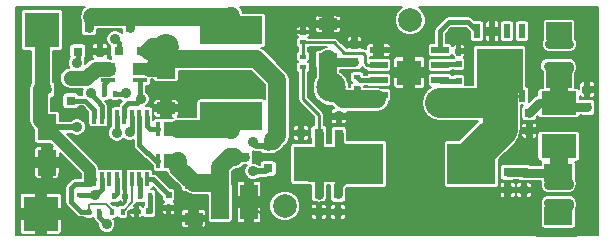
<source format=gtl>
G04 #@! TF.FileFunction,Copper,L1,Top,Signal*
%FSLAX46Y46*%
G04 Gerber Fmt 4.6, Leading zero omitted, Abs format (unit mm)*
G04 Created by KiCad (PCBNEW 0.201506222246+5806~23~ubuntu14.10.1-product) date Thu 09 Jul 2015 02:08:11 PM CDT*
%MOMM*%
G01*
G04 APERTURE LIST*
%ADD10C,0.100000*%
%ADD11C,2.000000*%
%ADD12R,1.500000X3.000000*%
%ADD13R,1.600000X2.200000*%
%ADD14R,1.600000X1.000000*%
%ADD15R,0.800000X0.750000*%
%ADD16R,0.500000X0.600000*%
%ADD17R,0.600000X0.500000*%
%ADD18R,0.750000X0.800000*%
%ADD19R,5.334000X2.399500*%
%ADD20R,4.100000X3.500000*%
%ADD21R,2.200000X1.500000*%
%ADD22R,2.400000X1.500000*%
%ADD23R,0.800100X0.800100*%
%ADD24R,0.600000X0.400000*%
%ADD25R,0.400000X0.600000*%
%ADD26R,1.250000X1.000000*%
%ADD27R,1.250000X0.400000*%
%ADD28R,1.000000X1.250000*%
%ADD29R,0.400000X1.250000*%
%ADD30R,0.419100X1.143000*%
%ADD31R,1.520000X0.600000*%
%ADD32R,2.150000X2.150000*%
%ADD33R,0.610000X1.270000*%
%ADD34R,0.610000X1.020000*%
%ADD35R,3.910000X3.810000*%
%ADD36R,3.000000X3.000000*%
%ADD37R,3.000000X2.000000*%
%ADD38C,2.500000*%
%ADD39C,2.200000*%
%ADD40C,0.900000*%
%ADD41C,0.720000*%
%ADD42C,1.016000*%
%ADD43C,0.160000*%
%ADD44C,0.400000*%
%ADD45C,0.508000*%
%ADD46C,1.270000*%
%ADD47C,0.762000*%
%ADD48C,0.250000*%
%ADD49C,0.153000*%
%ADD50C,0.254000*%
%ADD51C,1.500000*%
%ADD52C,3.000000*%
%ADD53C,2.500000*%
%ADD54C,0.180000*%
G04 APERTURE END LIST*
D10*
D11*
X126519940Y-106047540D03*
D12*
X123500000Y-105700000D03*
D13*
X106398060Y-99360860D03*
X106398060Y-102360860D03*
D14*
X118800000Y-104100000D03*
X118800000Y-107100000D03*
D15*
X129398460Y-99870260D03*
X127898460Y-99870260D03*
D16*
X141259560Y-94019460D03*
X141259560Y-92919460D03*
X141259560Y-95459460D03*
X141259560Y-96559460D03*
D17*
X115063360Y-106499660D03*
X113963360Y-106499660D03*
D16*
X116697760Y-105124160D03*
X116697760Y-106224160D03*
D18*
X131099560Y-99947160D03*
X131099560Y-98447160D03*
X131023360Y-105051160D03*
X131023360Y-106551160D03*
X129400300Y-105035920D03*
X129400300Y-106535920D03*
X132420360Y-93851160D03*
X132420360Y-92351160D03*
X147228560Y-99667760D03*
X147228560Y-98167760D03*
X152130760Y-96186560D03*
X152130760Y-97686560D03*
X146771360Y-104696960D03*
X146771360Y-103196960D03*
X145399760Y-104696960D03*
X145399760Y-103196960D03*
D19*
X122006360Y-98429210D03*
X122006360Y-91176710D03*
D20*
X142326560Y-102499160D03*
X132826560Y-102499160D03*
D21*
X149743160Y-91253560D03*
X149743160Y-95253560D03*
D22*
X149677120Y-103219640D03*
X149677120Y-106919640D03*
D23*
X112450000Y-92950760D03*
X114350000Y-92950760D03*
X113400000Y-90951780D03*
X108981200Y-92964000D03*
X110881200Y-92964000D03*
X109931200Y-90965020D03*
X108389420Y-97124560D03*
X108389420Y-95224560D03*
X106390440Y-96174560D03*
X125140720Y-102864960D03*
X125140720Y-100964960D03*
X123141740Y-101914960D03*
D24*
X109200000Y-104200000D03*
X109200000Y-105100000D03*
X128076960Y-94287760D03*
X128076960Y-93387760D03*
X128076960Y-91292260D03*
X128076960Y-92192260D03*
D25*
X115128460Y-105191560D03*
X114228460Y-105191560D03*
X112159200Y-96530160D03*
X111259200Y-96530160D03*
D26*
X114303400Y-94427560D03*
X111553400Y-94427560D03*
D27*
X114303400Y-95377560D03*
X111553400Y-95377560D03*
D25*
X110835860Y-106525060D03*
X109935860Y-106525060D03*
D28*
X116781060Y-102261260D03*
X116781060Y-99511260D03*
D29*
X115831060Y-102261260D03*
X115831060Y-99511260D03*
D25*
X112094860Y-105178860D03*
X112994860Y-105178860D03*
X112791660Y-106512360D03*
X111891660Y-106512360D03*
D30*
X112316260Y-103781860D03*
X111681260Y-103781860D03*
X110411260Y-103781860D03*
X111046260Y-103781860D03*
X112951260Y-103781860D03*
X113586260Y-103781860D03*
X114221260Y-103781860D03*
X114856260Y-103781860D03*
X114856260Y-98473260D03*
X114221260Y-98473260D03*
X113578640Y-98473260D03*
X112951260Y-98473260D03*
X112316260Y-98473260D03*
X111681260Y-98473260D03*
X111046260Y-98473260D03*
X110411260Y-98473260D03*
D31*
X139668560Y-96644460D03*
X139668560Y-95374460D03*
X139668560Y-94104460D03*
X139668560Y-92834460D03*
X134468560Y-92834460D03*
X134468560Y-94104460D03*
X134468560Y-95374460D03*
X134468560Y-96644460D03*
D32*
X137068560Y-94739460D03*
D24*
X132648960Y-95140360D03*
X132648960Y-96040360D03*
D33*
X146618960Y-91249040D03*
X145348960Y-91249040D03*
X144078960Y-91249040D03*
X142808960Y-91249040D03*
D34*
X142808960Y-96714040D03*
X144078960Y-96714040D03*
X145348960Y-96714040D03*
X146618960Y-96714040D03*
D35*
X144713960Y-94609040D03*
D36*
X128788160Y-102473760D03*
D37*
X149717760Y-97317560D03*
X149712680Y-100985320D03*
D38*
X130426460Y-95996760D03*
D14*
X130185160Y-93635960D03*
X130185160Y-90635960D03*
D39*
X116431060Y-92618560D03*
D14*
X116479320Y-94781240D03*
X116479320Y-97781240D03*
D36*
X105864660Y-106690160D03*
X105950000Y-91150000D03*
D12*
X121056400Y-105694480D03*
D11*
X137160000Y-90312240D03*
D40*
X108950000Y-99350000D03*
D41*
X111125000Y-100393500D03*
X110363000Y-100393500D03*
X111125000Y-99631500D03*
X110363000Y-99631500D03*
X141224000Y-91440000D03*
X115316000Y-96266000D03*
X118618000Y-94996000D03*
X116332000Y-96266000D03*
X117856000Y-97282000D03*
X117856000Y-98044000D03*
X118618000Y-98044000D03*
X118618000Y-97282000D03*
X118872000Y-96012000D03*
X119888000Y-96012000D03*
X104902000Y-99822000D03*
X104902000Y-100584000D03*
X104902000Y-101346000D03*
X104902000Y-102108000D03*
X104902000Y-102870000D03*
X108712000Y-103378000D03*
X107696000Y-102362000D03*
X107696000Y-103378000D03*
X107696000Y-104394000D03*
X119126000Y-105410000D03*
X117602000Y-105156000D03*
X116586000Y-103886000D03*
X113792000Y-102362000D03*
X113030000Y-102362000D03*
X112268000Y-102362000D03*
X111506000Y-102362000D03*
X110998000Y-91948000D03*
X109982000Y-91948000D03*
X108966000Y-91948000D03*
X108712000Y-90678000D03*
X108712000Y-89662000D03*
X107442000Y-93472000D03*
X107188000Y-94488000D03*
X107442000Y-96266000D03*
X107188000Y-97282000D03*
X107950000Y-98298000D03*
X109474000Y-98298000D03*
X134874000Y-91186000D03*
X134112000Y-91186000D03*
X133350000Y-91186000D03*
X132588000Y-91186000D03*
X131826000Y-91186000D03*
X131826000Y-90424000D03*
X132588000Y-90424000D03*
X133350000Y-90424000D03*
X134112000Y-90424000D03*
X134874000Y-90424000D03*
X108204000Y-107950000D03*
X108966000Y-107950000D03*
X109728000Y-107950000D03*
X110490000Y-107950000D03*
X113792000Y-107950000D03*
X114554000Y-107950000D03*
X115316000Y-107950000D03*
X116078000Y-107950000D03*
X119380000Y-107950000D03*
X122428000Y-107950000D03*
X123190000Y-107950000D03*
X123952000Y-107950000D03*
X124714000Y-107950000D03*
X146304000Y-89662000D03*
X145542000Y-89662000D03*
X144780000Y-89662000D03*
X144018000Y-89662000D03*
X143256000Y-89662000D03*
X142494000Y-89662000D03*
X141732000Y-89662000D03*
X140970000Y-89662000D03*
X140208000Y-89662000D03*
X139446000Y-89662000D03*
X138684000Y-89662000D03*
X147066000Y-89662000D03*
X147828000Y-89662000D03*
X148590000Y-89662000D03*
X149352000Y-89662000D03*
X150114000Y-89662000D03*
X150876000Y-89662000D03*
X151638000Y-89662000D03*
X152400000Y-89662000D03*
X152400000Y-90424000D03*
X152400000Y-91186000D03*
X152400000Y-91948000D03*
X152400000Y-92710000D03*
X152400000Y-93472000D03*
X152400000Y-94234000D03*
X152400000Y-94996000D03*
X152400000Y-98806000D03*
X152400000Y-99568000D03*
X152400000Y-100330000D03*
X152400000Y-101092000D03*
X152400000Y-101854000D03*
X152400000Y-102616000D03*
X152400000Y-103378000D03*
X152400000Y-104140000D03*
X152400000Y-104902000D03*
X152400000Y-105664000D03*
X152400000Y-106426000D03*
X152400000Y-107188000D03*
X152400000Y-107950000D03*
X151638000Y-107950000D03*
X147574000Y-107950000D03*
X146812000Y-107950000D03*
X146050000Y-107950000D03*
X145288000Y-107950000D03*
X144526000Y-107950000D03*
X143764000Y-107950000D03*
X143002000Y-107950000D03*
X142240000Y-107950000D03*
X141478000Y-107950000D03*
X140716000Y-107950000D03*
X139954000Y-107950000D03*
X139192000Y-107950000D03*
X138430000Y-107950000D03*
X137668000Y-107950000D03*
X136906000Y-107950000D03*
X136144000Y-107950000D03*
X135382000Y-107950000D03*
X134620000Y-107950000D03*
X133858000Y-107950000D03*
X133096000Y-107950000D03*
X132334000Y-107950000D03*
X131572000Y-107950000D03*
X130810000Y-107950000D03*
X130048000Y-107950000D03*
X129286000Y-107950000D03*
X128524000Y-107950000D03*
X125730000Y-89662000D03*
X126492000Y-89662000D03*
X127254000Y-89662000D03*
X128016000Y-89662000D03*
X128778000Y-89662000D03*
X129540000Y-89662000D03*
X130302000Y-89662000D03*
X131064000Y-89662000D03*
X131826000Y-89662000D03*
X132588000Y-89662000D03*
X133350000Y-89662000D03*
X134112000Y-89662000D03*
X134874000Y-89662000D03*
X135636000Y-89662000D03*
X126238000Y-107950000D03*
X125476000Y-107950000D03*
X127762000Y-107950000D03*
X127000000Y-107950000D03*
X127000000Y-94488000D03*
X126492000Y-93726000D03*
X126492000Y-92964000D03*
X126492000Y-92202000D03*
X125730000Y-92202000D03*
X125730000Y-91440000D03*
X126492000Y-91440000D03*
X126492000Y-90678000D03*
X125730000Y-90678000D03*
X128270000Y-106934000D03*
X128270000Y-105918000D03*
X127762000Y-104648000D03*
X125730000Y-104394000D03*
X124968000Y-104394000D03*
X124968000Y-105156000D03*
X124968000Y-106934000D03*
X146812000Y-105918000D03*
X146050000Y-105918000D03*
X145288000Y-105918000D03*
X144526000Y-105918000D03*
X143764000Y-105918000D03*
X143002000Y-105918000D03*
X147320000Y-100838000D03*
X147320000Y-101600000D03*
X146558000Y-101600000D03*
X146558000Y-100838000D03*
X145796000Y-101600000D03*
X104140000Y-104394000D03*
X104140000Y-103632000D03*
X104140000Y-102870000D03*
X104140000Y-102108000D03*
X104140000Y-101346000D03*
X104140000Y-100584000D03*
X104140000Y-99822000D03*
X104140000Y-99060000D03*
X104140000Y-98298000D03*
X104140000Y-97536000D03*
X104140000Y-96774000D03*
X104140000Y-96012000D03*
X104140000Y-95250000D03*
X104140000Y-94488000D03*
X104140000Y-93726000D03*
X137220960Y-100467160D03*
X138592560Y-100416360D03*
X137246360Y-98993960D03*
X137922000Y-99700080D03*
X138592560Y-98993960D03*
D40*
X123800000Y-100650000D03*
X114350000Y-97000000D03*
X113400000Y-99800000D03*
X113100000Y-96500000D03*
D41*
X149743160Y-94167960D03*
X148955760Y-94167960D03*
X150581360Y-94167960D03*
X149768560Y-92313760D03*
X150632160Y-92339160D03*
X148930360Y-92339160D03*
X150555960Y-105750360D03*
X149717760Y-105750360D03*
X148854160Y-105775760D03*
X149717760Y-104277160D03*
X150555960Y-104277160D03*
X148828760Y-104277160D03*
D40*
X123850000Y-103100000D03*
X112150000Y-91900000D03*
X112300000Y-99850000D03*
X108900000Y-93900000D03*
X110100000Y-96450000D03*
X111450000Y-107600000D03*
X110500000Y-105150000D03*
D42*
X106398060Y-99360860D02*
X110050000Y-103012800D01*
X110050000Y-103012800D02*
X110050000Y-103850000D01*
D43*
X111891660Y-106512360D02*
X111891660Y-106341660D01*
X111891660Y-106341660D02*
X111400000Y-105850000D01*
X111400000Y-105850000D02*
X110050000Y-105850000D01*
X110050000Y-105850000D02*
X109935860Y-105964140D01*
X109935860Y-105964140D02*
X109935860Y-106525060D01*
D44*
X109935860Y-106525060D02*
X109275060Y-106525060D01*
X108750000Y-104200000D02*
X109200000Y-104200000D01*
X108450000Y-104500000D02*
X108750000Y-104200000D01*
X108450000Y-105700000D02*
X108450000Y-104500000D01*
X109275060Y-106525060D02*
X108450000Y-105700000D01*
X109200000Y-104200000D02*
X109993120Y-104200000D01*
X109993120Y-104200000D02*
X110411260Y-103781860D01*
D45*
X108939140Y-99360860D02*
X108950000Y-99350000D01*
X106398060Y-99360860D02*
X108939140Y-99360860D01*
D46*
X105774560Y-96174560D02*
X105774560Y-98737360D01*
X105774560Y-98737360D02*
X106398060Y-99360860D01*
X105950000Y-91150000D02*
X105950000Y-95999120D01*
X105950000Y-95999120D02*
X105774560Y-96174560D01*
D47*
X106390440Y-96174560D02*
X105774560Y-96174560D01*
X105774560Y-96174560D02*
X105700000Y-96100000D01*
D43*
X110363000Y-99631500D02*
X110363000Y-100393500D01*
X111681260Y-98473260D02*
X111696500Y-98488500D01*
X111696500Y-98488500D02*
X111696500Y-99187000D01*
X111696500Y-99187000D02*
X111125000Y-99631500D01*
X110363000Y-99631500D02*
X110426500Y-99631500D01*
X141259560Y-92919460D02*
X141224000Y-92883900D01*
X141224000Y-92883900D02*
X141224000Y-91440000D01*
X116332000Y-96266000D02*
X115316000Y-96266000D01*
X116479320Y-97781240D02*
X116332000Y-97633920D01*
X116332000Y-97633920D02*
X116332000Y-96266000D01*
X117856000Y-97282000D02*
X117856000Y-98044000D01*
X118618000Y-98044000D02*
X118618000Y-97282000D01*
X118872000Y-96012000D02*
X119888000Y-96012000D01*
X104902000Y-101346000D02*
X104902000Y-100584000D01*
X104902000Y-102870000D02*
X104902000Y-102108000D01*
X107696000Y-102362000D02*
X108712000Y-103378000D01*
X107696000Y-104394000D02*
X107696000Y-103378000D01*
X118800000Y-107100000D02*
X119126000Y-106774000D01*
X119126000Y-106774000D02*
X119126000Y-105410000D01*
X117602000Y-105156000D02*
X117602000Y-104902000D01*
X117602000Y-104902000D02*
X116586000Y-103886000D01*
X113792000Y-102362000D02*
X113030000Y-102362000D01*
X112268000Y-102362000D02*
X111506000Y-102362000D01*
X110881200Y-92964000D02*
X110998000Y-92847200D01*
X110998000Y-92847200D02*
X110998000Y-91948000D01*
X109982000Y-91948000D02*
X108966000Y-91948000D01*
X108712000Y-90678000D02*
X108712000Y-89662000D01*
X107442000Y-93472000D02*
X107442000Y-94234000D01*
X107442000Y-94234000D02*
X107188000Y-94488000D01*
X107442000Y-96266000D02*
X107442000Y-97028000D01*
X107442000Y-97028000D02*
X107188000Y-97282000D01*
X107950000Y-98298000D02*
X109474000Y-98298000D01*
X134874000Y-89662000D02*
X134874000Y-90424000D01*
X133350000Y-91186000D02*
X134112000Y-91186000D01*
X131826000Y-91186000D02*
X132588000Y-91186000D01*
X132588000Y-90424000D02*
X131826000Y-90424000D01*
X134112000Y-90424000D02*
X133350000Y-90424000D01*
X108204000Y-107950000D02*
X108966000Y-107950000D01*
X109728000Y-107950000D02*
X110490000Y-107950000D01*
X113792000Y-107950000D02*
X114554000Y-107950000D01*
X115316000Y-107950000D02*
X116078000Y-107950000D01*
X119380000Y-107950000D02*
X119380000Y-108458000D01*
X119380000Y-108458000D02*
X121920000Y-108458000D01*
X121920000Y-108458000D02*
X122428000Y-107950000D01*
X123190000Y-107950000D02*
X123952000Y-107950000D01*
X146304000Y-89662000D02*
X145542000Y-89662000D01*
X144780000Y-89662000D02*
X144018000Y-89662000D01*
X143256000Y-89662000D02*
X142494000Y-89662000D01*
X141732000Y-89662000D02*
X140970000Y-89662000D01*
X140208000Y-89662000D02*
X139446000Y-89662000D01*
X138684000Y-89662000D02*
X138684000Y-90678000D01*
X138684000Y-90678000D02*
X137922000Y-91440000D01*
X137922000Y-91440000D02*
X137668000Y-91694000D01*
X137668000Y-91694000D02*
X136398000Y-91694000D01*
X147828000Y-89662000D02*
X147066000Y-89662000D01*
X149352000Y-89662000D02*
X148590000Y-89662000D01*
X150876000Y-89662000D02*
X150114000Y-89662000D01*
X152400000Y-89662000D02*
X151638000Y-89662000D01*
X152400000Y-91186000D02*
X152400000Y-90424000D01*
X152400000Y-92710000D02*
X152400000Y-91948000D01*
X152400000Y-94234000D02*
X152400000Y-93472000D01*
X152908000Y-94996000D02*
X152400000Y-94996000D01*
X152908000Y-98806000D02*
X152908000Y-94996000D01*
X152400000Y-98806000D02*
X152908000Y-98806000D01*
X152400000Y-100330000D02*
X152400000Y-99568000D01*
X152400000Y-101854000D02*
X152400000Y-101092000D01*
X152400000Y-103378000D02*
X152400000Y-102616000D01*
X152400000Y-104902000D02*
X152400000Y-104140000D01*
X152400000Y-106426000D02*
X152400000Y-105664000D01*
D48*
X152400000Y-107950000D02*
X152400000Y-107188000D01*
X151130000Y-108458000D02*
X151638000Y-107950000D01*
X147828000Y-108458000D02*
X151130000Y-108458000D01*
D43*
X147828000Y-107950000D02*
X147828000Y-108458000D01*
X147574000Y-107950000D02*
X147828000Y-107950000D01*
X146050000Y-107950000D02*
X146812000Y-107950000D01*
X144526000Y-107950000D02*
X145288000Y-107950000D01*
X143002000Y-107950000D02*
X143764000Y-107950000D01*
X141478000Y-107950000D02*
X142240000Y-107950000D01*
X139954000Y-107950000D02*
X140716000Y-107950000D01*
X138430000Y-107950000D02*
X139192000Y-107950000D01*
X136906000Y-107950000D02*
X137668000Y-107950000D01*
X135382000Y-107950000D02*
X136144000Y-107950000D01*
X133858000Y-107950000D02*
X134620000Y-107950000D01*
X132334000Y-107950000D02*
X133096000Y-107950000D01*
X130810000Y-107950000D02*
X131572000Y-107950000D01*
X129286000Y-107950000D02*
X130048000Y-107950000D01*
X127254000Y-89662000D02*
X126492000Y-89662000D01*
X128778000Y-89662000D02*
X128016000Y-89662000D01*
X130302000Y-89662000D02*
X129540000Y-89662000D01*
X131826000Y-89662000D02*
X131064000Y-89662000D01*
X133350000Y-89662000D02*
X132588000Y-89662000D01*
X134874000Y-89662000D02*
X134112000Y-89662000D01*
X135636000Y-90932000D02*
X135636000Y-89662000D01*
X136398000Y-91694000D02*
X135636000Y-90932000D01*
X124714000Y-107950000D02*
X125476000Y-107950000D01*
X127762000Y-107950000D02*
X128524000Y-107950000D01*
X126238000Y-107950000D02*
X127000000Y-107950000D01*
X126492000Y-92964000D02*
X126492000Y-93726000D01*
X125730000Y-92202000D02*
X126492000Y-92202000D01*
X126492000Y-91440000D02*
X125730000Y-91440000D01*
X125730000Y-90678000D02*
X126492000Y-90678000D01*
X123500000Y-105700000D02*
X124734000Y-106934000D01*
X128270000Y-105918000D02*
X128270000Y-106934000D01*
X127508000Y-104394000D02*
X127762000Y-104648000D01*
X125730000Y-104394000D02*
X127508000Y-104394000D01*
X124968000Y-105156000D02*
X124968000Y-104394000D01*
X124734000Y-106934000D02*
X124968000Y-106934000D01*
X146771360Y-104696960D02*
X146812000Y-104737600D01*
X146812000Y-104737600D02*
X146812000Y-105918000D01*
X146050000Y-105918000D02*
X145288000Y-105918000D01*
X144526000Y-105918000D02*
X143764000Y-105918000D01*
X147228560Y-99667760D02*
X147320000Y-99759200D01*
X147320000Y-99759200D02*
X147320000Y-100838000D01*
X147320000Y-101600000D02*
X146558000Y-101600000D01*
X146558000Y-100838000D02*
X146558000Y-101600000D01*
X146558000Y-101600000D02*
X145796000Y-101600000D01*
X105864660Y-106690160D02*
X105918000Y-106636820D01*
X105918000Y-106636820D02*
X105918000Y-104648000D01*
X105918000Y-104648000D02*
X104394000Y-104648000D01*
X104394000Y-104648000D02*
X104140000Y-104394000D01*
X104140000Y-103632000D02*
X104140000Y-102870000D01*
X104140000Y-102108000D02*
X104140000Y-101346000D01*
X104140000Y-100584000D02*
X104140000Y-99822000D01*
X104140000Y-99060000D02*
X104140000Y-98298000D01*
X104140000Y-97536000D02*
X104140000Y-96774000D01*
X104140000Y-96012000D02*
X104140000Y-95250000D01*
X104140000Y-94488000D02*
X104140000Y-93726000D01*
D49*
X137922000Y-99700080D02*
X137220960Y-100401120D01*
X137220960Y-100401120D02*
X137220960Y-100467160D01*
X137922000Y-99700080D02*
X138592560Y-100370640D01*
X138592560Y-100370640D02*
X138592560Y-100416360D01*
X137922000Y-99700080D02*
X137246360Y-99024440D01*
X137246360Y-99024440D02*
X137246360Y-98993960D01*
X137922000Y-99664520D02*
X138592560Y-98993960D01*
X137922000Y-99700080D02*
X137922000Y-99664520D01*
D50*
X141259560Y-92919460D02*
X141259560Y-92669360D01*
D45*
X124114960Y-100964960D02*
X125140720Y-100964960D01*
X123800000Y-100650000D02*
X124114960Y-100964960D01*
D46*
X115679320Y-94400000D02*
X115050000Y-94400000D01*
D47*
X115050000Y-94400000D02*
X114905120Y-94400000D01*
D46*
X115679320Y-94400000D02*
X116431060Y-93648260D01*
X116431060Y-93648260D02*
X115548260Y-93648260D01*
X115548260Y-93648260D02*
X115500000Y-93600000D01*
D51*
X116431060Y-92618560D02*
X115381440Y-92618560D01*
X115381440Y-92618560D02*
X115049240Y-92950760D01*
D47*
X114303400Y-94427560D02*
X114877560Y-94427560D01*
X114877560Y-94427560D02*
X114905120Y-94400000D01*
X114350000Y-92950760D02*
X115049240Y-92950760D01*
X115049240Y-92950760D02*
X115050000Y-92950000D01*
D44*
X112951260Y-98473260D02*
X112951260Y-97648740D01*
X114000000Y-97350000D02*
X114350000Y-97000000D01*
X113250000Y-97350000D02*
X114000000Y-97350000D01*
X112951260Y-97648740D02*
X113250000Y-97350000D01*
X114303400Y-95377560D02*
X114303400Y-96953400D01*
X114303400Y-96953400D02*
X114350000Y-97000000D01*
D42*
X116479320Y-94781240D02*
X116479320Y-92666820D01*
X116479320Y-92666820D02*
X116431060Y-92618560D01*
D51*
X125550000Y-100500000D02*
X125550000Y-100450000D01*
D47*
X125140720Y-100909280D02*
X125550000Y-100500000D01*
D51*
X124100000Y-93600000D02*
X116479320Y-93600000D01*
X125900000Y-95400000D02*
X124100000Y-93600000D01*
X125900000Y-100100000D02*
X125900000Y-95400000D01*
X125550000Y-100450000D02*
X125900000Y-100100000D01*
X116479320Y-93600000D02*
X116431060Y-92618560D01*
D47*
X125140720Y-100964960D02*
X125140720Y-100909280D01*
D51*
X116479320Y-92666820D02*
X116431060Y-92618560D01*
D44*
X115831060Y-102261260D02*
X115611260Y-102261260D01*
X114221260Y-100871260D02*
X114221260Y-98473260D01*
X115611260Y-102261260D02*
X114221260Y-100871260D01*
D51*
X122214960Y-101914960D02*
X121885040Y-101914960D01*
X121056400Y-102743600D02*
X121056400Y-105694480D01*
X121885040Y-101914960D02*
X121056400Y-102743600D01*
D47*
X123141740Y-101914960D02*
X122214960Y-101914960D01*
X122214960Y-101914960D02*
X122200000Y-101900000D01*
D51*
X117488740Y-102261260D02*
X117488740Y-102788740D01*
X117488740Y-102788740D02*
X118800000Y-104100000D01*
D42*
X116781060Y-102261260D02*
X117488740Y-102261260D01*
X117488740Y-102261260D02*
X117500000Y-102250000D01*
D51*
X121056400Y-105694480D02*
X121056400Y-104356400D01*
X121056400Y-104356400D02*
X120800000Y-104100000D01*
X120800000Y-104100000D02*
X118800000Y-104100000D01*
D47*
X129436560Y-105115360D02*
X129436560Y-103122160D01*
X129436560Y-103122160D02*
X128788160Y-102473760D01*
X131023360Y-105051160D02*
X131023360Y-104302360D01*
X131023360Y-104302360D02*
X132826560Y-102499160D01*
X129398460Y-99870260D02*
X129398460Y-101863460D01*
X129398460Y-101863460D02*
X128788160Y-102473760D01*
X131099560Y-99947160D02*
X131099560Y-100772160D01*
X131099560Y-100772160D02*
X132826560Y-102499160D01*
D50*
X128076960Y-94287760D02*
X128076960Y-97012760D01*
X129398460Y-98334260D02*
X129398460Y-99870260D01*
X128076960Y-97012760D02*
X129398460Y-98334260D01*
D52*
X132826560Y-102499160D02*
X128828800Y-102499160D01*
X128828800Y-102499160D02*
X128778000Y-102448360D01*
D44*
X141259560Y-94019460D02*
X139753560Y-94019460D01*
X139753560Y-94019460D02*
X139668560Y-94104460D01*
X141259560Y-95459460D02*
X139753560Y-95459460D01*
X139753560Y-95459460D02*
X139668560Y-95374460D01*
D45*
X141259560Y-96559460D02*
X141414140Y-96714040D01*
X141414140Y-96714040D02*
X142808960Y-96714040D01*
D53*
X139668560Y-97301360D02*
X143491640Y-97301360D01*
X143491640Y-97301360D02*
X144078960Y-96714040D01*
D50*
X139668560Y-96644460D02*
X139668560Y-97301360D01*
X144078960Y-96714040D02*
X144078960Y-95244040D01*
X144078960Y-95244040D02*
X144713960Y-94609040D01*
X145348960Y-96714040D02*
X146618960Y-96714040D01*
X144078960Y-96714040D02*
X142808960Y-96714040D01*
D42*
X144078960Y-96714040D02*
X145348960Y-96714040D01*
X145348960Y-96714040D02*
X145368280Y-96733360D01*
D52*
X142326560Y-102499160D02*
X142326560Y-101914760D01*
X142326560Y-101914760D02*
X144713960Y-99527360D01*
X144713960Y-99527360D02*
X144713960Y-94609040D01*
D44*
X115128460Y-105191560D02*
X115128460Y-106434560D01*
X115128460Y-106434560D02*
X115063360Y-106499660D01*
X114856260Y-103781860D02*
X115355460Y-103781860D01*
X115355460Y-103781860D02*
X116697760Y-105124160D01*
D47*
X132420360Y-93851160D02*
X130400360Y-93851160D01*
X130400360Y-93851160D02*
X130185160Y-93635960D01*
D51*
X130185160Y-93635960D02*
X130185160Y-95755460D01*
X130185160Y-95755460D02*
X130426460Y-95996760D01*
D44*
X132648960Y-96040360D02*
X132699760Y-96091160D01*
X132699760Y-96091160D02*
X132699760Y-97012760D01*
D50*
X134468560Y-96644460D02*
X134350760Y-96762260D01*
X134350760Y-96762260D02*
X134350760Y-97012760D01*
D51*
X130426460Y-95996760D02*
X131442460Y-97012760D01*
X131442460Y-97012760D02*
X132699760Y-97012760D01*
X132699760Y-97012760D02*
X134350760Y-97012760D01*
D44*
X113578640Y-98473260D02*
X113578640Y-99621360D01*
X113578640Y-99621360D02*
X113400000Y-99800000D01*
X112159200Y-96530160D02*
X113069840Y-96530160D01*
X113069840Y-96530160D02*
X113100000Y-96500000D01*
D47*
X149743160Y-94167960D02*
X148955760Y-94167960D01*
X150581360Y-94167960D02*
X149743160Y-94167960D01*
X148955760Y-94167960D02*
X148777960Y-94167960D01*
X150581360Y-94167960D02*
X150581360Y-94415360D01*
X150581360Y-94415360D02*
X149743160Y-95253560D01*
D51*
X149743160Y-95253560D02*
X149743160Y-97292160D01*
X149743160Y-97292160D02*
X149717760Y-97317560D01*
D47*
X152130760Y-97686560D02*
X150086760Y-97686560D01*
X150086760Y-97686560D02*
X149717760Y-97317560D01*
X147228560Y-98167760D02*
X148078760Y-97317560D01*
X148078760Y-97317560D02*
X149717760Y-97317560D01*
X150581360Y-92313760D02*
X150606760Y-92313760D01*
X150606760Y-92313760D02*
X150632160Y-92339160D01*
X150581360Y-92313760D02*
X149768560Y-92313760D01*
X149768560Y-92313760D02*
X148955760Y-92313760D01*
X148955760Y-92313760D02*
X148930360Y-92339160D01*
X150581360Y-92313760D02*
X149743160Y-91475560D01*
X149743160Y-91475560D02*
X149743160Y-91253560D01*
X150555960Y-105750360D02*
X149717760Y-105750360D01*
X148879560Y-105750360D02*
X150555960Y-105750360D01*
X150555960Y-105750360D02*
X149677120Y-106629200D01*
X149677120Y-106629200D02*
X149677120Y-106919640D01*
X150555960Y-106040800D02*
X149677120Y-106919640D01*
X150555960Y-105750360D02*
X150555960Y-106040800D01*
X148854160Y-105775760D02*
X149677120Y-106598720D01*
X149677120Y-106598720D02*
X149677120Y-106919640D01*
X150555960Y-104277160D02*
X149717760Y-104277160D01*
X149717760Y-104277160D02*
X149666960Y-104277160D01*
X149666960Y-104277160D02*
X148828760Y-104277160D01*
X150555960Y-104098480D02*
X149677120Y-103219640D01*
X150555960Y-104277160D02*
X150555960Y-104098480D01*
X146771360Y-103196960D02*
X146794040Y-103219640D01*
X146794040Y-103219640D02*
X149677120Y-103219640D01*
X145399760Y-103196960D02*
X146771360Y-103196960D01*
D51*
X149677120Y-103219640D02*
X149712680Y-103184080D01*
X149712680Y-103184080D02*
X149712680Y-100985320D01*
D45*
X123850000Y-103100000D02*
X124905680Y-103100000D01*
X124905680Y-103100000D02*
X125140720Y-102864960D01*
D44*
X115831060Y-99511260D02*
X115111260Y-99511260D01*
X114856260Y-99256260D02*
X114856260Y-98473260D01*
X115111260Y-99511260D02*
X114856260Y-99256260D01*
D51*
X122006360Y-98429210D02*
X122006360Y-99606360D01*
X122006360Y-99606360D02*
X121911260Y-99511260D01*
X121911260Y-99511260D02*
X120924310Y-99511260D01*
X120924310Y-99511260D02*
X122006360Y-98429210D01*
X117511260Y-99511260D02*
X120924310Y-99511260D01*
X120924310Y-99511260D02*
X122006360Y-98429210D01*
D42*
X116781060Y-99511260D02*
X117511260Y-99511260D01*
X117511260Y-99511260D02*
X117550000Y-99550000D01*
D51*
X122006360Y-91176710D02*
X122006360Y-89956360D01*
X122006360Y-89956360D02*
X121912720Y-90050000D01*
X121912720Y-90050000D02*
X120879650Y-90050000D01*
X120879650Y-90050000D02*
X122006360Y-91176710D01*
X113400000Y-90050000D02*
X120879650Y-90050000D01*
X120879650Y-90050000D02*
X122006360Y-91176710D01*
X110200000Y-90050000D02*
X113400000Y-90050000D01*
D47*
X109931200Y-90318800D02*
X110200000Y-90050000D01*
X109931200Y-90965020D02*
X109931200Y-90318800D01*
X113400000Y-90050000D02*
X113400000Y-90951780D01*
D44*
X112316260Y-98473260D02*
X112316260Y-99833740D01*
X112450000Y-92200000D02*
X112450000Y-92950760D01*
X112150000Y-91900000D02*
X112450000Y-92200000D01*
X112316260Y-99833740D02*
X112300000Y-99850000D01*
X111046260Y-98473260D02*
X111046260Y-97546260D01*
X108981200Y-93818800D02*
X108981200Y-92964000D01*
X108900000Y-93900000D02*
X108981200Y-93818800D01*
X111046260Y-97546260D02*
X110100000Y-96450000D01*
X110411260Y-98473260D02*
X110411260Y-97911260D01*
X110411260Y-97911260D02*
X109624560Y-97124560D01*
X109624560Y-97124560D02*
X108389420Y-97124560D01*
D46*
X108389420Y-95224560D02*
X109725440Y-95224560D01*
X110522440Y-94427560D02*
X111553400Y-94427560D01*
X109725440Y-95224560D02*
X110522440Y-94427560D01*
D44*
X111259200Y-96530160D02*
X111259200Y-95671760D01*
X111259200Y-95671760D02*
X111553400Y-95377560D01*
X110835860Y-106525060D02*
X110835860Y-106985860D01*
X110835860Y-106985860D02*
X111450000Y-107600000D01*
X109200000Y-105100000D02*
X110450000Y-105100000D01*
X110450000Y-105100000D02*
X110500000Y-105150000D01*
D50*
X110450000Y-105100000D02*
X110500000Y-105150000D01*
D44*
X111046260Y-103781860D02*
X111046260Y-104603740D01*
X111046260Y-104603740D02*
X110500000Y-105150000D01*
D50*
X128076960Y-93387760D02*
X128076960Y-92192260D01*
X134468560Y-94104460D02*
X133474460Y-94104460D01*
X130673260Y-92192260D02*
X128076960Y-92192260D01*
X131582160Y-93101160D02*
X130673260Y-92192260D01*
X133156960Y-93101160D02*
X131582160Y-93101160D01*
X133283960Y-93228160D02*
X133156960Y-93101160D01*
X133283960Y-93913960D02*
X133283960Y-93228160D01*
X133474460Y-94104460D02*
X133283960Y-93913960D01*
D44*
X114228460Y-105191560D02*
X114228460Y-103789060D01*
X114228460Y-103789060D02*
X114221260Y-103781860D01*
X112094860Y-105178860D02*
X112316260Y-104957460D01*
X112316260Y-104957460D02*
X112316260Y-103781860D01*
D43*
X112791660Y-106512360D02*
X112791660Y-106508340D01*
X112791660Y-106508340D02*
X113586260Y-105713740D01*
X113586260Y-105713740D02*
X113586260Y-103781860D01*
D44*
X134468560Y-95374460D02*
X134430460Y-95412560D01*
X134430460Y-95412560D02*
X132921160Y-95412560D01*
X132921160Y-95412560D02*
X132648960Y-95140360D01*
X139668560Y-92834460D02*
X139668560Y-91237760D01*
X142044880Y-90484960D02*
X142808960Y-91249040D01*
X140421360Y-90484960D02*
X142044880Y-90484960D01*
X139668560Y-91237760D02*
X140421360Y-90484960D01*
D54*
G36*
X109464609Y-89314609D02*
X109239165Y-89652009D01*
X109160000Y-90050000D01*
X109239165Y-90447991D01*
X109254366Y-90470740D01*
X109235469Y-90564970D01*
X109235469Y-91365070D01*
X109256923Y-91475646D01*
X109320764Y-91572832D01*
X109417141Y-91637888D01*
X109531150Y-91660751D01*
X110331250Y-91660751D01*
X110441826Y-91639297D01*
X110539012Y-91575456D01*
X110604068Y-91479079D01*
X110626931Y-91365070D01*
X110626931Y-91090000D01*
X112704269Y-91090000D01*
X112704269Y-91351830D01*
X112717750Y-91421310D01*
X112569723Y-91273025D01*
X112297841Y-91160129D01*
X112003451Y-91159872D01*
X111731372Y-91272293D01*
X111523025Y-91480277D01*
X111410129Y-91752159D01*
X111409872Y-92046549D01*
X111522293Y-92318628D01*
X111730277Y-92526975D01*
X111756819Y-92537996D01*
X111754269Y-92550710D01*
X111754269Y-93350810D01*
X111775723Y-93461386D01*
X111839564Y-93558572D01*
X111841474Y-93559861D01*
X111553400Y-93502560D01*
X111537771Y-93502560D01*
X111571250Y-93421734D01*
X111571250Y-93236525D01*
X111498750Y-93164025D01*
X111081225Y-93164025D01*
X111081225Y-93364050D01*
X110681175Y-93364050D01*
X110681175Y-93164025D01*
X110263650Y-93164025D01*
X110191150Y-93236525D01*
X110191150Y-93421734D01*
X110235300Y-93528322D01*
X110261451Y-93554473D01*
X110168457Y-93572971D01*
X109868366Y-93773486D01*
X109639911Y-94001941D01*
X109640128Y-93753451D01*
X109571039Y-93586243D01*
X109589012Y-93574436D01*
X109654068Y-93478059D01*
X109676931Y-93364050D01*
X109676931Y-92563950D01*
X109655477Y-92453374D01*
X109591636Y-92356188D01*
X109495259Y-92291132D01*
X109409579Y-92273950D01*
X110423465Y-92273950D01*
X110316878Y-92318100D01*
X110235300Y-92399678D01*
X110191150Y-92506266D01*
X110191150Y-92691475D01*
X110263650Y-92763975D01*
X110681175Y-92763975D01*
X110681175Y-92346450D01*
X110608675Y-92273950D01*
X111153725Y-92273950D01*
X110608675Y-92273950D01*
X110608675Y-92273950D01*
X111153725Y-92273950D01*
X111081225Y-92346450D01*
X111081225Y-92763975D01*
X111498750Y-92763975D01*
X111571250Y-92691475D01*
X111571250Y-92506266D01*
X111527100Y-92399678D01*
X111445522Y-92318100D01*
X111338935Y-92273950D01*
X111153725Y-92273950D01*
X110608675Y-92273950D01*
X110608675Y-92273950D01*
X110423465Y-92273950D01*
X109409579Y-92273950D01*
X109381250Y-92268269D01*
X108581150Y-92268269D01*
X108470574Y-92289723D01*
X108373388Y-92353564D01*
X108308332Y-92449941D01*
X108285469Y-92563950D01*
X108285469Y-93364050D01*
X108302341Y-93451012D01*
X108273025Y-93480277D01*
X108160129Y-93752159D01*
X108159872Y-94046549D01*
X108272293Y-94318628D01*
X108275816Y-94322157D01*
X108035438Y-94369971D01*
X107735346Y-94570486D01*
X107534831Y-94870578D01*
X107464420Y-95224560D01*
X107534831Y-95578542D01*
X107735346Y-95878634D01*
X108035438Y-96079149D01*
X108389420Y-96149560D01*
X109423494Y-96149560D01*
X109360129Y-96302159D01*
X109359872Y-96596549D01*
X109375578Y-96634560D01*
X109067699Y-96634560D01*
X109063697Y-96613934D01*
X108999856Y-96516748D01*
X108903479Y-96451692D01*
X108789470Y-96428829D01*
X107989370Y-96428829D01*
X107878794Y-96450283D01*
X107781608Y-96514124D01*
X107716552Y-96610501D01*
X107693689Y-96724510D01*
X107693689Y-97524610D01*
X107715143Y-97635186D01*
X107778984Y-97732372D01*
X107875361Y-97797428D01*
X107989370Y-97820291D01*
X108789470Y-97820291D01*
X108900046Y-97798837D01*
X108997232Y-97734996D01*
X109062288Y-97638619D01*
X109067113Y-97614560D01*
X109421596Y-97614560D01*
X109906029Y-98098993D01*
X109906029Y-99044760D01*
X109927483Y-99155336D01*
X109991324Y-99252522D01*
X110087701Y-99317578D01*
X110201710Y-99340441D01*
X110620810Y-99340441D01*
X110730543Y-99319151D01*
X110836710Y-99340441D01*
X111255810Y-99340441D01*
X111366386Y-99318987D01*
X111370083Y-99316558D01*
X111414026Y-99334760D01*
X111503985Y-99334760D01*
X111576485Y-99262260D01*
X111576485Y-98759010D01*
X111551491Y-98759010D01*
X111551491Y-98187510D01*
X111576485Y-98187510D01*
X111576485Y-97684260D01*
X111536260Y-97644035D01*
X111536260Y-97546260D01*
X111521048Y-97469782D01*
X111511479Y-97392405D01*
X111502509Y-97376583D01*
X111498961Y-97358745D01*
X111455645Y-97293919D01*
X111417189Y-97226085D01*
X111330661Y-97125841D01*
X111459200Y-97125841D01*
X111569776Y-97104387D01*
X111666962Y-97040546D01*
X111709318Y-96977797D01*
X111748814Y-97037922D01*
X111845191Y-97102978D01*
X111959200Y-97125841D01*
X112359200Y-97125841D01*
X112469776Y-97104387D01*
X112566962Y-97040546D01*
X112577869Y-97024388D01*
X112680277Y-97126975D01*
X112750784Y-97156252D01*
X112604778Y-97302258D01*
X112498559Y-97461225D01*
X112469746Y-97606079D01*
X112106710Y-97606079D01*
X111996134Y-97627533D01*
X111992437Y-97629962D01*
X111948494Y-97611760D01*
X111858535Y-97611760D01*
X111786035Y-97684260D01*
X111786035Y-98187510D01*
X111811029Y-98187510D01*
X111811029Y-98759010D01*
X111786035Y-98759010D01*
X111786035Y-99262260D01*
X111813661Y-99289886D01*
X111673025Y-99430277D01*
X111560129Y-99702159D01*
X111559872Y-99996549D01*
X111672293Y-100268628D01*
X111880277Y-100476975D01*
X112152159Y-100589871D01*
X112446549Y-100590128D01*
X112718628Y-100477707D01*
X112875047Y-100321561D01*
X112980277Y-100426975D01*
X113252159Y-100539871D01*
X113546549Y-100540128D01*
X113731260Y-100463807D01*
X113731260Y-100871260D01*
X113768559Y-101058775D01*
X113874778Y-101217742D01*
X115264778Y-102607742D01*
X115335379Y-102654916D01*
X115335379Y-102886260D01*
X115356833Y-102996836D01*
X115420674Y-103094022D01*
X115517051Y-103159078D01*
X115631060Y-103181941D01*
X116031060Y-103181941D01*
X116141636Y-103160487D01*
X116155574Y-103151331D01*
X116167051Y-103159078D01*
X116281060Y-103181941D01*
X116526952Y-103181941D01*
X116527905Y-103186731D01*
X116753349Y-103524131D01*
X117704319Y-104475101D01*
X117704319Y-104600000D01*
X117725773Y-104710576D01*
X117789614Y-104807762D01*
X117885991Y-104872818D01*
X118000000Y-104895681D01*
X118154839Y-104895681D01*
X118402009Y-105060835D01*
X118800000Y-105140000D01*
X120010719Y-105140000D01*
X120010719Y-107194480D01*
X120032173Y-107305056D01*
X120096014Y-107402242D01*
X120192391Y-107467298D01*
X120306400Y-107490161D01*
X121806400Y-107490161D01*
X121916976Y-107468707D01*
X122014162Y-107404866D01*
X122079218Y-107308489D01*
X122102081Y-107194480D01*
X122102081Y-106110000D01*
X122532500Y-106110000D01*
X122460000Y-106182500D01*
X122460000Y-107257684D01*
X122504150Y-107364272D01*
X122585728Y-107445850D01*
X122692315Y-107490000D01*
X123052500Y-107490000D01*
X123125000Y-107417500D01*
X123125000Y-106110000D01*
X123875000Y-106110000D01*
X123875000Y-107417500D01*
X123947500Y-107490000D01*
X124307685Y-107490000D01*
X124414272Y-107445850D01*
X124495850Y-107364272D01*
X124540000Y-107257684D01*
X124540000Y-106182500D01*
X124467500Y-106110000D01*
X123875000Y-106110000D01*
X123125000Y-106110000D01*
X123125000Y-106110000D01*
X122532500Y-106110000D01*
X122102081Y-106110000D01*
X122102081Y-105315859D01*
X125426969Y-105315859D01*
X125230164Y-105789817D01*
X125229716Y-106303011D01*
X125425693Y-106777312D01*
X125788259Y-107140511D01*
X126262217Y-107337316D01*
X126775411Y-107337764D01*
X127009211Y-107241160D01*
X130590676Y-107241160D01*
X130763360Y-107241160D01*
X130835860Y-107168660D01*
X130835860Y-106751160D01*
X131210860Y-106751160D01*
X130835860Y-106751160D01*
X130835860Y-106751160D01*
X131210860Y-106751160D01*
X131210860Y-107168660D01*
X131283360Y-107241160D01*
X131456044Y-107241160D01*
X131562632Y-107197010D01*
X131644210Y-107115432D01*
X131688360Y-107008845D01*
X131688360Y-106823660D01*
X131615860Y-106751160D01*
X131210860Y-106751160D01*
X130835860Y-106751160D01*
X130835860Y-106751160D01*
X130430860Y-106751160D01*
X130008040Y-106751160D01*
X129992800Y-106735920D01*
X129587800Y-106735920D01*
X129587800Y-107153420D01*
X129660300Y-107225920D01*
X129832984Y-107225920D01*
X129939572Y-107181770D01*
X130021150Y-107100192D01*
X130065300Y-106993605D01*
X130065300Y-106808420D01*
X130008040Y-106751160D01*
X130430860Y-106751160D01*
X130008040Y-106751160D01*
X130008040Y-106751160D01*
X130430860Y-106751160D01*
X130358360Y-106823660D01*
X130358360Y-107008845D01*
X130402510Y-107115432D01*
X130484088Y-107197010D01*
X130590676Y-107241160D01*
X127009211Y-107241160D01*
X127249712Y-107141787D01*
X127612911Y-106779221D01*
X127630891Y-106735920D01*
X128807800Y-106735920D01*
X128735300Y-106808420D01*
X128735300Y-106993605D01*
X128779450Y-107100192D01*
X128861028Y-107181770D01*
X128967616Y-107225920D01*
X129140300Y-107225920D01*
X129212800Y-107153420D01*
X129212800Y-106735920D01*
X128807800Y-106735920D01*
X127630891Y-106735920D01*
X127790658Y-106351160D01*
X130430860Y-106351160D01*
X130835860Y-106351160D01*
X130835860Y-105933660D01*
X130763360Y-105861160D01*
X130590676Y-105861160D01*
X129869777Y-105861160D01*
X129832984Y-105845920D01*
X129660300Y-105845920D01*
X129587800Y-105918420D01*
X129587800Y-106335920D01*
X129992800Y-106335920D01*
X130065300Y-106263420D01*
X130065300Y-106078235D01*
X130021150Y-105971648D01*
X129939572Y-105890070D01*
X129869777Y-105861160D01*
X130590676Y-105861160D01*
X129869777Y-105861160D01*
X129869777Y-105861160D01*
X130590676Y-105861160D01*
X130484088Y-105905310D01*
X130402510Y-105986888D01*
X130358360Y-106093475D01*
X130358360Y-106278660D01*
X130430860Y-106351160D01*
X127790658Y-106351160D01*
X127809716Y-106305263D01*
X127810117Y-105845920D01*
X128967616Y-105845920D01*
X128861028Y-105890070D01*
X128779450Y-105971648D01*
X128735300Y-106078235D01*
X128735300Y-106263420D01*
X128807800Y-106335920D01*
X129212800Y-106335920D01*
X129212800Y-105918420D01*
X129140300Y-105845920D01*
X128967616Y-105845920D01*
X127810117Y-105845920D01*
X127810164Y-105792069D01*
X127614187Y-105317768D01*
X127251621Y-104954569D01*
X126777663Y-104757764D01*
X126264469Y-104757316D01*
X125790168Y-104953293D01*
X124540000Y-104953293D01*
X124540000Y-104142316D01*
X124495850Y-104035728D01*
X124414272Y-103954150D01*
X124307685Y-103910000D01*
X123947500Y-103910000D01*
X123875000Y-103982500D01*
X123875000Y-105290000D01*
X124467500Y-105290000D01*
X124540000Y-105217500D01*
X124540000Y-104953293D01*
X125790168Y-104953293D01*
X124540000Y-104953293D01*
X124540000Y-104953293D01*
X125790168Y-104953293D01*
X125426969Y-105315859D01*
X122102081Y-105315859D01*
X122102081Y-104194480D01*
X122096400Y-104165200D01*
X122096400Y-103910000D01*
X122692315Y-103910000D01*
X122585728Y-103954150D01*
X122504150Y-104035728D01*
X122460000Y-104142316D01*
X122460000Y-105217500D01*
X122532500Y-105290000D01*
X123125000Y-105290000D01*
X123125000Y-103982500D01*
X123052500Y-103910000D01*
X122692315Y-103910000D01*
X122096400Y-103910000D01*
X122096400Y-103174382D01*
X122340866Y-102929916D01*
X122612951Y-102875795D01*
X122950351Y-102650351D01*
X122976851Y-102610691D01*
X123292732Y-102610691D01*
X123223025Y-102680277D01*
X123110129Y-102952159D01*
X123109872Y-103246549D01*
X123222293Y-103518628D01*
X123430277Y-103726975D01*
X123702159Y-103839871D01*
X123996549Y-103840128D01*
X124268628Y-103727707D01*
X124352481Y-103644000D01*
X124905680Y-103644000D01*
X125113860Y-103602590D01*
X125176566Y-103560691D01*
X125540770Y-103560691D01*
X125651346Y-103539237D01*
X125748532Y-103475396D01*
X125813588Y-103379019D01*
X125836451Y-103265010D01*
X125836451Y-102464910D01*
X125814997Y-102354334D01*
X125751156Y-102257148D01*
X125654779Y-102192092D01*
X125540770Y-102169229D01*
X124740670Y-102169229D01*
X124630094Y-102190683D01*
X124532908Y-102254524D01*
X124467852Y-102350901D01*
X124444989Y-102464910D01*
X124444989Y-102556000D01*
X124352553Y-102556000D01*
X124269723Y-102473025D01*
X123997841Y-102360129D01*
X123828453Y-102359981D01*
X123837471Y-102315010D01*
X123837471Y-101514910D01*
X123816590Y-101407287D01*
X123906780Y-101467550D01*
X124114960Y-101508960D01*
X124488366Y-101508960D01*
X124530284Y-101572772D01*
X124626661Y-101637828D01*
X124740670Y-101660691D01*
X125540770Y-101660691D01*
X125651346Y-101639237D01*
X125748532Y-101575396D01*
X125806921Y-101488895D01*
X125947991Y-101460835D01*
X126285391Y-101235391D01*
X126386075Y-101084707D01*
X126635391Y-100835391D01*
X126860835Y-100497991D01*
X126940000Y-100100000D01*
X126940000Y-100057760D01*
X127280960Y-100057760D01*
X127208460Y-100130260D01*
X127208460Y-100302944D01*
X127252610Y-100409532D01*
X127334188Y-100491110D01*
X127440775Y-100535260D01*
X127625960Y-100535260D01*
X127698460Y-100462760D01*
X127698460Y-100057760D01*
X128098460Y-100057760D01*
X127698460Y-100057760D01*
X127698460Y-100057760D01*
X128098460Y-100057760D01*
X128098460Y-100462760D01*
X128170960Y-100535260D01*
X128356145Y-100535260D01*
X128462732Y-100491110D01*
X128544310Y-100409532D01*
X128588460Y-100302944D01*
X128588460Y-100130260D01*
X128515960Y-100057760D01*
X128098460Y-100057760D01*
X127698460Y-100057760D01*
X127698460Y-100057760D01*
X127280960Y-100057760D01*
X126940000Y-100057760D01*
X126940000Y-99205260D01*
X127440775Y-99205260D01*
X127334188Y-99249410D01*
X127252610Y-99330988D01*
X127208460Y-99437576D01*
X127208460Y-99610260D01*
X127280960Y-99682760D01*
X127698460Y-99682760D01*
X127698460Y-99277760D01*
X127625960Y-99205260D01*
X128170960Y-99205260D01*
X128098460Y-99277760D01*
X128098460Y-99682760D01*
X128515960Y-99682760D01*
X128588460Y-99610260D01*
X128588460Y-99437576D01*
X128544310Y-99330988D01*
X128462732Y-99249410D01*
X128356145Y-99205260D01*
X128170960Y-99205260D01*
X127625960Y-99205260D01*
X127625960Y-99205260D01*
X127440775Y-99205260D01*
X126940000Y-99205260D01*
X126940000Y-95400000D01*
X126860835Y-95002009D01*
X126635391Y-94664609D01*
X124835391Y-92864609D01*
X124547343Y-92672141D01*
X124673360Y-92672141D01*
X124783936Y-92650687D01*
X124881122Y-92586846D01*
X124946178Y-92490469D01*
X124969041Y-92376460D01*
X124969041Y-91193645D01*
X129095160Y-91193645D01*
X129139310Y-91300232D01*
X129220888Y-91381810D01*
X129327476Y-91425960D01*
X129712660Y-91425960D01*
X129785160Y-91353460D01*
X129785160Y-90885960D01*
X130585160Y-90885960D01*
X130585160Y-91353460D01*
X130657660Y-91425960D01*
X131042844Y-91425960D01*
X131149432Y-91381810D01*
X131231010Y-91300232D01*
X131275160Y-91193645D01*
X131275160Y-90958460D01*
X131202660Y-90885960D01*
X130585160Y-90885960D01*
X129785160Y-90885960D01*
X129785160Y-90885960D01*
X129167660Y-90885960D01*
X128580782Y-90885960D01*
X128541232Y-90846410D01*
X128434644Y-90802260D01*
X128299460Y-90802260D01*
X128226960Y-90874760D01*
X128226960Y-91192260D01*
X128594460Y-91192260D01*
X128666960Y-91119760D01*
X128666960Y-91034575D01*
X128622810Y-90927988D01*
X128580782Y-90885960D01*
X129167660Y-90885960D01*
X128580782Y-90885960D01*
X128580782Y-90885960D01*
X129167660Y-90885960D01*
X129095160Y-90958460D01*
X129095160Y-91193645D01*
X124969041Y-91193645D01*
X124969041Y-90802260D01*
X127719276Y-90802260D01*
X127612688Y-90846410D01*
X127531110Y-90927988D01*
X127486960Y-91034575D01*
X127486960Y-91119760D01*
X127559460Y-91192260D01*
X127926960Y-91192260D01*
X127926960Y-90874760D01*
X127854460Y-90802260D01*
X127719276Y-90802260D01*
X124969041Y-90802260D01*
X124969041Y-89976960D01*
X124947587Y-89866384D01*
X124934171Y-89845960D01*
X129327476Y-89845960D01*
X129220888Y-89890110D01*
X129139310Y-89971688D01*
X129095160Y-90078275D01*
X129095160Y-90313460D01*
X129167660Y-90385960D01*
X129785160Y-90385960D01*
X129785160Y-89918460D01*
X129712660Y-89845960D01*
X130657660Y-89845960D01*
X130585160Y-89918460D01*
X130585160Y-90385960D01*
X131202660Y-90385960D01*
X131275160Y-90313460D01*
X131275160Y-90078275D01*
X131231010Y-89971688D01*
X131149432Y-89890110D01*
X131042844Y-89845960D01*
X130657660Y-89845960D01*
X129712660Y-89845960D01*
X129712660Y-89845960D01*
X129327476Y-89845960D01*
X124934171Y-89845960D01*
X124883746Y-89769198D01*
X124787369Y-89704142D01*
X124673360Y-89681279D01*
X122991643Y-89681279D01*
X122967195Y-89558369D01*
X122741751Y-89220969D01*
X122713212Y-89201900D01*
X136469176Y-89201900D01*
X136430228Y-89217993D01*
X136067029Y-89580559D01*
X135870224Y-90054517D01*
X135869776Y-90567711D01*
X136065753Y-91042012D01*
X136428319Y-91405211D01*
X136902277Y-91602016D01*
X137415471Y-91602464D01*
X137889772Y-91406487D01*
X138252971Y-91043921D01*
X138449776Y-90569963D01*
X138450224Y-90056769D01*
X138424685Y-89994960D01*
X140421360Y-89994960D01*
X140233845Y-90032259D01*
X140074878Y-90138478D01*
X139322078Y-90891278D01*
X139215859Y-91050245D01*
X139178560Y-91237760D01*
X139178560Y-92238779D01*
X138908560Y-92238779D01*
X138797984Y-92260233D01*
X138700798Y-92324074D01*
X138635742Y-92420451D01*
X138612879Y-92534460D01*
X138612879Y-93134460D01*
X138634333Y-93245036D01*
X138698174Y-93342222D01*
X138794551Y-93407278D01*
X138908560Y-93430141D01*
X140428560Y-93430141D01*
X140539136Y-93408687D01*
X140636322Y-93344846D01*
X140701378Y-93248469D01*
X140719560Y-93157802D01*
X140719560Y-93329462D01*
X140741231Y-93329462D01*
X140763710Y-93383732D01*
X140845288Y-93465310D01*
X140849558Y-93467079D01*
X140849558Y-93477700D01*
X140801798Y-93509074D01*
X140788037Y-93529460D01*
X140531688Y-93529460D01*
X140428560Y-93508779D01*
X138908560Y-93508779D01*
X138797984Y-93530233D01*
X138700798Y-93594074D01*
X138635742Y-93690451D01*
X138612879Y-93804460D01*
X138612879Y-94404460D01*
X138634333Y-94515036D01*
X138698174Y-94612222D01*
X138794551Y-94677278D01*
X138908560Y-94700141D01*
X140428560Y-94700141D01*
X140539136Y-94678687D01*
X140636322Y-94614846D01*
X140701378Y-94518469D01*
X140703185Y-94509460D01*
X140787506Y-94509460D01*
X140799174Y-94527222D01*
X140895551Y-94592278D01*
X141009560Y-94615141D01*
X141509560Y-94615141D01*
X141620136Y-94593687D01*
X141717322Y-94529846D01*
X141782378Y-94433469D01*
X141805241Y-94319460D01*
X141805241Y-93719460D01*
X141783787Y-93608884D01*
X141719946Y-93511698D01*
X141669562Y-93477688D01*
X141669562Y-93467079D01*
X141673832Y-93465310D01*
X141755410Y-93383732D01*
X141799560Y-93277145D01*
X141799560Y-93141960D01*
X141727060Y-93069460D01*
X141384560Y-93069460D01*
X141384560Y-93219460D01*
X141134560Y-93219460D01*
X141134560Y-93069460D01*
X141009560Y-93069460D01*
X141009560Y-92769460D01*
X141134560Y-92769460D01*
X141134560Y-92401960D01*
X141062060Y-92329460D01*
X141457060Y-92329460D01*
X141384560Y-92401960D01*
X141384560Y-92769460D01*
X141727060Y-92769460D01*
X141799560Y-92696960D01*
X141799560Y-92561775D01*
X141755410Y-92455188D01*
X141673832Y-92373610D01*
X141567244Y-92329460D01*
X141457060Y-92329460D01*
X141062060Y-92329460D01*
X141062060Y-92329460D01*
X140951876Y-92329460D01*
X140845288Y-92373610D01*
X140763710Y-92455188D01*
X140741230Y-92509458D01*
X140719560Y-92509458D01*
X140719560Y-92510334D01*
X140702787Y-92423884D01*
X140638946Y-92326698D01*
X140542569Y-92261642D01*
X140428560Y-92238779D01*
X140158560Y-92238779D01*
X140158560Y-91440724D01*
X140624324Y-90974960D01*
X141841916Y-90974960D01*
X142208279Y-91341324D01*
X142208279Y-91884040D01*
X142229733Y-91994616D01*
X142293574Y-92091802D01*
X142389951Y-92156858D01*
X142503960Y-92179721D01*
X143113960Y-92179721D01*
X143224536Y-92158267D01*
X143321722Y-92094426D01*
X143386778Y-91998049D01*
X143409641Y-91884040D01*
X143409641Y-91566540D01*
X143556460Y-91566540D01*
X143483960Y-91639040D01*
X143483960Y-91941725D01*
X143528110Y-92048312D01*
X143609688Y-92129890D01*
X143716276Y-92174040D01*
X143853960Y-92174040D01*
X143926460Y-92101540D01*
X143926460Y-91566540D01*
X144231460Y-91566540D01*
X144231460Y-92101540D01*
X144303960Y-92174040D01*
X144441644Y-92174040D01*
X144548232Y-92129890D01*
X144629810Y-92048312D01*
X144673960Y-91941725D01*
X144673960Y-91639040D01*
X144601460Y-91566540D01*
X144231460Y-91566540D01*
X143926460Y-91566540D01*
X143926460Y-91566540D01*
X143556460Y-91566540D01*
X143409641Y-91566540D01*
X143409641Y-90614040D01*
X143388187Y-90503464D01*
X143324346Y-90406278D01*
X143227969Y-90341222D01*
X143142289Y-90324040D01*
X143716276Y-90324040D01*
X143609688Y-90368190D01*
X143528110Y-90449768D01*
X143483960Y-90556355D01*
X143483960Y-90859040D01*
X143556460Y-90931540D01*
X143926460Y-90931540D01*
X143926460Y-90396540D01*
X143853960Y-90324040D01*
X144303960Y-90324040D01*
X144231460Y-90396540D01*
X144231460Y-90931540D01*
X144601460Y-90931540D01*
X144673960Y-90859040D01*
X144673960Y-90556355D01*
X144629810Y-90449768D01*
X144548232Y-90368190D01*
X144441644Y-90324040D01*
X144303960Y-90324040D01*
X143853960Y-90324040D01*
X143853960Y-90324040D01*
X143716276Y-90324040D01*
X143142289Y-90324040D01*
X143113960Y-90318359D01*
X145043960Y-90318359D01*
X144933384Y-90339813D01*
X144836198Y-90403654D01*
X144771142Y-90500031D01*
X144748279Y-90614040D01*
X144748279Y-91884040D01*
X144769733Y-91994616D01*
X144833574Y-92091802D01*
X144929951Y-92156858D01*
X145043960Y-92179721D01*
X145653960Y-92179721D01*
X145764536Y-92158267D01*
X145861722Y-92094426D01*
X145926778Y-91998049D01*
X145949641Y-91884040D01*
X145949641Y-90614040D01*
X145928187Y-90503464D01*
X145864346Y-90406278D01*
X145767969Y-90341222D01*
X145653960Y-90318359D01*
X146313960Y-90318359D01*
X145653960Y-90318359D01*
X145653960Y-90318359D01*
X146313960Y-90318359D01*
X146203384Y-90339813D01*
X146106198Y-90403654D01*
X146041142Y-90500031D01*
X146018279Y-90614040D01*
X146018279Y-91884040D01*
X146039733Y-91994616D01*
X146103574Y-92091802D01*
X146199951Y-92156858D01*
X146313960Y-92179721D01*
X146923960Y-92179721D01*
X147034536Y-92158267D01*
X147131722Y-92094426D01*
X147196778Y-91998049D01*
X147219641Y-91884040D01*
X147219641Y-90614040D01*
X147198187Y-90503464D01*
X147134346Y-90406278D01*
X147037969Y-90341222D01*
X146923960Y-90318359D01*
X146313960Y-90318359D01*
X145653960Y-90318359D01*
X145653960Y-90318359D01*
X145043960Y-90318359D01*
X143113960Y-90318359D01*
X143113960Y-90318359D01*
X142571243Y-90318359D01*
X142460763Y-90207879D01*
X148643160Y-90207879D01*
X148532584Y-90229333D01*
X148435398Y-90293174D01*
X148370342Y-90389551D01*
X148347479Y-90503560D01*
X148347479Y-92003560D01*
X148350995Y-92021681D01*
X148310437Y-92082380D01*
X148289529Y-92187490D01*
X148280473Y-92209300D01*
X148280452Y-92233123D01*
X148259360Y-92339160D01*
X148280269Y-92444274D01*
X148280248Y-92467886D01*
X148289344Y-92489901D01*
X148310437Y-92595940D01*
X148369979Y-92685052D01*
X148378996Y-92706874D01*
X148395824Y-92723731D01*
X148455891Y-92813629D01*
X148545001Y-92873170D01*
X148561684Y-92889882D01*
X148583685Y-92899018D01*
X148673580Y-92959083D01*
X148778690Y-92979991D01*
X148800500Y-92989047D01*
X148824323Y-92989068D01*
X148930360Y-93010160D01*
X149035474Y-92989251D01*
X149059086Y-92989272D01*
X149070006Y-92984760D01*
X150491976Y-92984760D01*
X150502300Y-92989047D01*
X150526123Y-92989068D01*
X150632160Y-93010160D01*
X150737274Y-92989251D01*
X150760886Y-92989272D01*
X150782901Y-92980176D01*
X150888940Y-92959083D01*
X150978052Y-92899541D01*
X150999874Y-92890524D01*
X151016731Y-92873696D01*
X151106629Y-92813629D01*
X151166170Y-92724519D01*
X151182882Y-92707836D01*
X151192018Y-92685835D01*
X151252083Y-92595940D01*
X151272991Y-92490830D01*
X151282047Y-92469020D01*
X151282068Y-92445197D01*
X151303160Y-92339160D01*
X151282251Y-92234046D01*
X151282272Y-92210434D01*
X151273176Y-92188419D01*
X151252083Y-92082380D01*
X151192541Y-91993268D01*
X151183524Y-91971446D01*
X151166696Y-91954589D01*
X151138841Y-91912900D01*
X151138841Y-90503560D01*
X151117387Y-90392984D01*
X151053546Y-90295798D01*
X150957169Y-90230742D01*
X150843160Y-90207879D01*
X148643160Y-90207879D01*
X142460763Y-90207879D01*
X142391362Y-90138478D01*
X142232395Y-90032259D01*
X142044880Y-89994960D01*
X140421360Y-89994960D01*
X138424685Y-89994960D01*
X138254247Y-89582468D01*
X137891681Y-89219269D01*
X137849852Y-89201900D01*
X153063300Y-89201900D01*
X153063300Y-108511700D01*
X103743400Y-108511700D01*
X103743400Y-107100160D01*
X104147160Y-107100160D01*
X104074660Y-107172660D01*
X104074660Y-108247844D01*
X104118810Y-108354432D01*
X104200388Y-108436010D01*
X104306975Y-108480160D01*
X105382160Y-108480160D01*
X105454660Y-108407660D01*
X105454660Y-107100160D01*
X106274660Y-107100160D01*
X106274660Y-108407660D01*
X106347160Y-108480160D01*
X107422345Y-108480160D01*
X107528932Y-108436010D01*
X107610510Y-108354432D01*
X107654660Y-108247844D01*
X107654660Y-107172660D01*
X107582160Y-107100160D01*
X106274660Y-107100160D01*
X105454660Y-107100160D01*
X105454660Y-107100160D01*
X104147160Y-107100160D01*
X103743400Y-107100160D01*
X103743400Y-104900160D01*
X104306975Y-104900160D01*
X104200388Y-104944310D01*
X104118810Y-105025888D01*
X104074660Y-105132476D01*
X104074660Y-106207660D01*
X104147160Y-106280160D01*
X105454660Y-106280160D01*
X105454660Y-104972660D01*
X105382160Y-104900160D01*
X106347160Y-104900160D01*
X106274660Y-104972660D01*
X106274660Y-106280160D01*
X107582160Y-106280160D01*
X107654660Y-106207660D01*
X107654660Y-105132476D01*
X107610510Y-105025888D01*
X107528932Y-104944310D01*
X107422345Y-104900160D01*
X106347160Y-104900160D01*
X105382160Y-104900160D01*
X105382160Y-104900160D01*
X104306975Y-104900160D01*
X103743400Y-104900160D01*
X103743400Y-102770860D01*
X105380560Y-102770860D01*
X105308060Y-102843360D01*
X105308060Y-103518545D01*
X105352210Y-103625132D01*
X105433788Y-103706710D01*
X105540376Y-103750860D01*
X105925560Y-103750860D01*
X105998060Y-103678360D01*
X105998060Y-102770860D01*
X106798060Y-102770860D01*
X105998060Y-102770860D01*
X105998060Y-102770860D01*
X106798060Y-102770860D01*
X106798060Y-103678360D01*
X106870560Y-103750860D01*
X107255744Y-103750860D01*
X107362332Y-103706710D01*
X107443910Y-103625132D01*
X107488060Y-103518545D01*
X107488060Y-102843360D01*
X107415560Y-102770860D01*
X106798060Y-102770860D01*
X105998060Y-102770860D01*
X105998060Y-102770860D01*
X105380560Y-102770860D01*
X103743400Y-102770860D01*
X103743400Y-100970860D01*
X105540376Y-100970860D01*
X105433788Y-101015010D01*
X105352210Y-101096588D01*
X105308060Y-101203175D01*
X105308060Y-101878360D01*
X105380560Y-101950860D01*
X105998060Y-101950860D01*
X105998060Y-101043360D01*
X105925560Y-100970860D01*
X105540376Y-100970860D01*
X103743400Y-100970860D01*
X103743400Y-89354319D01*
X104450000Y-89354319D01*
X104339424Y-89375773D01*
X104242238Y-89439614D01*
X104177182Y-89535991D01*
X104154319Y-89650000D01*
X104154319Y-92650000D01*
X104175773Y-92760576D01*
X104239614Y-92857762D01*
X104335991Y-92922818D01*
X104450000Y-92945681D01*
X105025000Y-92945681D01*
X105025000Y-95663390D01*
X104919971Y-95820577D01*
X104868874Y-96077459D01*
X104849560Y-96174560D01*
X104849560Y-98737360D01*
X104919971Y-99091343D01*
X105120486Y-99391434D01*
X105302379Y-99573327D01*
X105302379Y-100460860D01*
X105323833Y-100571436D01*
X105387674Y-100668622D01*
X105484051Y-100733678D01*
X105598060Y-100756541D01*
X106665199Y-100756541D01*
X106879518Y-100970860D01*
X106870560Y-100970860D01*
X106798060Y-101043360D01*
X106798060Y-101950860D01*
X107415560Y-101950860D01*
X107488060Y-101878360D01*
X107488060Y-101579402D01*
X109252000Y-103343342D01*
X109252000Y-103704319D01*
X108900000Y-103704319D01*
X108870720Y-103710000D01*
X108750000Y-103710000D01*
X108588708Y-103742083D01*
X108562485Y-103747299D01*
X108403518Y-103853518D01*
X108103518Y-104153518D01*
X107997299Y-104312485D01*
X107960000Y-104500000D01*
X107960000Y-105700000D01*
X107997299Y-105887515D01*
X108103518Y-106046482D01*
X108928578Y-106871542D01*
X109087545Y-106977761D01*
X109275060Y-107015060D01*
X109513806Y-107015060D01*
X109525474Y-107032822D01*
X109621851Y-107097878D01*
X109735860Y-107120741D01*
X110135860Y-107120741D01*
X110246436Y-107099287D01*
X110343622Y-107035446D01*
X110352969Y-107021599D01*
X110383159Y-107173375D01*
X110489378Y-107332342D01*
X110710041Y-107553005D01*
X110709872Y-107746549D01*
X110822293Y-108018628D01*
X111030277Y-108226975D01*
X111302159Y-108339871D01*
X111596549Y-108340128D01*
X111868628Y-108227707D01*
X112076975Y-108019723D01*
X112109058Y-107942458D01*
X148363111Y-107942458D01*
X148477120Y-107965321D01*
X150877120Y-107965321D01*
X150987696Y-107943867D01*
X151084882Y-107880026D01*
X151149938Y-107783649D01*
X151172801Y-107669640D01*
X151172801Y-106302194D01*
X151175883Y-106297581D01*
X151226960Y-106040800D01*
X151226960Y-105750360D01*
X151206051Y-105645246D01*
X151206072Y-105621634D01*
X151196976Y-105599620D01*
X151175883Y-105493579D01*
X151116340Y-105404466D01*
X151107324Y-105382646D01*
X151090497Y-105365790D01*
X151030429Y-105275891D01*
X150941318Y-105216349D01*
X150924636Y-105199638D01*
X150902636Y-105190503D01*
X150812741Y-105130437D01*
X150707629Y-105109529D01*
X150685820Y-105100473D01*
X150661998Y-105100452D01*
X150555960Y-105079360D01*
X148879560Y-105079360D01*
X147436360Y-105079360D01*
X147436360Y-104969460D01*
X147363860Y-104896960D01*
X146958860Y-104896960D01*
X146958860Y-105314460D01*
X147031360Y-105386960D01*
X147204044Y-105386960D01*
X147310632Y-105342810D01*
X147392210Y-105261232D01*
X147436360Y-105154645D01*
X147436360Y-105079360D01*
X148879560Y-105079360D01*
X147436360Y-105079360D01*
X147436360Y-105079360D01*
X148879560Y-105079360D01*
X148622779Y-105130437D01*
X148405091Y-105275891D01*
X148394917Y-105291117D01*
X148379691Y-105301291D01*
X148320150Y-105390401D01*
X131694041Y-105390401D01*
X131694041Y-105052764D01*
X131694360Y-105051160D01*
X131694360Y-104896960D01*
X144807260Y-104896960D01*
X144734760Y-104969460D01*
X144734760Y-105154645D01*
X144778910Y-105261232D01*
X144860488Y-105342810D01*
X144967076Y-105386960D01*
X145139760Y-105386960D01*
X145212260Y-105314460D01*
X145212260Y-104896960D01*
X145587260Y-104896960D01*
X145212260Y-104896960D01*
X145212260Y-104896960D01*
X145587260Y-104896960D01*
X145587260Y-105314460D01*
X145659760Y-105386960D01*
X145832444Y-105386960D01*
X145939032Y-105342810D01*
X146020610Y-105261232D01*
X146064760Y-105154645D01*
X146064760Y-104969460D01*
X145992260Y-104896960D01*
X146178860Y-104896960D01*
X145992260Y-104896960D01*
X145992260Y-104896960D01*
X146178860Y-104896960D01*
X146106360Y-104969460D01*
X146106360Y-105154645D01*
X146150510Y-105261232D01*
X146232088Y-105342810D01*
X146338676Y-105386960D01*
X146511360Y-105386960D01*
X146583860Y-105314460D01*
X146583860Y-104896960D01*
X146178860Y-104896960D01*
X145992260Y-104896960D01*
X145992260Y-104896960D01*
X145587260Y-104896960D01*
X145212260Y-104896960D01*
X145212260Y-104896960D01*
X144807260Y-104896960D01*
X131694360Y-104896960D01*
X131694360Y-104623054D01*
X148268380Y-104623054D01*
X148277396Y-104644874D01*
X148294223Y-104661730D01*
X148354291Y-104751629D01*
X148443402Y-104811171D01*
X148460084Y-104827882D01*
X148482084Y-104837017D01*
X148571979Y-104897083D01*
X148677091Y-104917991D01*
X148698900Y-104927047D01*
X148722722Y-104927068D01*
X148828760Y-104948160D01*
X150555960Y-104948160D01*
X150661074Y-104927251D01*
X150684686Y-104927272D01*
X150706700Y-104918176D01*
X150812741Y-104897083D01*
X150901854Y-104837540D01*
X150923674Y-104828524D01*
X150940530Y-104811697D01*
X151030429Y-104751629D01*
X151089971Y-104662518D01*
X151106682Y-104645836D01*
X151115817Y-104623836D01*
X151175883Y-104533941D01*
X151196791Y-104428829D01*
X151205847Y-104407020D01*
X151205868Y-104383198D01*
X151226960Y-104277160D01*
X151226960Y-104098480D01*
X151175883Y-103841699D01*
X151172801Y-103837086D01*
X151172801Y-102469640D01*
X151151347Y-102359064D01*
X151100068Y-102281001D01*
X151212680Y-102281001D01*
X151323256Y-102259547D01*
X151420442Y-102195706D01*
X151485498Y-102099329D01*
X151508361Y-101985320D01*
X151508361Y-99985320D01*
X151486907Y-99874744D01*
X151423066Y-99777558D01*
X151326689Y-99712502D01*
X151212680Y-99689639D01*
X148212680Y-99689639D01*
X146471681Y-99689639D01*
X146503960Y-99527360D01*
X146503960Y-98977760D01*
X146795876Y-98977760D01*
X146689288Y-99021910D01*
X146607710Y-99103488D01*
X146563560Y-99210075D01*
X146563560Y-99395260D01*
X146636060Y-99467760D01*
X147041060Y-99467760D01*
X147041060Y-99050260D01*
X146968560Y-98977760D01*
X147488560Y-98977760D01*
X147416060Y-99050260D01*
X147416060Y-99467760D01*
X147821060Y-99467760D01*
X147893560Y-99395260D01*
X147893560Y-99210075D01*
X147849410Y-99103488D01*
X147767832Y-99021910D01*
X147661244Y-98977760D01*
X147488560Y-98977760D01*
X146968560Y-98977760D01*
X146968560Y-98977760D01*
X146795876Y-98977760D01*
X146503960Y-98977760D01*
X146503960Y-97519721D01*
X146703118Y-97519721D01*
X146645798Y-97557374D01*
X146580742Y-97653751D01*
X146557879Y-97767760D01*
X146557879Y-98166156D01*
X146557560Y-98167760D01*
X146557879Y-98169364D01*
X146557879Y-98567760D01*
X146579333Y-98678336D01*
X146643174Y-98775522D01*
X146739551Y-98840578D01*
X146853560Y-98863441D01*
X147603560Y-98863441D01*
X147714136Y-98841987D01*
X147811322Y-98778146D01*
X147876378Y-98681769D01*
X147899241Y-98567760D01*
X147899241Y-98446017D01*
X147939241Y-98406016D01*
X147943533Y-98428136D01*
X148007374Y-98525322D01*
X148103751Y-98590378D01*
X148217760Y-98613241D01*
X151217760Y-98613241D01*
X151328336Y-98591787D01*
X151425522Y-98527946D01*
X151490578Y-98431569D01*
X151505420Y-98357560D01*
X151639058Y-98357560D01*
X151641751Y-98359378D01*
X151755760Y-98382241D01*
X152505760Y-98382241D01*
X152616336Y-98360787D01*
X152713522Y-98296946D01*
X152778578Y-98200569D01*
X152801441Y-98086560D01*
X152801441Y-97688164D01*
X152801760Y-97686560D01*
X152801441Y-97684956D01*
X152801441Y-97286560D01*
X152779987Y-97175984D01*
X152716146Y-97078798D01*
X152619769Y-97013742D01*
X152505760Y-96990879D01*
X151755760Y-96990879D01*
X151645184Y-97012333D01*
X151640271Y-97015560D01*
X151513441Y-97015560D01*
X151513441Y-96754363D01*
X151591488Y-96832410D01*
X151698076Y-96876560D01*
X151870760Y-96876560D01*
X151943260Y-96804060D01*
X151943260Y-96386560D01*
X152318260Y-96386560D01*
X152318260Y-96804060D01*
X152390760Y-96876560D01*
X152563444Y-96876560D01*
X152670032Y-96832410D01*
X152751610Y-96750832D01*
X152795760Y-96644245D01*
X152795760Y-96459060D01*
X152723260Y-96386560D01*
X152318260Y-96386560D01*
X151943260Y-96386560D01*
X151943260Y-96386560D01*
X151755760Y-96386560D01*
X151755760Y-95986560D01*
X151943260Y-95986560D01*
X151943260Y-95569060D01*
X151870760Y-95496560D01*
X152390760Y-95496560D01*
X152318260Y-95569060D01*
X152318260Y-95986560D01*
X152723260Y-95986560D01*
X152795760Y-95914060D01*
X152795760Y-95728875D01*
X152751610Y-95622288D01*
X152670032Y-95540710D01*
X152563444Y-95496560D01*
X152390760Y-95496560D01*
X151870760Y-95496560D01*
X151870760Y-95496560D01*
X151698076Y-95496560D01*
X151591488Y-95540710D01*
X151509910Y-95622288D01*
X151465760Y-95728875D01*
X151465760Y-96167058D01*
X151428146Y-96109798D01*
X151331769Y-96044742D01*
X151217760Y-96021879D01*
X151135167Y-96021879D01*
X151138841Y-96003560D01*
X151138841Y-94765592D01*
X151201283Y-94672141D01*
X151216735Y-94594460D01*
X151252361Y-94415360D01*
X151252360Y-94415355D01*
X151252360Y-94167960D01*
X151231451Y-94062846D01*
X151231472Y-94039234D01*
X151222376Y-94017220D01*
X151201283Y-93911179D01*
X151141740Y-93822066D01*
X151132724Y-93800246D01*
X151115897Y-93783390D01*
X151055829Y-93693491D01*
X150966718Y-93633949D01*
X150950036Y-93617238D01*
X150928036Y-93608103D01*
X150838141Y-93548037D01*
X150733029Y-93527129D01*
X150711220Y-93518073D01*
X150687398Y-93518052D01*
X150581360Y-93496960D01*
X148777960Y-93496960D01*
X148521179Y-93548037D01*
X148303491Y-93693491D01*
X148158037Y-93911179D01*
X148106960Y-94167960D01*
X148158037Y-94424741D01*
X148303491Y-94642429D01*
X148347479Y-94671821D01*
X148347479Y-96003560D01*
X148351033Y-96021879D01*
X148217760Y-96021879D01*
X148107184Y-96043333D01*
X148009998Y-96107174D01*
X147944942Y-96203551D01*
X147922079Y-96317560D01*
X147922079Y-96677726D01*
X147821979Y-96697637D01*
X147604291Y-96843091D01*
X147604289Y-96843094D01*
X147218713Y-97228670D01*
X147219641Y-97224040D01*
X147219641Y-96204040D01*
X147198187Y-96093464D01*
X147134346Y-95996278D01*
X147037969Y-95931222D01*
X146964641Y-95916517D01*
X146964641Y-92704040D01*
X146943187Y-92593464D01*
X146879346Y-92496278D01*
X146782969Y-92431222D01*
X146668960Y-92408359D01*
X142758960Y-92408359D01*
X142648384Y-92429813D01*
X142551198Y-92493654D01*
X142486142Y-92590031D01*
X142463279Y-92704040D01*
X142463279Y-95761360D01*
X141804860Y-95761360D01*
X141805241Y-95759460D01*
X141805241Y-95159460D01*
X141783787Y-95048884D01*
X141719946Y-94951698D01*
X141623569Y-94886642D01*
X141509560Y-94863779D01*
X141009560Y-94863779D01*
X140898984Y-94885233D01*
X140801798Y-94949074D01*
X140788037Y-94969460D01*
X140703869Y-94969460D01*
X140702787Y-94963884D01*
X140638946Y-94866698D01*
X140542569Y-94801642D01*
X140428560Y-94778779D01*
X138908560Y-94778779D01*
X138797984Y-94800233D01*
X138700798Y-94864074D01*
X138635742Y-94960451D01*
X138612879Y-95074460D01*
X138612879Y-95674460D01*
X138634333Y-95785036D01*
X138698174Y-95882222D01*
X138794551Y-95947278D01*
X138908560Y-95970141D01*
X138942206Y-95970141D01*
X138579616Y-96212416D01*
X138245786Y-96712028D01*
X138128560Y-97301360D01*
X138245786Y-97890692D01*
X138579616Y-98390304D01*
X139079228Y-98724134D01*
X139668560Y-98841360D01*
X142868518Y-98841360D01*
X141256399Y-100453479D01*
X140276560Y-100453479D01*
X140165984Y-100474933D01*
X140068798Y-100538774D01*
X140003742Y-100635151D01*
X139980879Y-100749160D01*
X139980879Y-104249160D01*
X140002333Y-104359736D01*
X140066174Y-104456922D01*
X140162551Y-104521978D01*
X140276560Y-104544841D01*
X144376560Y-104544841D01*
X144487136Y-104523387D01*
X144584322Y-104459546D01*
X144649378Y-104363169D01*
X144672241Y-104249160D01*
X144672241Y-104006960D01*
X144967076Y-104006960D01*
X144860488Y-104051110D01*
X144778910Y-104132688D01*
X144734760Y-104239275D01*
X144734760Y-104424460D01*
X144807260Y-104496960D01*
X145212260Y-104496960D01*
X145212260Y-104079460D01*
X145139760Y-104006960D01*
X145659760Y-104006960D01*
X145587260Y-104079460D01*
X145587260Y-104496960D01*
X145992260Y-104496960D01*
X146064760Y-104424460D01*
X146064760Y-104239275D01*
X146020610Y-104132688D01*
X145939032Y-104051110D01*
X145832444Y-104006960D01*
X146338676Y-104006960D01*
X146232088Y-104051110D01*
X146150510Y-104132688D01*
X146106360Y-104239275D01*
X146106360Y-104424460D01*
X146178860Y-104496960D01*
X146583860Y-104496960D01*
X146583860Y-104079460D01*
X146511360Y-104006960D01*
X146338676Y-104006960D01*
X145832444Y-104006960D01*
X145832444Y-104006960D01*
X145659760Y-104006960D01*
X145139760Y-104006960D01*
X145139760Y-104006960D01*
X144967076Y-104006960D01*
X144672241Y-104006960D01*
X144672241Y-102100521D01*
X145979681Y-100793081D01*
X146367704Y-100212364D01*
X146395214Y-100074061D01*
X146436250Y-99867760D01*
X146636060Y-99867760D01*
X146563560Y-99940260D01*
X146563560Y-100125445D01*
X146607710Y-100232032D01*
X146689288Y-100313610D01*
X146795876Y-100357760D01*
X146968560Y-100357760D01*
X147041060Y-100285260D01*
X147041060Y-99867760D01*
X146636060Y-99867760D01*
X146436250Y-99867760D01*
X146471681Y-99689639D01*
X148212680Y-99689639D01*
X146471681Y-99689639D01*
X146471681Y-99689639D01*
X148212680Y-99689639D01*
X148102104Y-99711093D01*
X148004918Y-99774934D01*
X147939862Y-99871311D01*
X147824611Y-99871311D01*
X147821060Y-99867760D01*
X147416060Y-99867760D01*
X147416060Y-100285260D01*
X147488560Y-100357760D01*
X147661244Y-100357760D01*
X147767832Y-100313610D01*
X147849410Y-100232032D01*
X147893560Y-100125445D01*
X147893560Y-99940260D01*
X147824611Y-99871311D01*
X147939862Y-99871311D01*
X147824611Y-99871311D01*
X147824611Y-99871311D01*
X147939862Y-99871311D01*
X147916999Y-99985320D01*
X147916999Y-101985320D01*
X147938453Y-102095896D01*
X148002294Y-102193082D01*
X148098671Y-102258138D01*
X148212680Y-102281001D01*
X148254678Y-102281001D01*
X148204302Y-102355631D01*
X148181439Y-102469640D01*
X148181439Y-102548640D01*
X147296661Y-102548640D01*
X147260369Y-102524142D01*
X147146360Y-102501279D01*
X146396360Y-102501279D01*
X146285784Y-102522733D01*
X146280871Y-102525960D01*
X145891462Y-102525960D01*
X145888769Y-102524142D01*
X145774760Y-102501279D01*
X145024760Y-102501279D01*
X144914184Y-102522733D01*
X144816998Y-102586574D01*
X144751942Y-102682951D01*
X144729079Y-102796960D01*
X144729079Y-103195356D01*
X144728760Y-103196960D01*
X144729079Y-103198564D01*
X144729079Y-103596960D01*
X144750533Y-103707536D01*
X144814374Y-103804722D01*
X144910751Y-103869778D01*
X145024760Y-103892641D01*
X145774760Y-103892641D01*
X145885336Y-103871187D01*
X145890249Y-103867960D01*
X146279658Y-103867960D01*
X146282351Y-103869778D01*
X146396360Y-103892641D01*
X147146360Y-103892641D01*
X147156673Y-103890640D01*
X148181439Y-103890640D01*
X148181439Y-103969640D01*
X148199951Y-104065052D01*
X147324574Y-104065052D01*
X147310632Y-104051110D01*
X147204044Y-104006960D01*
X147031360Y-104006960D01*
X146958860Y-104079460D01*
X146958860Y-104496960D01*
X147363860Y-104496960D01*
X147436360Y-104424460D01*
X147436360Y-104239275D01*
X147392210Y-104132688D01*
X147324574Y-104065052D01*
X148199951Y-104065052D01*
X147324574Y-104065052D01*
X147324574Y-104065052D01*
X148199951Y-104065052D01*
X148187929Y-104125491D01*
X148178873Y-104147300D01*
X148178852Y-104171122D01*
X148157760Y-104277160D01*
X148178669Y-104382274D01*
X148178648Y-104405886D01*
X148187744Y-104427900D01*
X148208837Y-104533941D01*
X148268380Y-104623054D01*
X131694360Y-104623054D01*
X131694360Y-104580298D01*
X131729817Y-104544841D01*
X134876560Y-104544841D01*
X134987136Y-104523387D01*
X135084322Y-104459546D01*
X135149378Y-104363169D01*
X135172241Y-104249160D01*
X135172241Y-100749160D01*
X135150787Y-100638584D01*
X135086946Y-100541398D01*
X134990569Y-100476342D01*
X134876560Y-100453479D01*
X131770560Y-100453479D01*
X131770560Y-99947160D01*
X131770241Y-99945556D01*
X131770241Y-99547160D01*
X131748787Y-99436584D01*
X131684946Y-99339398D01*
X131588569Y-99274342D01*
X131474560Y-99251479D01*
X130724560Y-99251479D01*
X130613984Y-99272933D01*
X130516798Y-99336774D01*
X130451742Y-99433151D01*
X130428879Y-99547160D01*
X130428879Y-99945556D01*
X130428560Y-99947160D01*
X130428560Y-100709160D01*
X130414344Y-100709160D01*
X130402169Y-100700942D01*
X130288160Y-100678079D01*
X130069460Y-100678079D01*
X130069460Y-100361962D01*
X130071278Y-100359269D01*
X130094141Y-100245260D01*
X130094141Y-99495260D01*
X130072687Y-99384684D01*
X130008846Y-99287498D01*
X129912469Y-99222442D01*
X129815460Y-99202988D01*
X129815460Y-98647160D01*
X130507060Y-98647160D01*
X130434560Y-98719660D01*
X130434560Y-98904845D01*
X130478710Y-99011432D01*
X130560288Y-99093010D01*
X130666876Y-99137160D01*
X130839560Y-99137160D01*
X130912060Y-99064660D01*
X130912060Y-98647160D01*
X131287060Y-98647160D01*
X131287060Y-99064660D01*
X131359560Y-99137160D01*
X131532244Y-99137160D01*
X131638832Y-99093010D01*
X131720410Y-99011432D01*
X131764560Y-98904845D01*
X131764560Y-98719660D01*
X131692060Y-98647160D01*
X131287060Y-98647160D01*
X130912060Y-98647160D01*
X130912060Y-98647160D01*
X130507060Y-98647160D01*
X129815460Y-98647160D01*
X129815460Y-98334265D01*
X129815461Y-98334260D01*
X129783718Y-98174681D01*
X129774596Y-98161029D01*
X129693324Y-98039396D01*
X129693321Y-98039394D01*
X128493960Y-96840032D01*
X128493960Y-94757767D01*
X128584722Y-94698146D01*
X128649778Y-94601769D01*
X128672641Y-94487760D01*
X128672641Y-94087760D01*
X128651187Y-93977184D01*
X128587346Y-93879998D01*
X128524597Y-93837642D01*
X128584722Y-93798146D01*
X128649778Y-93701769D01*
X128672641Y-93587760D01*
X128672641Y-93187760D01*
X128651187Y-93077184D01*
X128587346Y-92979998D01*
X128493960Y-92916961D01*
X128493960Y-92662267D01*
X128574653Y-92609260D01*
X130118296Y-92609260D01*
X129787169Y-92675125D01*
X129539999Y-92840279D01*
X129385160Y-92840279D01*
X129274584Y-92861733D01*
X129177398Y-92925574D01*
X129112342Y-93021951D01*
X129089479Y-93135960D01*
X129089479Y-94135960D01*
X129110933Y-94246536D01*
X129145160Y-94298640D01*
X129145160Y-95099835D01*
X129121673Y-95123281D01*
X128886728Y-95689091D01*
X128886194Y-96301741D01*
X129120151Y-96867960D01*
X129552981Y-97301547D01*
X130118791Y-97536492D01*
X130495739Y-97536821D01*
X130707069Y-97748151D01*
X130720552Y-97757160D01*
X130666876Y-97757160D01*
X130560288Y-97801310D01*
X130478710Y-97882888D01*
X130434560Y-97989475D01*
X130434560Y-98174660D01*
X130507060Y-98247160D01*
X130912060Y-98247160D01*
X130912060Y-98047160D01*
X131287060Y-98047160D01*
X131287060Y-98247160D01*
X131692060Y-98247160D01*
X131764560Y-98174660D01*
X131764560Y-98052760D01*
X134350760Y-98052760D01*
X134748751Y-97973595D01*
X135086151Y-97748151D01*
X135311595Y-97410751D01*
X135351401Y-97210630D01*
X135436322Y-97154846D01*
X135501378Y-97058469D01*
X135524241Y-96944460D01*
X135524241Y-96344460D01*
X135502787Y-96233884D01*
X135438946Y-96136698D01*
X135342569Y-96071642D01*
X135228560Y-96048779D01*
X134732935Y-96048779D01*
X134350760Y-95972760D01*
X133244641Y-95972760D01*
X133244641Y-95902560D01*
X133528304Y-95902560D01*
X133594551Y-95947278D01*
X133708560Y-95970141D01*
X135228560Y-95970141D01*
X135339136Y-95948687D01*
X135436322Y-95884846D01*
X135501378Y-95788469D01*
X135524241Y-95674460D01*
X135524241Y-95149460D01*
X135776060Y-95149460D01*
X135703560Y-95221960D01*
X135703560Y-95872144D01*
X135747710Y-95978732D01*
X135829288Y-96060310D01*
X135935875Y-96104460D01*
X136586060Y-96104460D01*
X136658560Y-96031960D01*
X136658560Y-95149460D01*
X137478560Y-95149460D01*
X136658560Y-95149460D01*
X136658560Y-95149460D01*
X137478560Y-95149460D01*
X137478560Y-96031960D01*
X137551060Y-96104460D01*
X138201245Y-96104460D01*
X138307832Y-96060310D01*
X138389410Y-95978732D01*
X138433560Y-95872144D01*
X138433560Y-95221960D01*
X138361060Y-95149460D01*
X137478560Y-95149460D01*
X136658560Y-95149460D01*
X136658560Y-95149460D01*
X135776060Y-95149460D01*
X135524241Y-95149460D01*
X135524241Y-95074460D01*
X135502787Y-94963884D01*
X135438946Y-94866698D01*
X135342569Y-94801642D01*
X135228560Y-94778779D01*
X133708560Y-94778779D01*
X133597984Y-94800233D01*
X133500798Y-94864074D01*
X133461319Y-94922560D01*
X133241187Y-94922560D01*
X133223187Y-94829784D01*
X133159346Y-94732598D01*
X133062969Y-94667542D01*
X132948960Y-94644679D01*
X132348960Y-94644679D01*
X132238384Y-94666133D01*
X132141198Y-94729974D01*
X132076142Y-94826351D01*
X132053279Y-94940360D01*
X132053279Y-95340360D01*
X132074733Y-95450936D01*
X132138574Y-95548122D01*
X132201323Y-95590478D01*
X132141198Y-95629974D01*
X132076142Y-95726351D01*
X132053279Y-95840360D01*
X132053279Y-95972760D01*
X131966481Y-95972760D01*
X131966726Y-95691779D01*
X131732769Y-95125560D01*
X131299939Y-94691973D01*
X131225160Y-94660922D01*
X131225160Y-94522160D01*
X131928658Y-94522160D01*
X131931351Y-94523978D01*
X132045360Y-94546841D01*
X132795360Y-94546841D01*
X132905936Y-94525387D01*
X133003122Y-94461546D01*
X133068178Y-94365169D01*
X133081084Y-94300812D01*
X133179594Y-94399321D01*
X133179596Y-94399324D01*
X133286992Y-94471083D01*
X133314881Y-94489718D01*
X133434019Y-94513417D01*
X133434333Y-94515036D01*
X133498174Y-94612222D01*
X133594551Y-94677278D01*
X133708560Y-94700141D01*
X135228560Y-94700141D01*
X135339136Y-94678687D01*
X135436322Y-94614846D01*
X135501378Y-94518469D01*
X135524241Y-94404460D01*
X135524241Y-93804460D01*
X135502787Y-93693884D01*
X135438946Y-93596698D01*
X135342569Y-93531642D01*
X135228560Y-93508779D01*
X133708560Y-93508779D01*
X133700960Y-93510254D01*
X133700960Y-93500188D01*
X135747710Y-93500188D01*
X135703560Y-93606776D01*
X135703560Y-94256960D01*
X135776060Y-94329460D01*
X136658560Y-94329460D01*
X136658560Y-93446960D01*
X136586060Y-93374460D01*
X137551060Y-93374460D01*
X136586060Y-93374460D01*
X136586060Y-93374460D01*
X137551060Y-93374460D01*
X137478560Y-93446960D01*
X137478560Y-94329460D01*
X138361060Y-94329460D01*
X138433560Y-94256960D01*
X138433560Y-93606776D01*
X138389410Y-93500188D01*
X138307832Y-93418610D01*
X138201245Y-93374460D01*
X137551060Y-93374460D01*
X136586060Y-93374460D01*
X136586060Y-93374460D01*
X135935875Y-93374460D01*
X135398682Y-93374460D01*
X135474410Y-93298732D01*
X135518560Y-93192144D01*
X135518560Y-93056960D01*
X135446060Y-92984460D01*
X134848560Y-92984460D01*
X134848560Y-93351960D01*
X134921060Y-93424460D01*
X135286245Y-93424460D01*
X135392832Y-93380310D01*
X135398682Y-93374460D01*
X135935875Y-93374460D01*
X135398682Y-93374460D01*
X135398682Y-93374460D01*
X135935875Y-93374460D01*
X135829288Y-93418610D01*
X135747710Y-93500188D01*
X133700960Y-93500188D01*
X133700960Y-93424460D01*
X134016060Y-93424460D01*
X134088560Y-93351960D01*
X134088560Y-92984460D01*
X134038560Y-92984460D01*
X134038560Y-92684460D01*
X134088560Y-92684460D01*
X134088560Y-92316960D01*
X134016060Y-92244460D01*
X134921060Y-92244460D01*
X134848560Y-92316960D01*
X134848560Y-92684460D01*
X135446060Y-92684460D01*
X135518560Y-92611960D01*
X135518560Y-92476776D01*
X135474410Y-92370188D01*
X135392832Y-92288610D01*
X135286245Y-92244460D01*
X134921060Y-92244460D01*
X134016060Y-92244460D01*
X134016060Y-92244460D01*
X133650875Y-92244460D01*
X133544288Y-92288610D01*
X133462710Y-92370188D01*
X133440231Y-92424458D01*
X133418560Y-92424458D01*
X133418560Y-92784070D01*
X133316539Y-92715902D01*
X133156960Y-92684159D01*
X133156955Y-92684160D01*
X133085360Y-92684160D01*
X133085360Y-92623660D01*
X133012860Y-92551160D01*
X132607860Y-92551160D01*
X132607860Y-92684160D01*
X132232860Y-92684160D01*
X132232860Y-92551160D01*
X131827860Y-92551160D01*
X131755360Y-92623660D01*
X131755360Y-92684160D01*
X131754887Y-92684160D01*
X130968124Y-91897396D01*
X130832839Y-91807002D01*
X130673260Y-91775259D01*
X130673255Y-91775260D01*
X128573660Y-91775260D01*
X128527222Y-91743913D01*
X128541232Y-91738110D01*
X128618182Y-91661160D01*
X131987676Y-91661160D01*
X131881088Y-91705310D01*
X131799510Y-91786888D01*
X131755360Y-91893475D01*
X131755360Y-92078660D01*
X131827860Y-92151160D01*
X132232860Y-92151160D01*
X132232860Y-91733660D01*
X132160360Y-91661160D01*
X132680360Y-91661160D01*
X132160360Y-91661160D01*
X132160360Y-91661160D01*
X132680360Y-91661160D01*
X132607860Y-91733660D01*
X132607860Y-92151160D01*
X133012860Y-92151160D01*
X133085360Y-92078660D01*
X133085360Y-91893475D01*
X133041210Y-91786888D01*
X132959632Y-91705310D01*
X132853044Y-91661160D01*
X132680360Y-91661160D01*
X132160360Y-91661160D01*
X132160360Y-91661160D01*
X131987676Y-91661160D01*
X128618182Y-91661160D01*
X128622810Y-91656532D01*
X128666960Y-91549945D01*
X128666960Y-91464760D01*
X128594460Y-91392260D01*
X128226960Y-91392260D01*
X128226960Y-91492260D01*
X127926960Y-91492260D01*
X127926960Y-91392260D01*
X127559460Y-91392260D01*
X127486960Y-91464760D01*
X127486960Y-91549945D01*
X127531110Y-91656532D01*
X127612688Y-91738110D01*
X127626875Y-91743986D01*
X127569198Y-91781874D01*
X127504142Y-91878251D01*
X127481279Y-91992260D01*
X127481279Y-92392260D01*
X127502733Y-92502836D01*
X127566574Y-92600022D01*
X127659960Y-92663059D01*
X127659960Y-92917753D01*
X127569198Y-92977374D01*
X127504142Y-93073751D01*
X127481279Y-93187760D01*
X127481279Y-93587760D01*
X127502733Y-93698336D01*
X127566574Y-93795522D01*
X127629323Y-93837878D01*
X127569198Y-93877374D01*
X127504142Y-93973751D01*
X127481279Y-94087760D01*
X127481279Y-94487760D01*
X127502733Y-94598336D01*
X127566574Y-94695522D01*
X127659960Y-94758559D01*
X127659960Y-97012755D01*
X127659959Y-97012760D01*
X127691702Y-97172339D01*
X127782096Y-97307624D01*
X128981460Y-98506987D01*
X128981460Y-99202877D01*
X128887884Y-99221033D01*
X128790698Y-99284874D01*
X128725642Y-99381251D01*
X128702779Y-99495260D01*
X128702779Y-100245260D01*
X128724233Y-100355836D01*
X128727460Y-100360749D01*
X128727460Y-100668413D01*
X128678866Y-100678079D01*
X127288160Y-100678079D01*
X127177584Y-100699533D01*
X127080398Y-100763374D01*
X127015342Y-100859751D01*
X126992479Y-100973760D01*
X126992479Y-102425843D01*
X126988000Y-102448360D01*
X126992479Y-102470877D01*
X126992479Y-103973760D01*
X127013933Y-104084336D01*
X127077774Y-104181522D01*
X127174151Y-104246578D01*
X127288160Y-104269441D01*
X128729666Y-104269441D01*
X128765560Y-104276581D01*
X128765560Y-104502537D01*
X128752482Y-104521911D01*
X128729619Y-104635920D01*
X128729619Y-105435920D01*
X128751073Y-105546496D01*
X128814914Y-105643682D01*
X128911291Y-105708738D01*
X129025300Y-105731601D01*
X129174268Y-105731601D01*
X129179779Y-105735283D01*
X129436560Y-105786360D01*
X129693341Y-105735283D01*
X129698852Y-105731601D01*
X129775300Y-105731601D01*
X129885876Y-105710147D01*
X129983062Y-105646306D01*
X130048118Y-105549929D01*
X130070981Y-105435920D01*
X130070981Y-105299255D01*
X130107560Y-105115360D01*
X130107560Y-104289160D01*
X130354986Y-104289160D01*
X130352360Y-104302360D01*
X130352360Y-105051160D01*
X130352679Y-105052764D01*
X130352679Y-105451160D01*
X130374133Y-105561736D01*
X130437974Y-105658922D01*
X130534351Y-105723978D01*
X130648360Y-105746841D01*
X131398360Y-105746841D01*
X131508936Y-105725387D01*
X131606122Y-105661546D01*
X131671178Y-105565169D01*
X131694041Y-105451160D01*
X131694041Y-105390401D01*
X148320150Y-105390401D01*
X131694041Y-105390401D01*
X131694041Y-105390401D01*
X148320150Y-105390401D01*
X148303438Y-105407084D01*
X148294302Y-105429085D01*
X148234237Y-105518980D01*
X148213329Y-105624090D01*
X148204273Y-105645900D01*
X148204252Y-105669723D01*
X148183160Y-105775760D01*
X148204069Y-105880874D01*
X131503638Y-105880874D01*
X131456044Y-105861160D01*
X131283360Y-105861160D01*
X131210860Y-105933660D01*
X131210860Y-106351160D01*
X131615860Y-106351160D01*
X131688360Y-106278660D01*
X131688360Y-106093475D01*
X131644210Y-105986888D01*
X131562632Y-105905310D01*
X131503638Y-105880874D01*
X148204069Y-105880874D01*
X131503638Y-105880874D01*
X131503638Y-105880874D01*
X148204069Y-105880874D01*
X148204048Y-105904486D01*
X148213144Y-105926501D01*
X148230971Y-106016122D01*
X148204302Y-106055631D01*
X148181439Y-106169640D01*
X148181439Y-107669640D01*
X119885048Y-107669640D01*
X119890000Y-107657685D01*
X119890000Y-107422500D01*
X119817500Y-107350000D01*
X119200000Y-107350000D01*
X119200000Y-107817500D01*
X119272500Y-107890000D01*
X119657684Y-107890000D01*
X119764272Y-107845850D01*
X119845850Y-107764272D01*
X119885048Y-107669640D01*
X148181439Y-107669640D01*
X119885048Y-107669640D01*
X119885048Y-107669640D01*
X148181439Y-107669640D01*
X148202893Y-107780216D01*
X148266734Y-107877402D01*
X148363111Y-107942458D01*
X112109058Y-107942458D01*
X112189871Y-107747841D01*
X112190128Y-107453451D01*
X112147383Y-107350000D01*
X117782500Y-107350000D01*
X117710000Y-107422500D01*
X117710000Y-107657685D01*
X117754150Y-107764272D01*
X117835728Y-107845850D01*
X117942316Y-107890000D01*
X118327500Y-107890000D01*
X118400000Y-107817500D01*
X118400000Y-107350000D01*
X117782500Y-107350000D01*
X112147383Y-107350000D01*
X112077707Y-107181372D01*
X112004504Y-107108041D01*
X112091660Y-107108041D01*
X112202236Y-107086587D01*
X112299422Y-107022746D01*
X112341778Y-106959997D01*
X112381274Y-107020122D01*
X112477651Y-107085178D01*
X112591660Y-107108041D01*
X112991660Y-107108041D01*
X113102236Y-107086587D01*
X113199422Y-107022746D01*
X113264478Y-106926369D01*
X113287341Y-106812360D01*
X113287341Y-106624660D01*
X113445860Y-106624660D01*
X113373360Y-106697160D01*
X113373360Y-106807344D01*
X113417510Y-106913932D01*
X113499088Y-106995510D01*
X113605675Y-107039660D01*
X113740860Y-107039660D01*
X113813360Y-106967160D01*
X113813360Y-106624660D01*
X113445860Y-106624660D01*
X113287341Y-106624660D01*
X113287341Y-106535919D01*
X113448600Y-106374660D01*
X113813360Y-106374660D01*
X113813360Y-106032160D01*
X113802230Y-106021030D01*
X113847887Y-105975372D01*
X113847890Y-105975370D01*
X113928095Y-105855333D01*
X113929967Y-105845920D01*
X113944971Y-105770498D01*
X114028460Y-105787241D01*
X114428460Y-105787241D01*
X114539036Y-105765787D01*
X114636222Y-105701946D01*
X114638460Y-105698631D01*
X114638460Y-105984842D01*
X114555598Y-106039274D01*
X114521588Y-106089658D01*
X114510979Y-106089658D01*
X114509210Y-106085388D01*
X114427632Y-106003810D01*
X114321045Y-105959660D01*
X114185860Y-105959660D01*
X114113360Y-106032160D01*
X114113360Y-106374660D01*
X114263360Y-106374660D01*
X114263360Y-106624660D01*
X114113360Y-106624660D01*
X114113360Y-106967160D01*
X114185860Y-107039660D01*
X114321045Y-107039660D01*
X114427632Y-106995510D01*
X114509210Y-106913932D01*
X114510979Y-106909662D01*
X114521600Y-106909662D01*
X114552974Y-106957422D01*
X114649351Y-107022478D01*
X114763360Y-107045341D01*
X115363360Y-107045341D01*
X115473936Y-107023887D01*
X115571122Y-106960046D01*
X115636178Y-106863669D01*
X115659041Y-106749660D01*
X115659041Y-106374160D01*
X116230260Y-106374160D01*
X116157760Y-106446660D01*
X116157760Y-106581845D01*
X116201910Y-106688432D01*
X116283488Y-106770010D01*
X116390076Y-106814160D01*
X116500260Y-106814160D01*
X116572760Y-106741660D01*
X116572760Y-106374160D01*
X116822760Y-106374160D01*
X116572760Y-106374160D01*
X116572760Y-106374160D01*
X116822760Y-106374160D01*
X116822760Y-106741660D01*
X116895260Y-106814160D01*
X117005444Y-106814160D01*
X117112032Y-106770010D01*
X117193610Y-106688432D01*
X117237760Y-106581845D01*
X117237760Y-106446660D01*
X117165260Y-106374160D01*
X116822760Y-106374160D01*
X116572760Y-106374160D01*
X116572760Y-106374160D01*
X116230260Y-106374160D01*
X115659041Y-106374160D01*
X115659041Y-106310000D01*
X117942316Y-106310000D01*
X117835728Y-106354150D01*
X117754150Y-106435728D01*
X117710000Y-106542315D01*
X117710000Y-106777500D01*
X117782500Y-106850000D01*
X118400000Y-106850000D01*
X118400000Y-106382500D01*
X118327500Y-106310000D01*
X119272500Y-106310000D01*
X118327500Y-106310000D01*
X118327500Y-106310000D01*
X119272500Y-106310000D01*
X119200000Y-106382500D01*
X119200000Y-106850000D01*
X119817500Y-106850000D01*
X119890000Y-106777500D01*
X119890000Y-106542315D01*
X119845850Y-106435728D01*
X119764272Y-106354150D01*
X119657684Y-106310000D01*
X119272500Y-106310000D01*
X118327500Y-106310000D01*
X118327500Y-106310000D01*
X117942316Y-106310000D01*
X115659041Y-106310000D01*
X115659041Y-106249660D01*
X115637587Y-106139084D01*
X115618460Y-106109967D01*
X115618460Y-105519889D01*
X115624141Y-105491560D01*
X115624141Y-104891560D01*
X115602687Y-104780984D01*
X115538846Y-104683798D01*
X115442469Y-104618742D01*
X115328460Y-104595879D01*
X115224656Y-104595879D01*
X115273572Y-104563746D01*
X115338628Y-104467369D01*
X115340194Y-104459558D01*
X116152079Y-105271443D01*
X116152079Y-105424160D01*
X116173533Y-105534736D01*
X116237374Y-105631922D01*
X116287758Y-105665932D01*
X116287758Y-105676541D01*
X116283488Y-105678310D01*
X116201910Y-105759888D01*
X116157760Y-105866475D01*
X116157760Y-106001660D01*
X116230260Y-106074160D01*
X116572760Y-106074160D01*
X116572760Y-105924160D01*
X116822760Y-105924160D01*
X116822760Y-106074160D01*
X117165260Y-106074160D01*
X117237760Y-106001660D01*
X117237760Y-105866475D01*
X117193610Y-105759888D01*
X117112032Y-105678310D01*
X117107762Y-105676541D01*
X117107762Y-105665920D01*
X117155522Y-105634546D01*
X117220578Y-105538169D01*
X117243441Y-105424160D01*
X117243441Y-104824160D01*
X117221987Y-104713584D01*
X117158146Y-104616398D01*
X117061769Y-104551342D01*
X116947760Y-104528479D01*
X116795043Y-104528479D01*
X115701942Y-103435378D01*
X115542975Y-103329159D01*
X115361491Y-103293060D01*
X115361491Y-103210360D01*
X115340037Y-103099784D01*
X115276196Y-103002598D01*
X115179819Y-102937542D01*
X115065810Y-102914679D01*
X114646710Y-102914679D01*
X114536977Y-102935969D01*
X114430810Y-102914679D01*
X114011710Y-102914679D01*
X113901977Y-102935969D01*
X113795810Y-102914679D01*
X113376710Y-102914679D01*
X113266134Y-102936133D01*
X113262437Y-102938562D01*
X113218494Y-102920360D01*
X113128535Y-102920360D01*
X113056035Y-102992860D01*
X113056035Y-103496110D01*
X113081029Y-103496110D01*
X113081029Y-104067610D01*
X113056035Y-104067610D01*
X113056035Y-104570860D01*
X113120698Y-104635523D01*
X113094860Y-104661360D01*
X113094860Y-105028860D01*
X113194860Y-105028860D01*
X113194860Y-105328860D01*
X113094860Y-105328860D01*
X113094860Y-105681881D01*
X112860061Y-105916679D01*
X112591660Y-105916679D01*
X112481084Y-105938133D01*
X112383898Y-106001974D01*
X112341542Y-106064723D01*
X112302046Y-106004598D01*
X112205669Y-105939542D01*
X112091660Y-105916679D01*
X111989938Y-105916679D01*
X111835996Y-105762737D01*
X111894860Y-105774541D01*
X112294860Y-105774541D01*
X112405436Y-105753087D01*
X112502622Y-105689246D01*
X112543207Y-105629122D01*
X112549010Y-105643132D01*
X112630588Y-105724710D01*
X112737175Y-105768860D01*
X112822360Y-105768860D01*
X112894860Y-105696360D01*
X112894860Y-105328860D01*
X112794860Y-105328860D01*
X112794860Y-105028860D01*
X112894860Y-105028860D01*
X112894860Y-104661360D01*
X112825423Y-104591923D01*
X112846485Y-104570860D01*
X112846485Y-104067610D01*
X112821491Y-104067610D01*
X112821491Y-103496110D01*
X112846485Y-103496110D01*
X112846485Y-102992860D01*
X112773985Y-102920360D01*
X112684026Y-102920360D01*
X112640856Y-102938242D01*
X112639819Y-102937542D01*
X112525810Y-102914679D01*
X112106710Y-102914679D01*
X111996977Y-102935969D01*
X111890810Y-102914679D01*
X111471710Y-102914679D01*
X111361977Y-102935969D01*
X111255810Y-102914679D01*
X110836710Y-102914679D01*
X110828788Y-102916216D01*
X110803432Y-102788740D01*
X110787256Y-102707418D01*
X110614271Y-102448529D01*
X108070602Y-99904860D01*
X108458288Y-99904860D01*
X108530277Y-99976975D01*
X108802159Y-100089871D01*
X109096549Y-100090128D01*
X109368628Y-99977707D01*
X109576975Y-99769723D01*
X109689871Y-99497841D01*
X109690128Y-99203451D01*
X109577707Y-98931372D01*
X109369723Y-98723025D01*
X109097841Y-98610129D01*
X108803451Y-98609872D01*
X108531372Y-98722293D01*
X108436640Y-98816860D01*
X107493741Y-98816860D01*
X107493741Y-98260860D01*
X107472287Y-98150284D01*
X107408446Y-98053098D01*
X107312069Y-97988042D01*
X107198060Y-97965179D01*
X106699560Y-97965179D01*
X106699560Y-96870291D01*
X106790490Y-96870291D01*
X106901066Y-96848837D01*
X106998252Y-96784996D01*
X107063308Y-96688619D01*
X107086171Y-96574610D01*
X107086171Y-95774510D01*
X107064717Y-95663934D01*
X107000876Y-95566748D01*
X106904499Y-95501692D01*
X106875000Y-95495776D01*
X106875000Y-92945681D01*
X107450000Y-92945681D01*
X107560576Y-92924227D01*
X107657762Y-92860386D01*
X107722818Y-92764009D01*
X107745681Y-92650000D01*
X107745681Y-89650000D01*
X107724227Y-89539424D01*
X107660386Y-89442238D01*
X107564009Y-89377182D01*
X107450000Y-89354319D01*
X104450000Y-89354319D01*
X103743400Y-89354319D01*
X103743400Y-89201900D01*
X109633290Y-89201900D01*
X109464609Y-89314609D01*
X109464609Y-89314609D01*
G37*
X109464609Y-89314609D02*
X109239165Y-89652009D01*
X109160000Y-90050000D01*
X109239165Y-90447991D01*
X109254366Y-90470740D01*
X109235469Y-90564970D01*
X109235469Y-91365070D01*
X109256923Y-91475646D01*
X109320764Y-91572832D01*
X109417141Y-91637888D01*
X109531150Y-91660751D01*
X110331250Y-91660751D01*
X110441826Y-91639297D01*
X110539012Y-91575456D01*
X110604068Y-91479079D01*
X110626931Y-91365070D01*
X110626931Y-91090000D01*
X112704269Y-91090000D01*
X112704269Y-91351830D01*
X112717750Y-91421310D01*
X112569723Y-91273025D01*
X112297841Y-91160129D01*
X112003451Y-91159872D01*
X111731372Y-91272293D01*
X111523025Y-91480277D01*
X111410129Y-91752159D01*
X111409872Y-92046549D01*
X111522293Y-92318628D01*
X111730277Y-92526975D01*
X111756819Y-92537996D01*
X111754269Y-92550710D01*
X111754269Y-93350810D01*
X111775723Y-93461386D01*
X111839564Y-93558572D01*
X111841474Y-93559861D01*
X111553400Y-93502560D01*
X111537771Y-93502560D01*
X111571250Y-93421734D01*
X111571250Y-93236525D01*
X111498750Y-93164025D01*
X111081225Y-93164025D01*
X111081225Y-93364050D01*
X110681175Y-93364050D01*
X110681175Y-93164025D01*
X110263650Y-93164025D01*
X110191150Y-93236525D01*
X110191150Y-93421734D01*
X110235300Y-93528322D01*
X110261451Y-93554473D01*
X110168457Y-93572971D01*
X109868366Y-93773486D01*
X109639911Y-94001941D01*
X109640128Y-93753451D01*
X109571039Y-93586243D01*
X109589012Y-93574436D01*
X109654068Y-93478059D01*
X109676931Y-93364050D01*
X109676931Y-92563950D01*
X109655477Y-92453374D01*
X109591636Y-92356188D01*
X109495259Y-92291132D01*
X109409579Y-92273950D01*
X110423465Y-92273950D01*
X110316878Y-92318100D01*
X110235300Y-92399678D01*
X110191150Y-92506266D01*
X110191150Y-92691475D01*
X110263650Y-92763975D01*
X110681175Y-92763975D01*
X110681175Y-92346450D01*
X110608675Y-92273950D01*
X111153725Y-92273950D01*
X110608675Y-92273950D01*
X110608675Y-92273950D01*
X111153725Y-92273950D01*
X111081225Y-92346450D01*
X111081225Y-92763975D01*
X111498750Y-92763975D01*
X111571250Y-92691475D01*
X111571250Y-92506266D01*
X111527100Y-92399678D01*
X111445522Y-92318100D01*
X111338935Y-92273950D01*
X111153725Y-92273950D01*
X110608675Y-92273950D01*
X110608675Y-92273950D01*
X110423465Y-92273950D01*
X109409579Y-92273950D01*
X109381250Y-92268269D01*
X108581150Y-92268269D01*
X108470574Y-92289723D01*
X108373388Y-92353564D01*
X108308332Y-92449941D01*
X108285469Y-92563950D01*
X108285469Y-93364050D01*
X108302341Y-93451012D01*
X108273025Y-93480277D01*
X108160129Y-93752159D01*
X108159872Y-94046549D01*
X108272293Y-94318628D01*
X108275816Y-94322157D01*
X108035438Y-94369971D01*
X107735346Y-94570486D01*
X107534831Y-94870578D01*
X107464420Y-95224560D01*
X107534831Y-95578542D01*
X107735346Y-95878634D01*
X108035438Y-96079149D01*
X108389420Y-96149560D01*
X109423494Y-96149560D01*
X109360129Y-96302159D01*
X109359872Y-96596549D01*
X109375578Y-96634560D01*
X109067699Y-96634560D01*
X109063697Y-96613934D01*
X108999856Y-96516748D01*
X108903479Y-96451692D01*
X108789470Y-96428829D01*
X107989370Y-96428829D01*
X107878794Y-96450283D01*
X107781608Y-96514124D01*
X107716552Y-96610501D01*
X107693689Y-96724510D01*
X107693689Y-97524610D01*
X107715143Y-97635186D01*
X107778984Y-97732372D01*
X107875361Y-97797428D01*
X107989370Y-97820291D01*
X108789470Y-97820291D01*
X108900046Y-97798837D01*
X108997232Y-97734996D01*
X109062288Y-97638619D01*
X109067113Y-97614560D01*
X109421596Y-97614560D01*
X109906029Y-98098993D01*
X109906029Y-99044760D01*
X109927483Y-99155336D01*
X109991324Y-99252522D01*
X110087701Y-99317578D01*
X110201710Y-99340441D01*
X110620810Y-99340441D01*
X110730543Y-99319151D01*
X110836710Y-99340441D01*
X111255810Y-99340441D01*
X111366386Y-99318987D01*
X111370083Y-99316558D01*
X111414026Y-99334760D01*
X111503985Y-99334760D01*
X111576485Y-99262260D01*
X111576485Y-98759010D01*
X111551491Y-98759010D01*
X111551491Y-98187510D01*
X111576485Y-98187510D01*
X111576485Y-97684260D01*
X111536260Y-97644035D01*
X111536260Y-97546260D01*
X111521048Y-97469782D01*
X111511479Y-97392405D01*
X111502509Y-97376583D01*
X111498961Y-97358745D01*
X111455645Y-97293919D01*
X111417189Y-97226085D01*
X111330661Y-97125841D01*
X111459200Y-97125841D01*
X111569776Y-97104387D01*
X111666962Y-97040546D01*
X111709318Y-96977797D01*
X111748814Y-97037922D01*
X111845191Y-97102978D01*
X111959200Y-97125841D01*
X112359200Y-97125841D01*
X112469776Y-97104387D01*
X112566962Y-97040546D01*
X112577869Y-97024388D01*
X112680277Y-97126975D01*
X112750784Y-97156252D01*
X112604778Y-97302258D01*
X112498559Y-97461225D01*
X112469746Y-97606079D01*
X112106710Y-97606079D01*
X111996134Y-97627533D01*
X111992437Y-97629962D01*
X111948494Y-97611760D01*
X111858535Y-97611760D01*
X111786035Y-97684260D01*
X111786035Y-98187510D01*
X111811029Y-98187510D01*
X111811029Y-98759010D01*
X111786035Y-98759010D01*
X111786035Y-99262260D01*
X111813661Y-99289886D01*
X111673025Y-99430277D01*
X111560129Y-99702159D01*
X111559872Y-99996549D01*
X111672293Y-100268628D01*
X111880277Y-100476975D01*
X112152159Y-100589871D01*
X112446549Y-100590128D01*
X112718628Y-100477707D01*
X112875047Y-100321561D01*
X112980277Y-100426975D01*
X113252159Y-100539871D01*
X113546549Y-100540128D01*
X113731260Y-100463807D01*
X113731260Y-100871260D01*
X113768559Y-101058775D01*
X113874778Y-101217742D01*
X115264778Y-102607742D01*
X115335379Y-102654916D01*
X115335379Y-102886260D01*
X115356833Y-102996836D01*
X115420674Y-103094022D01*
X115517051Y-103159078D01*
X115631060Y-103181941D01*
X116031060Y-103181941D01*
X116141636Y-103160487D01*
X116155574Y-103151331D01*
X116167051Y-103159078D01*
X116281060Y-103181941D01*
X116526952Y-103181941D01*
X116527905Y-103186731D01*
X116753349Y-103524131D01*
X117704319Y-104475101D01*
X117704319Y-104600000D01*
X117725773Y-104710576D01*
X117789614Y-104807762D01*
X117885991Y-104872818D01*
X118000000Y-104895681D01*
X118154839Y-104895681D01*
X118402009Y-105060835D01*
X118800000Y-105140000D01*
X120010719Y-105140000D01*
X120010719Y-107194480D01*
X120032173Y-107305056D01*
X120096014Y-107402242D01*
X120192391Y-107467298D01*
X120306400Y-107490161D01*
X121806400Y-107490161D01*
X121916976Y-107468707D01*
X122014162Y-107404866D01*
X122079218Y-107308489D01*
X122102081Y-107194480D01*
X122102081Y-106110000D01*
X122532500Y-106110000D01*
X122460000Y-106182500D01*
X122460000Y-107257684D01*
X122504150Y-107364272D01*
X122585728Y-107445850D01*
X122692315Y-107490000D01*
X123052500Y-107490000D01*
X123125000Y-107417500D01*
X123125000Y-106110000D01*
X123875000Y-106110000D01*
X123875000Y-107417500D01*
X123947500Y-107490000D01*
X124307685Y-107490000D01*
X124414272Y-107445850D01*
X124495850Y-107364272D01*
X124540000Y-107257684D01*
X124540000Y-106182500D01*
X124467500Y-106110000D01*
X123875000Y-106110000D01*
X123125000Y-106110000D01*
X123125000Y-106110000D01*
X122532500Y-106110000D01*
X122102081Y-106110000D01*
X122102081Y-105315859D01*
X125426969Y-105315859D01*
X125230164Y-105789817D01*
X125229716Y-106303011D01*
X125425693Y-106777312D01*
X125788259Y-107140511D01*
X126262217Y-107337316D01*
X126775411Y-107337764D01*
X127009211Y-107241160D01*
X130590676Y-107241160D01*
X130763360Y-107241160D01*
X130835860Y-107168660D01*
X130835860Y-106751160D01*
X131210860Y-106751160D01*
X130835860Y-106751160D01*
X130835860Y-106751160D01*
X131210860Y-106751160D01*
X131210860Y-107168660D01*
X131283360Y-107241160D01*
X131456044Y-107241160D01*
X131562632Y-107197010D01*
X131644210Y-107115432D01*
X131688360Y-107008845D01*
X131688360Y-106823660D01*
X131615860Y-106751160D01*
X131210860Y-106751160D01*
X130835860Y-106751160D01*
X130835860Y-106751160D01*
X130430860Y-106751160D01*
X130008040Y-106751160D01*
X129992800Y-106735920D01*
X129587800Y-106735920D01*
X129587800Y-107153420D01*
X129660300Y-107225920D01*
X129832984Y-107225920D01*
X129939572Y-107181770D01*
X130021150Y-107100192D01*
X130065300Y-106993605D01*
X130065300Y-106808420D01*
X130008040Y-106751160D01*
X130430860Y-106751160D01*
X130008040Y-106751160D01*
X130008040Y-106751160D01*
X130430860Y-106751160D01*
X130358360Y-106823660D01*
X130358360Y-107008845D01*
X130402510Y-107115432D01*
X130484088Y-107197010D01*
X130590676Y-107241160D01*
X127009211Y-107241160D01*
X127249712Y-107141787D01*
X127612911Y-106779221D01*
X127630891Y-106735920D01*
X128807800Y-106735920D01*
X128735300Y-106808420D01*
X128735300Y-106993605D01*
X128779450Y-107100192D01*
X128861028Y-107181770D01*
X128967616Y-107225920D01*
X129140300Y-107225920D01*
X129212800Y-107153420D01*
X129212800Y-106735920D01*
X128807800Y-106735920D01*
X127630891Y-106735920D01*
X127790658Y-106351160D01*
X130430860Y-106351160D01*
X130835860Y-106351160D01*
X130835860Y-105933660D01*
X130763360Y-105861160D01*
X130590676Y-105861160D01*
X129869777Y-105861160D01*
X129832984Y-105845920D01*
X129660300Y-105845920D01*
X129587800Y-105918420D01*
X129587800Y-106335920D01*
X129992800Y-106335920D01*
X130065300Y-106263420D01*
X130065300Y-106078235D01*
X130021150Y-105971648D01*
X129939572Y-105890070D01*
X129869777Y-105861160D01*
X130590676Y-105861160D01*
X129869777Y-105861160D01*
X129869777Y-105861160D01*
X130590676Y-105861160D01*
X130484088Y-105905310D01*
X130402510Y-105986888D01*
X130358360Y-106093475D01*
X130358360Y-106278660D01*
X130430860Y-106351160D01*
X127790658Y-106351160D01*
X127809716Y-106305263D01*
X127810117Y-105845920D01*
X128967616Y-105845920D01*
X128861028Y-105890070D01*
X128779450Y-105971648D01*
X128735300Y-106078235D01*
X128735300Y-106263420D01*
X128807800Y-106335920D01*
X129212800Y-106335920D01*
X129212800Y-105918420D01*
X129140300Y-105845920D01*
X128967616Y-105845920D01*
X127810117Y-105845920D01*
X127810164Y-105792069D01*
X127614187Y-105317768D01*
X127251621Y-104954569D01*
X126777663Y-104757764D01*
X126264469Y-104757316D01*
X125790168Y-104953293D01*
X124540000Y-104953293D01*
X124540000Y-104142316D01*
X124495850Y-104035728D01*
X124414272Y-103954150D01*
X124307685Y-103910000D01*
X123947500Y-103910000D01*
X123875000Y-103982500D01*
X123875000Y-105290000D01*
X124467500Y-105290000D01*
X124540000Y-105217500D01*
X124540000Y-104953293D01*
X125790168Y-104953293D01*
X124540000Y-104953293D01*
X124540000Y-104953293D01*
X125790168Y-104953293D01*
X125426969Y-105315859D01*
X122102081Y-105315859D01*
X122102081Y-104194480D01*
X122096400Y-104165200D01*
X122096400Y-103910000D01*
X122692315Y-103910000D01*
X122585728Y-103954150D01*
X122504150Y-104035728D01*
X122460000Y-104142316D01*
X122460000Y-105217500D01*
X122532500Y-105290000D01*
X123125000Y-105290000D01*
X123125000Y-103982500D01*
X123052500Y-103910000D01*
X122692315Y-103910000D01*
X122096400Y-103910000D01*
X122096400Y-103174382D01*
X122340866Y-102929916D01*
X122612951Y-102875795D01*
X122950351Y-102650351D01*
X122976851Y-102610691D01*
X123292732Y-102610691D01*
X123223025Y-102680277D01*
X123110129Y-102952159D01*
X123109872Y-103246549D01*
X123222293Y-103518628D01*
X123430277Y-103726975D01*
X123702159Y-103839871D01*
X123996549Y-103840128D01*
X124268628Y-103727707D01*
X124352481Y-103644000D01*
X124905680Y-103644000D01*
X125113860Y-103602590D01*
X125176566Y-103560691D01*
X125540770Y-103560691D01*
X125651346Y-103539237D01*
X125748532Y-103475396D01*
X125813588Y-103379019D01*
X125836451Y-103265010D01*
X125836451Y-102464910D01*
X125814997Y-102354334D01*
X125751156Y-102257148D01*
X125654779Y-102192092D01*
X125540770Y-102169229D01*
X124740670Y-102169229D01*
X124630094Y-102190683D01*
X124532908Y-102254524D01*
X124467852Y-102350901D01*
X124444989Y-102464910D01*
X124444989Y-102556000D01*
X124352553Y-102556000D01*
X124269723Y-102473025D01*
X123997841Y-102360129D01*
X123828453Y-102359981D01*
X123837471Y-102315010D01*
X123837471Y-101514910D01*
X123816590Y-101407287D01*
X123906780Y-101467550D01*
X124114960Y-101508960D01*
X124488366Y-101508960D01*
X124530284Y-101572772D01*
X124626661Y-101637828D01*
X124740670Y-101660691D01*
X125540770Y-101660691D01*
X125651346Y-101639237D01*
X125748532Y-101575396D01*
X125806921Y-101488895D01*
X125947991Y-101460835D01*
X126285391Y-101235391D01*
X126386075Y-101084707D01*
X126635391Y-100835391D01*
X126860835Y-100497991D01*
X126940000Y-100100000D01*
X126940000Y-100057760D01*
X127280960Y-100057760D01*
X127208460Y-100130260D01*
X127208460Y-100302944D01*
X127252610Y-100409532D01*
X127334188Y-100491110D01*
X127440775Y-100535260D01*
X127625960Y-100535260D01*
X127698460Y-100462760D01*
X127698460Y-100057760D01*
X128098460Y-100057760D01*
X127698460Y-100057760D01*
X127698460Y-100057760D01*
X128098460Y-100057760D01*
X128098460Y-100462760D01*
X128170960Y-100535260D01*
X128356145Y-100535260D01*
X128462732Y-100491110D01*
X128544310Y-100409532D01*
X128588460Y-100302944D01*
X128588460Y-100130260D01*
X128515960Y-100057760D01*
X128098460Y-100057760D01*
X127698460Y-100057760D01*
X127698460Y-100057760D01*
X127280960Y-100057760D01*
X126940000Y-100057760D01*
X126940000Y-99205260D01*
X127440775Y-99205260D01*
X127334188Y-99249410D01*
X127252610Y-99330988D01*
X127208460Y-99437576D01*
X127208460Y-99610260D01*
X127280960Y-99682760D01*
X127698460Y-99682760D01*
X127698460Y-99277760D01*
X127625960Y-99205260D01*
X128170960Y-99205260D01*
X128098460Y-99277760D01*
X128098460Y-99682760D01*
X128515960Y-99682760D01*
X128588460Y-99610260D01*
X128588460Y-99437576D01*
X128544310Y-99330988D01*
X128462732Y-99249410D01*
X128356145Y-99205260D01*
X128170960Y-99205260D01*
X127625960Y-99205260D01*
X127625960Y-99205260D01*
X127440775Y-99205260D01*
X126940000Y-99205260D01*
X126940000Y-95400000D01*
X126860835Y-95002009D01*
X126635391Y-94664609D01*
X124835391Y-92864609D01*
X124547343Y-92672141D01*
X124673360Y-92672141D01*
X124783936Y-92650687D01*
X124881122Y-92586846D01*
X124946178Y-92490469D01*
X124969041Y-92376460D01*
X124969041Y-91193645D01*
X129095160Y-91193645D01*
X129139310Y-91300232D01*
X129220888Y-91381810D01*
X129327476Y-91425960D01*
X129712660Y-91425960D01*
X129785160Y-91353460D01*
X129785160Y-90885960D01*
X130585160Y-90885960D01*
X130585160Y-91353460D01*
X130657660Y-91425960D01*
X131042844Y-91425960D01*
X131149432Y-91381810D01*
X131231010Y-91300232D01*
X131275160Y-91193645D01*
X131275160Y-90958460D01*
X131202660Y-90885960D01*
X130585160Y-90885960D01*
X129785160Y-90885960D01*
X129785160Y-90885960D01*
X129167660Y-90885960D01*
X128580782Y-90885960D01*
X128541232Y-90846410D01*
X128434644Y-90802260D01*
X128299460Y-90802260D01*
X128226960Y-90874760D01*
X128226960Y-91192260D01*
X128594460Y-91192260D01*
X128666960Y-91119760D01*
X128666960Y-91034575D01*
X128622810Y-90927988D01*
X128580782Y-90885960D01*
X129167660Y-90885960D01*
X128580782Y-90885960D01*
X128580782Y-90885960D01*
X129167660Y-90885960D01*
X129095160Y-90958460D01*
X129095160Y-91193645D01*
X124969041Y-91193645D01*
X124969041Y-90802260D01*
X127719276Y-90802260D01*
X127612688Y-90846410D01*
X127531110Y-90927988D01*
X127486960Y-91034575D01*
X127486960Y-91119760D01*
X127559460Y-91192260D01*
X127926960Y-91192260D01*
X127926960Y-90874760D01*
X127854460Y-90802260D01*
X127719276Y-90802260D01*
X124969041Y-90802260D01*
X124969041Y-89976960D01*
X124947587Y-89866384D01*
X124934171Y-89845960D01*
X129327476Y-89845960D01*
X129220888Y-89890110D01*
X129139310Y-89971688D01*
X129095160Y-90078275D01*
X129095160Y-90313460D01*
X129167660Y-90385960D01*
X129785160Y-90385960D01*
X129785160Y-89918460D01*
X129712660Y-89845960D01*
X130657660Y-89845960D01*
X130585160Y-89918460D01*
X130585160Y-90385960D01*
X131202660Y-90385960D01*
X131275160Y-90313460D01*
X131275160Y-90078275D01*
X131231010Y-89971688D01*
X131149432Y-89890110D01*
X131042844Y-89845960D01*
X130657660Y-89845960D01*
X129712660Y-89845960D01*
X129712660Y-89845960D01*
X129327476Y-89845960D01*
X124934171Y-89845960D01*
X124883746Y-89769198D01*
X124787369Y-89704142D01*
X124673360Y-89681279D01*
X122991643Y-89681279D01*
X122967195Y-89558369D01*
X122741751Y-89220969D01*
X122713212Y-89201900D01*
X136469176Y-89201900D01*
X136430228Y-89217993D01*
X136067029Y-89580559D01*
X135870224Y-90054517D01*
X135869776Y-90567711D01*
X136065753Y-91042012D01*
X136428319Y-91405211D01*
X136902277Y-91602016D01*
X137415471Y-91602464D01*
X137889772Y-91406487D01*
X138252971Y-91043921D01*
X138449776Y-90569963D01*
X138450224Y-90056769D01*
X138424685Y-89994960D01*
X140421360Y-89994960D01*
X140233845Y-90032259D01*
X140074878Y-90138478D01*
X139322078Y-90891278D01*
X139215859Y-91050245D01*
X139178560Y-91237760D01*
X139178560Y-92238779D01*
X138908560Y-92238779D01*
X138797984Y-92260233D01*
X138700798Y-92324074D01*
X138635742Y-92420451D01*
X138612879Y-92534460D01*
X138612879Y-93134460D01*
X138634333Y-93245036D01*
X138698174Y-93342222D01*
X138794551Y-93407278D01*
X138908560Y-93430141D01*
X140428560Y-93430141D01*
X140539136Y-93408687D01*
X140636322Y-93344846D01*
X140701378Y-93248469D01*
X140719560Y-93157802D01*
X140719560Y-93329462D01*
X140741231Y-93329462D01*
X140763710Y-93383732D01*
X140845288Y-93465310D01*
X140849558Y-93467079D01*
X140849558Y-93477700D01*
X140801798Y-93509074D01*
X140788037Y-93529460D01*
X140531688Y-93529460D01*
X140428560Y-93508779D01*
X138908560Y-93508779D01*
X138797984Y-93530233D01*
X138700798Y-93594074D01*
X138635742Y-93690451D01*
X138612879Y-93804460D01*
X138612879Y-94404460D01*
X138634333Y-94515036D01*
X138698174Y-94612222D01*
X138794551Y-94677278D01*
X138908560Y-94700141D01*
X140428560Y-94700141D01*
X140539136Y-94678687D01*
X140636322Y-94614846D01*
X140701378Y-94518469D01*
X140703185Y-94509460D01*
X140787506Y-94509460D01*
X140799174Y-94527222D01*
X140895551Y-94592278D01*
X141009560Y-94615141D01*
X141509560Y-94615141D01*
X141620136Y-94593687D01*
X141717322Y-94529846D01*
X141782378Y-94433469D01*
X141805241Y-94319460D01*
X141805241Y-93719460D01*
X141783787Y-93608884D01*
X141719946Y-93511698D01*
X141669562Y-93477688D01*
X141669562Y-93467079D01*
X141673832Y-93465310D01*
X141755410Y-93383732D01*
X141799560Y-93277145D01*
X141799560Y-93141960D01*
X141727060Y-93069460D01*
X141384560Y-93069460D01*
X141384560Y-93219460D01*
X141134560Y-93219460D01*
X141134560Y-93069460D01*
X141009560Y-93069460D01*
X141009560Y-92769460D01*
X141134560Y-92769460D01*
X141134560Y-92401960D01*
X141062060Y-92329460D01*
X141457060Y-92329460D01*
X141384560Y-92401960D01*
X141384560Y-92769460D01*
X141727060Y-92769460D01*
X141799560Y-92696960D01*
X141799560Y-92561775D01*
X141755410Y-92455188D01*
X141673832Y-92373610D01*
X141567244Y-92329460D01*
X141457060Y-92329460D01*
X141062060Y-92329460D01*
X141062060Y-92329460D01*
X140951876Y-92329460D01*
X140845288Y-92373610D01*
X140763710Y-92455188D01*
X140741230Y-92509458D01*
X140719560Y-92509458D01*
X140719560Y-92510334D01*
X140702787Y-92423884D01*
X140638946Y-92326698D01*
X140542569Y-92261642D01*
X140428560Y-92238779D01*
X140158560Y-92238779D01*
X140158560Y-91440724D01*
X140624324Y-90974960D01*
X141841916Y-90974960D01*
X142208279Y-91341324D01*
X142208279Y-91884040D01*
X142229733Y-91994616D01*
X142293574Y-92091802D01*
X142389951Y-92156858D01*
X142503960Y-92179721D01*
X143113960Y-92179721D01*
X143224536Y-92158267D01*
X143321722Y-92094426D01*
X143386778Y-91998049D01*
X143409641Y-91884040D01*
X143409641Y-91566540D01*
X143556460Y-91566540D01*
X143483960Y-91639040D01*
X143483960Y-91941725D01*
X143528110Y-92048312D01*
X143609688Y-92129890D01*
X143716276Y-92174040D01*
X143853960Y-92174040D01*
X143926460Y-92101540D01*
X143926460Y-91566540D01*
X144231460Y-91566540D01*
X144231460Y-92101540D01*
X144303960Y-92174040D01*
X144441644Y-92174040D01*
X144548232Y-92129890D01*
X144629810Y-92048312D01*
X144673960Y-91941725D01*
X144673960Y-91639040D01*
X144601460Y-91566540D01*
X144231460Y-91566540D01*
X143926460Y-91566540D01*
X143926460Y-91566540D01*
X143556460Y-91566540D01*
X143409641Y-91566540D01*
X143409641Y-90614040D01*
X143388187Y-90503464D01*
X143324346Y-90406278D01*
X143227969Y-90341222D01*
X143142289Y-90324040D01*
X143716276Y-90324040D01*
X143609688Y-90368190D01*
X143528110Y-90449768D01*
X143483960Y-90556355D01*
X143483960Y-90859040D01*
X143556460Y-90931540D01*
X143926460Y-90931540D01*
X143926460Y-90396540D01*
X143853960Y-90324040D01*
X144303960Y-90324040D01*
X144231460Y-90396540D01*
X144231460Y-90931540D01*
X144601460Y-90931540D01*
X144673960Y-90859040D01*
X144673960Y-90556355D01*
X144629810Y-90449768D01*
X144548232Y-90368190D01*
X144441644Y-90324040D01*
X144303960Y-90324040D01*
X143853960Y-90324040D01*
X143853960Y-90324040D01*
X143716276Y-90324040D01*
X143142289Y-90324040D01*
X143113960Y-90318359D01*
X145043960Y-90318359D01*
X144933384Y-90339813D01*
X144836198Y-90403654D01*
X144771142Y-90500031D01*
X144748279Y-90614040D01*
X144748279Y-91884040D01*
X144769733Y-91994616D01*
X144833574Y-92091802D01*
X144929951Y-92156858D01*
X145043960Y-92179721D01*
X145653960Y-92179721D01*
X145764536Y-92158267D01*
X145861722Y-92094426D01*
X145926778Y-91998049D01*
X145949641Y-91884040D01*
X145949641Y-90614040D01*
X145928187Y-90503464D01*
X145864346Y-90406278D01*
X145767969Y-90341222D01*
X145653960Y-90318359D01*
X146313960Y-90318359D01*
X145653960Y-90318359D01*
X145653960Y-90318359D01*
X146313960Y-90318359D01*
X146203384Y-90339813D01*
X146106198Y-90403654D01*
X146041142Y-90500031D01*
X146018279Y-90614040D01*
X146018279Y-91884040D01*
X146039733Y-91994616D01*
X146103574Y-92091802D01*
X146199951Y-92156858D01*
X146313960Y-92179721D01*
X146923960Y-92179721D01*
X147034536Y-92158267D01*
X147131722Y-92094426D01*
X147196778Y-91998049D01*
X147219641Y-91884040D01*
X147219641Y-90614040D01*
X147198187Y-90503464D01*
X147134346Y-90406278D01*
X147037969Y-90341222D01*
X146923960Y-90318359D01*
X146313960Y-90318359D01*
X145653960Y-90318359D01*
X145653960Y-90318359D01*
X145043960Y-90318359D01*
X143113960Y-90318359D01*
X143113960Y-90318359D01*
X142571243Y-90318359D01*
X142460763Y-90207879D01*
X148643160Y-90207879D01*
X148532584Y-90229333D01*
X148435398Y-90293174D01*
X148370342Y-90389551D01*
X148347479Y-90503560D01*
X148347479Y-92003560D01*
X148350995Y-92021681D01*
X148310437Y-92082380D01*
X148289529Y-92187490D01*
X148280473Y-92209300D01*
X148280452Y-92233123D01*
X148259360Y-92339160D01*
X148280269Y-92444274D01*
X148280248Y-92467886D01*
X148289344Y-92489901D01*
X148310437Y-92595940D01*
X148369979Y-92685052D01*
X148378996Y-92706874D01*
X148395824Y-92723731D01*
X148455891Y-92813629D01*
X148545001Y-92873170D01*
X148561684Y-92889882D01*
X148583685Y-92899018D01*
X148673580Y-92959083D01*
X148778690Y-92979991D01*
X148800500Y-92989047D01*
X148824323Y-92989068D01*
X148930360Y-93010160D01*
X149035474Y-92989251D01*
X149059086Y-92989272D01*
X149070006Y-92984760D01*
X150491976Y-92984760D01*
X150502300Y-92989047D01*
X150526123Y-92989068D01*
X150632160Y-93010160D01*
X150737274Y-92989251D01*
X150760886Y-92989272D01*
X150782901Y-92980176D01*
X150888940Y-92959083D01*
X150978052Y-92899541D01*
X150999874Y-92890524D01*
X151016731Y-92873696D01*
X151106629Y-92813629D01*
X151166170Y-92724519D01*
X151182882Y-92707836D01*
X151192018Y-92685835D01*
X151252083Y-92595940D01*
X151272991Y-92490830D01*
X151282047Y-92469020D01*
X151282068Y-92445197D01*
X151303160Y-92339160D01*
X151282251Y-92234046D01*
X151282272Y-92210434D01*
X151273176Y-92188419D01*
X151252083Y-92082380D01*
X151192541Y-91993268D01*
X151183524Y-91971446D01*
X151166696Y-91954589D01*
X151138841Y-91912900D01*
X151138841Y-90503560D01*
X151117387Y-90392984D01*
X151053546Y-90295798D01*
X150957169Y-90230742D01*
X150843160Y-90207879D01*
X148643160Y-90207879D01*
X142460763Y-90207879D01*
X142391362Y-90138478D01*
X142232395Y-90032259D01*
X142044880Y-89994960D01*
X140421360Y-89994960D01*
X138424685Y-89994960D01*
X138254247Y-89582468D01*
X137891681Y-89219269D01*
X137849852Y-89201900D01*
X153063300Y-89201900D01*
X153063300Y-108511700D01*
X103743400Y-108511700D01*
X103743400Y-107100160D01*
X104147160Y-107100160D01*
X104074660Y-107172660D01*
X104074660Y-108247844D01*
X104118810Y-108354432D01*
X104200388Y-108436010D01*
X104306975Y-108480160D01*
X105382160Y-108480160D01*
X105454660Y-108407660D01*
X105454660Y-107100160D01*
X106274660Y-107100160D01*
X106274660Y-108407660D01*
X106347160Y-108480160D01*
X107422345Y-108480160D01*
X107528932Y-108436010D01*
X107610510Y-108354432D01*
X107654660Y-108247844D01*
X107654660Y-107172660D01*
X107582160Y-107100160D01*
X106274660Y-107100160D01*
X105454660Y-107100160D01*
X105454660Y-107100160D01*
X104147160Y-107100160D01*
X103743400Y-107100160D01*
X103743400Y-104900160D01*
X104306975Y-104900160D01*
X104200388Y-104944310D01*
X104118810Y-105025888D01*
X104074660Y-105132476D01*
X104074660Y-106207660D01*
X104147160Y-106280160D01*
X105454660Y-106280160D01*
X105454660Y-104972660D01*
X105382160Y-104900160D01*
X106347160Y-104900160D01*
X106274660Y-104972660D01*
X106274660Y-106280160D01*
X107582160Y-106280160D01*
X107654660Y-106207660D01*
X107654660Y-105132476D01*
X107610510Y-105025888D01*
X107528932Y-104944310D01*
X107422345Y-104900160D01*
X106347160Y-104900160D01*
X105382160Y-104900160D01*
X105382160Y-104900160D01*
X104306975Y-104900160D01*
X103743400Y-104900160D01*
X103743400Y-102770860D01*
X105380560Y-102770860D01*
X105308060Y-102843360D01*
X105308060Y-103518545D01*
X105352210Y-103625132D01*
X105433788Y-103706710D01*
X105540376Y-103750860D01*
X105925560Y-103750860D01*
X105998060Y-103678360D01*
X105998060Y-102770860D01*
X106798060Y-102770860D01*
X105998060Y-102770860D01*
X105998060Y-102770860D01*
X106798060Y-102770860D01*
X106798060Y-103678360D01*
X106870560Y-103750860D01*
X107255744Y-103750860D01*
X107362332Y-103706710D01*
X107443910Y-103625132D01*
X107488060Y-103518545D01*
X107488060Y-102843360D01*
X107415560Y-102770860D01*
X106798060Y-102770860D01*
X105998060Y-102770860D01*
X105998060Y-102770860D01*
X105380560Y-102770860D01*
X103743400Y-102770860D01*
X103743400Y-100970860D01*
X105540376Y-100970860D01*
X105433788Y-101015010D01*
X105352210Y-101096588D01*
X105308060Y-101203175D01*
X105308060Y-101878360D01*
X105380560Y-101950860D01*
X105998060Y-101950860D01*
X105998060Y-101043360D01*
X105925560Y-100970860D01*
X105540376Y-100970860D01*
X103743400Y-100970860D01*
X103743400Y-89354319D01*
X104450000Y-89354319D01*
X104339424Y-89375773D01*
X104242238Y-89439614D01*
X104177182Y-89535991D01*
X104154319Y-89650000D01*
X104154319Y-92650000D01*
X104175773Y-92760576D01*
X104239614Y-92857762D01*
X104335991Y-92922818D01*
X104450000Y-92945681D01*
X105025000Y-92945681D01*
X105025000Y-95663390D01*
X104919971Y-95820577D01*
X104868874Y-96077459D01*
X104849560Y-96174560D01*
X104849560Y-98737360D01*
X104919971Y-99091343D01*
X105120486Y-99391434D01*
X105302379Y-99573327D01*
X105302379Y-100460860D01*
X105323833Y-100571436D01*
X105387674Y-100668622D01*
X105484051Y-100733678D01*
X105598060Y-100756541D01*
X106665199Y-100756541D01*
X106879518Y-100970860D01*
X106870560Y-100970860D01*
X106798060Y-101043360D01*
X106798060Y-101950860D01*
X107415560Y-101950860D01*
X107488060Y-101878360D01*
X107488060Y-101579402D01*
X109252000Y-103343342D01*
X109252000Y-103704319D01*
X108900000Y-103704319D01*
X108870720Y-103710000D01*
X108750000Y-103710000D01*
X108588708Y-103742083D01*
X108562485Y-103747299D01*
X108403518Y-103853518D01*
X108103518Y-104153518D01*
X107997299Y-104312485D01*
X107960000Y-104500000D01*
X107960000Y-105700000D01*
X107997299Y-105887515D01*
X108103518Y-106046482D01*
X108928578Y-106871542D01*
X109087545Y-106977761D01*
X109275060Y-107015060D01*
X109513806Y-107015060D01*
X109525474Y-107032822D01*
X109621851Y-107097878D01*
X109735860Y-107120741D01*
X110135860Y-107120741D01*
X110246436Y-107099287D01*
X110343622Y-107035446D01*
X110352969Y-107021599D01*
X110383159Y-107173375D01*
X110489378Y-107332342D01*
X110710041Y-107553005D01*
X110709872Y-107746549D01*
X110822293Y-108018628D01*
X111030277Y-108226975D01*
X111302159Y-108339871D01*
X111596549Y-108340128D01*
X111868628Y-108227707D01*
X112076975Y-108019723D01*
X112109058Y-107942458D01*
X148363111Y-107942458D01*
X148477120Y-107965321D01*
X150877120Y-107965321D01*
X150987696Y-107943867D01*
X151084882Y-107880026D01*
X151149938Y-107783649D01*
X151172801Y-107669640D01*
X151172801Y-106302194D01*
X151175883Y-106297581D01*
X151226960Y-106040800D01*
X151226960Y-105750360D01*
X151206051Y-105645246D01*
X151206072Y-105621634D01*
X151196976Y-105599620D01*
X151175883Y-105493579D01*
X151116340Y-105404466D01*
X151107324Y-105382646D01*
X151090497Y-105365790D01*
X151030429Y-105275891D01*
X150941318Y-105216349D01*
X150924636Y-105199638D01*
X150902636Y-105190503D01*
X150812741Y-105130437D01*
X150707629Y-105109529D01*
X150685820Y-105100473D01*
X150661998Y-105100452D01*
X150555960Y-105079360D01*
X148879560Y-105079360D01*
X147436360Y-105079360D01*
X147436360Y-104969460D01*
X147363860Y-104896960D01*
X146958860Y-104896960D01*
X146958860Y-105314460D01*
X147031360Y-105386960D01*
X147204044Y-105386960D01*
X147310632Y-105342810D01*
X147392210Y-105261232D01*
X147436360Y-105154645D01*
X147436360Y-105079360D01*
X148879560Y-105079360D01*
X147436360Y-105079360D01*
X147436360Y-105079360D01*
X148879560Y-105079360D01*
X148622779Y-105130437D01*
X148405091Y-105275891D01*
X148394917Y-105291117D01*
X148379691Y-105301291D01*
X148320150Y-105390401D01*
X131694041Y-105390401D01*
X131694041Y-105052764D01*
X131694360Y-105051160D01*
X131694360Y-104896960D01*
X144807260Y-104896960D01*
X144734760Y-104969460D01*
X144734760Y-105154645D01*
X144778910Y-105261232D01*
X144860488Y-105342810D01*
X144967076Y-105386960D01*
X145139760Y-105386960D01*
X145212260Y-105314460D01*
X145212260Y-104896960D01*
X145587260Y-104896960D01*
X145212260Y-104896960D01*
X145212260Y-104896960D01*
X145587260Y-104896960D01*
X145587260Y-105314460D01*
X145659760Y-105386960D01*
X145832444Y-105386960D01*
X145939032Y-105342810D01*
X146020610Y-105261232D01*
X146064760Y-105154645D01*
X146064760Y-104969460D01*
X145992260Y-104896960D01*
X146178860Y-104896960D01*
X145992260Y-104896960D01*
X145992260Y-104896960D01*
X146178860Y-104896960D01*
X146106360Y-104969460D01*
X146106360Y-105154645D01*
X146150510Y-105261232D01*
X146232088Y-105342810D01*
X146338676Y-105386960D01*
X146511360Y-105386960D01*
X146583860Y-105314460D01*
X146583860Y-104896960D01*
X146178860Y-104896960D01*
X145992260Y-104896960D01*
X145992260Y-104896960D01*
X145587260Y-104896960D01*
X145212260Y-104896960D01*
X145212260Y-104896960D01*
X144807260Y-104896960D01*
X131694360Y-104896960D01*
X131694360Y-104623054D01*
X148268380Y-104623054D01*
X148277396Y-104644874D01*
X148294223Y-104661730D01*
X148354291Y-104751629D01*
X148443402Y-104811171D01*
X148460084Y-104827882D01*
X148482084Y-104837017D01*
X148571979Y-104897083D01*
X148677091Y-104917991D01*
X148698900Y-104927047D01*
X148722722Y-104927068D01*
X148828760Y-104948160D01*
X150555960Y-104948160D01*
X150661074Y-104927251D01*
X150684686Y-104927272D01*
X150706700Y-104918176D01*
X150812741Y-104897083D01*
X150901854Y-104837540D01*
X150923674Y-104828524D01*
X150940530Y-104811697D01*
X151030429Y-104751629D01*
X151089971Y-104662518D01*
X151106682Y-104645836D01*
X151115817Y-104623836D01*
X151175883Y-104533941D01*
X151196791Y-104428829D01*
X151205847Y-104407020D01*
X151205868Y-104383198D01*
X151226960Y-104277160D01*
X151226960Y-104098480D01*
X151175883Y-103841699D01*
X151172801Y-103837086D01*
X151172801Y-102469640D01*
X151151347Y-102359064D01*
X151100068Y-102281001D01*
X151212680Y-102281001D01*
X151323256Y-102259547D01*
X151420442Y-102195706D01*
X151485498Y-102099329D01*
X151508361Y-101985320D01*
X151508361Y-99985320D01*
X151486907Y-99874744D01*
X151423066Y-99777558D01*
X151326689Y-99712502D01*
X151212680Y-99689639D01*
X148212680Y-99689639D01*
X146471681Y-99689639D01*
X146503960Y-99527360D01*
X146503960Y-98977760D01*
X146795876Y-98977760D01*
X146689288Y-99021910D01*
X146607710Y-99103488D01*
X146563560Y-99210075D01*
X146563560Y-99395260D01*
X146636060Y-99467760D01*
X147041060Y-99467760D01*
X147041060Y-99050260D01*
X146968560Y-98977760D01*
X147488560Y-98977760D01*
X147416060Y-99050260D01*
X147416060Y-99467760D01*
X147821060Y-99467760D01*
X147893560Y-99395260D01*
X147893560Y-99210075D01*
X147849410Y-99103488D01*
X147767832Y-99021910D01*
X147661244Y-98977760D01*
X147488560Y-98977760D01*
X146968560Y-98977760D01*
X146968560Y-98977760D01*
X146795876Y-98977760D01*
X146503960Y-98977760D01*
X146503960Y-97519721D01*
X146703118Y-97519721D01*
X146645798Y-97557374D01*
X146580742Y-97653751D01*
X146557879Y-97767760D01*
X146557879Y-98166156D01*
X146557560Y-98167760D01*
X146557879Y-98169364D01*
X146557879Y-98567760D01*
X146579333Y-98678336D01*
X146643174Y-98775522D01*
X146739551Y-98840578D01*
X146853560Y-98863441D01*
X147603560Y-98863441D01*
X147714136Y-98841987D01*
X147811322Y-98778146D01*
X147876378Y-98681769D01*
X147899241Y-98567760D01*
X147899241Y-98446017D01*
X147939241Y-98406016D01*
X147943533Y-98428136D01*
X148007374Y-98525322D01*
X148103751Y-98590378D01*
X148217760Y-98613241D01*
X151217760Y-98613241D01*
X151328336Y-98591787D01*
X151425522Y-98527946D01*
X151490578Y-98431569D01*
X151505420Y-98357560D01*
X151639058Y-98357560D01*
X151641751Y-98359378D01*
X151755760Y-98382241D01*
X152505760Y-98382241D01*
X152616336Y-98360787D01*
X152713522Y-98296946D01*
X152778578Y-98200569D01*
X152801441Y-98086560D01*
X152801441Y-97688164D01*
X152801760Y-97686560D01*
X152801441Y-97684956D01*
X152801441Y-97286560D01*
X152779987Y-97175984D01*
X152716146Y-97078798D01*
X152619769Y-97013742D01*
X152505760Y-96990879D01*
X151755760Y-96990879D01*
X151645184Y-97012333D01*
X151640271Y-97015560D01*
X151513441Y-97015560D01*
X151513441Y-96754363D01*
X151591488Y-96832410D01*
X151698076Y-96876560D01*
X151870760Y-96876560D01*
X151943260Y-96804060D01*
X151943260Y-96386560D01*
X152318260Y-96386560D01*
X152318260Y-96804060D01*
X152390760Y-96876560D01*
X152563444Y-96876560D01*
X152670032Y-96832410D01*
X152751610Y-96750832D01*
X152795760Y-96644245D01*
X152795760Y-96459060D01*
X152723260Y-96386560D01*
X152318260Y-96386560D01*
X151943260Y-96386560D01*
X151943260Y-96386560D01*
X151755760Y-96386560D01*
X151755760Y-95986560D01*
X151943260Y-95986560D01*
X151943260Y-95569060D01*
X151870760Y-95496560D01*
X152390760Y-95496560D01*
X152318260Y-95569060D01*
X152318260Y-95986560D01*
X152723260Y-95986560D01*
X152795760Y-95914060D01*
X152795760Y-95728875D01*
X152751610Y-95622288D01*
X152670032Y-95540710D01*
X152563444Y-95496560D01*
X152390760Y-95496560D01*
X151870760Y-95496560D01*
X151870760Y-95496560D01*
X151698076Y-95496560D01*
X151591488Y-95540710D01*
X151509910Y-95622288D01*
X151465760Y-95728875D01*
X151465760Y-96167058D01*
X151428146Y-96109798D01*
X151331769Y-96044742D01*
X151217760Y-96021879D01*
X151135167Y-96021879D01*
X151138841Y-96003560D01*
X151138841Y-94765592D01*
X151201283Y-94672141D01*
X151216735Y-94594460D01*
X151252361Y-94415360D01*
X151252360Y-94415355D01*
X151252360Y-94167960D01*
X151231451Y-94062846D01*
X151231472Y-94039234D01*
X151222376Y-94017220D01*
X151201283Y-93911179D01*
X151141740Y-93822066D01*
X151132724Y-93800246D01*
X151115897Y-93783390D01*
X151055829Y-93693491D01*
X150966718Y-93633949D01*
X150950036Y-93617238D01*
X150928036Y-93608103D01*
X150838141Y-93548037D01*
X150733029Y-93527129D01*
X150711220Y-93518073D01*
X150687398Y-93518052D01*
X150581360Y-93496960D01*
X148777960Y-93496960D01*
X148521179Y-93548037D01*
X148303491Y-93693491D01*
X148158037Y-93911179D01*
X148106960Y-94167960D01*
X148158037Y-94424741D01*
X148303491Y-94642429D01*
X148347479Y-94671821D01*
X148347479Y-96003560D01*
X148351033Y-96021879D01*
X148217760Y-96021879D01*
X148107184Y-96043333D01*
X148009998Y-96107174D01*
X147944942Y-96203551D01*
X147922079Y-96317560D01*
X147922079Y-96677726D01*
X147821979Y-96697637D01*
X147604291Y-96843091D01*
X147604289Y-96843094D01*
X147218713Y-97228670D01*
X147219641Y-97224040D01*
X147219641Y-96204040D01*
X147198187Y-96093464D01*
X147134346Y-95996278D01*
X147037969Y-95931222D01*
X146964641Y-95916517D01*
X146964641Y-92704040D01*
X146943187Y-92593464D01*
X146879346Y-92496278D01*
X146782969Y-92431222D01*
X146668960Y-92408359D01*
X142758960Y-92408359D01*
X142648384Y-92429813D01*
X142551198Y-92493654D01*
X142486142Y-92590031D01*
X142463279Y-92704040D01*
X142463279Y-95761360D01*
X141804860Y-95761360D01*
X141805241Y-95759460D01*
X141805241Y-95159460D01*
X141783787Y-95048884D01*
X141719946Y-94951698D01*
X141623569Y-94886642D01*
X141509560Y-94863779D01*
X141009560Y-94863779D01*
X140898984Y-94885233D01*
X140801798Y-94949074D01*
X140788037Y-94969460D01*
X140703869Y-94969460D01*
X140702787Y-94963884D01*
X140638946Y-94866698D01*
X140542569Y-94801642D01*
X140428560Y-94778779D01*
X138908560Y-94778779D01*
X138797984Y-94800233D01*
X138700798Y-94864074D01*
X138635742Y-94960451D01*
X138612879Y-95074460D01*
X138612879Y-95674460D01*
X138634333Y-95785036D01*
X138698174Y-95882222D01*
X138794551Y-95947278D01*
X138908560Y-95970141D01*
X138942206Y-95970141D01*
X138579616Y-96212416D01*
X138245786Y-96712028D01*
X138128560Y-97301360D01*
X138245786Y-97890692D01*
X138579616Y-98390304D01*
X139079228Y-98724134D01*
X139668560Y-98841360D01*
X142868518Y-98841360D01*
X141256399Y-100453479D01*
X140276560Y-100453479D01*
X140165984Y-100474933D01*
X140068798Y-100538774D01*
X140003742Y-100635151D01*
X139980879Y-100749160D01*
X139980879Y-104249160D01*
X140002333Y-104359736D01*
X140066174Y-104456922D01*
X140162551Y-104521978D01*
X140276560Y-104544841D01*
X144376560Y-104544841D01*
X144487136Y-104523387D01*
X144584322Y-104459546D01*
X144649378Y-104363169D01*
X144672241Y-104249160D01*
X144672241Y-104006960D01*
X144967076Y-104006960D01*
X144860488Y-104051110D01*
X144778910Y-104132688D01*
X144734760Y-104239275D01*
X144734760Y-104424460D01*
X144807260Y-104496960D01*
X145212260Y-104496960D01*
X145212260Y-104079460D01*
X145139760Y-104006960D01*
X145659760Y-104006960D01*
X145587260Y-104079460D01*
X145587260Y-104496960D01*
X145992260Y-104496960D01*
X146064760Y-104424460D01*
X146064760Y-104239275D01*
X146020610Y-104132688D01*
X145939032Y-104051110D01*
X145832444Y-104006960D01*
X146338676Y-104006960D01*
X146232088Y-104051110D01*
X146150510Y-104132688D01*
X146106360Y-104239275D01*
X146106360Y-104424460D01*
X146178860Y-104496960D01*
X146583860Y-104496960D01*
X146583860Y-104079460D01*
X146511360Y-104006960D01*
X146338676Y-104006960D01*
X145832444Y-104006960D01*
X145832444Y-104006960D01*
X145659760Y-104006960D01*
X145139760Y-104006960D01*
X145139760Y-104006960D01*
X144967076Y-104006960D01*
X144672241Y-104006960D01*
X144672241Y-102100521D01*
X145979681Y-100793081D01*
X146367704Y-100212364D01*
X146395214Y-100074061D01*
X146436250Y-99867760D01*
X146636060Y-99867760D01*
X146563560Y-99940260D01*
X146563560Y-100125445D01*
X146607710Y-100232032D01*
X146689288Y-100313610D01*
X146795876Y-100357760D01*
X146968560Y-100357760D01*
X147041060Y-100285260D01*
X147041060Y-99867760D01*
X146636060Y-99867760D01*
X146436250Y-99867760D01*
X146471681Y-99689639D01*
X148212680Y-99689639D01*
X146471681Y-99689639D01*
X146471681Y-99689639D01*
X148212680Y-99689639D01*
X148102104Y-99711093D01*
X148004918Y-99774934D01*
X147939862Y-99871311D01*
X147824611Y-99871311D01*
X147821060Y-99867760D01*
X147416060Y-99867760D01*
X147416060Y-100285260D01*
X147488560Y-100357760D01*
X147661244Y-100357760D01*
X147767832Y-100313610D01*
X147849410Y-100232032D01*
X147893560Y-100125445D01*
X147893560Y-99940260D01*
X147824611Y-99871311D01*
X147939862Y-99871311D01*
X147824611Y-99871311D01*
X147824611Y-99871311D01*
X147939862Y-99871311D01*
X147916999Y-99985320D01*
X147916999Y-101985320D01*
X147938453Y-102095896D01*
X148002294Y-102193082D01*
X148098671Y-102258138D01*
X148212680Y-102281001D01*
X148254678Y-102281001D01*
X148204302Y-102355631D01*
X148181439Y-102469640D01*
X148181439Y-102548640D01*
X147296661Y-102548640D01*
X147260369Y-102524142D01*
X147146360Y-102501279D01*
X146396360Y-102501279D01*
X146285784Y-102522733D01*
X146280871Y-102525960D01*
X145891462Y-102525960D01*
X145888769Y-102524142D01*
X145774760Y-102501279D01*
X145024760Y-102501279D01*
X144914184Y-102522733D01*
X144816998Y-102586574D01*
X144751942Y-102682951D01*
X144729079Y-102796960D01*
X144729079Y-103195356D01*
X144728760Y-103196960D01*
X144729079Y-103198564D01*
X144729079Y-103596960D01*
X144750533Y-103707536D01*
X144814374Y-103804722D01*
X144910751Y-103869778D01*
X145024760Y-103892641D01*
X145774760Y-103892641D01*
X145885336Y-103871187D01*
X145890249Y-103867960D01*
X146279658Y-103867960D01*
X146282351Y-103869778D01*
X146396360Y-103892641D01*
X147146360Y-103892641D01*
X147156673Y-103890640D01*
X148181439Y-103890640D01*
X148181439Y-103969640D01*
X148199951Y-104065052D01*
X147324574Y-104065052D01*
X147310632Y-104051110D01*
X147204044Y-104006960D01*
X147031360Y-104006960D01*
X146958860Y-104079460D01*
X146958860Y-104496960D01*
X147363860Y-104496960D01*
X147436360Y-104424460D01*
X147436360Y-104239275D01*
X147392210Y-104132688D01*
X147324574Y-104065052D01*
X148199951Y-104065052D01*
X147324574Y-104065052D01*
X147324574Y-104065052D01*
X148199951Y-104065052D01*
X148187929Y-104125491D01*
X148178873Y-104147300D01*
X148178852Y-104171122D01*
X148157760Y-104277160D01*
X148178669Y-104382274D01*
X148178648Y-104405886D01*
X148187744Y-104427900D01*
X148208837Y-104533941D01*
X148268380Y-104623054D01*
X131694360Y-104623054D01*
X131694360Y-104580298D01*
X131729817Y-104544841D01*
X134876560Y-104544841D01*
X134987136Y-104523387D01*
X135084322Y-104459546D01*
X135149378Y-104363169D01*
X135172241Y-104249160D01*
X135172241Y-100749160D01*
X135150787Y-100638584D01*
X135086946Y-100541398D01*
X134990569Y-100476342D01*
X134876560Y-100453479D01*
X131770560Y-100453479D01*
X131770560Y-99947160D01*
X131770241Y-99945556D01*
X131770241Y-99547160D01*
X131748787Y-99436584D01*
X131684946Y-99339398D01*
X131588569Y-99274342D01*
X131474560Y-99251479D01*
X130724560Y-99251479D01*
X130613984Y-99272933D01*
X130516798Y-99336774D01*
X130451742Y-99433151D01*
X130428879Y-99547160D01*
X130428879Y-99945556D01*
X130428560Y-99947160D01*
X130428560Y-100709160D01*
X130414344Y-100709160D01*
X130402169Y-100700942D01*
X130288160Y-100678079D01*
X130069460Y-100678079D01*
X130069460Y-100361962D01*
X130071278Y-100359269D01*
X130094141Y-100245260D01*
X130094141Y-99495260D01*
X130072687Y-99384684D01*
X130008846Y-99287498D01*
X129912469Y-99222442D01*
X129815460Y-99202988D01*
X129815460Y-98647160D01*
X130507060Y-98647160D01*
X130434560Y-98719660D01*
X130434560Y-98904845D01*
X130478710Y-99011432D01*
X130560288Y-99093010D01*
X130666876Y-99137160D01*
X130839560Y-99137160D01*
X130912060Y-99064660D01*
X130912060Y-98647160D01*
X131287060Y-98647160D01*
X131287060Y-99064660D01*
X131359560Y-99137160D01*
X131532244Y-99137160D01*
X131638832Y-99093010D01*
X131720410Y-99011432D01*
X131764560Y-98904845D01*
X131764560Y-98719660D01*
X131692060Y-98647160D01*
X131287060Y-98647160D01*
X130912060Y-98647160D01*
X130912060Y-98647160D01*
X130507060Y-98647160D01*
X129815460Y-98647160D01*
X129815460Y-98334265D01*
X129815461Y-98334260D01*
X129783718Y-98174681D01*
X129774596Y-98161029D01*
X129693324Y-98039396D01*
X129693321Y-98039394D01*
X128493960Y-96840032D01*
X128493960Y-94757767D01*
X128584722Y-94698146D01*
X128649778Y-94601769D01*
X128672641Y-94487760D01*
X128672641Y-94087760D01*
X128651187Y-93977184D01*
X128587346Y-93879998D01*
X128524597Y-93837642D01*
X128584722Y-93798146D01*
X128649778Y-93701769D01*
X128672641Y-93587760D01*
X128672641Y-93187760D01*
X128651187Y-93077184D01*
X128587346Y-92979998D01*
X128493960Y-92916961D01*
X128493960Y-92662267D01*
X128574653Y-92609260D01*
X130118296Y-92609260D01*
X129787169Y-92675125D01*
X129539999Y-92840279D01*
X129385160Y-92840279D01*
X129274584Y-92861733D01*
X129177398Y-92925574D01*
X129112342Y-93021951D01*
X129089479Y-93135960D01*
X129089479Y-94135960D01*
X129110933Y-94246536D01*
X129145160Y-94298640D01*
X129145160Y-95099835D01*
X129121673Y-95123281D01*
X128886728Y-95689091D01*
X128886194Y-96301741D01*
X129120151Y-96867960D01*
X129552981Y-97301547D01*
X130118791Y-97536492D01*
X130495739Y-97536821D01*
X130707069Y-97748151D01*
X130720552Y-97757160D01*
X130666876Y-97757160D01*
X130560288Y-97801310D01*
X130478710Y-97882888D01*
X130434560Y-97989475D01*
X130434560Y-98174660D01*
X130507060Y-98247160D01*
X130912060Y-98247160D01*
X130912060Y-98047160D01*
X131287060Y-98047160D01*
X131287060Y-98247160D01*
X131692060Y-98247160D01*
X131764560Y-98174660D01*
X131764560Y-98052760D01*
X134350760Y-98052760D01*
X134748751Y-97973595D01*
X135086151Y-97748151D01*
X135311595Y-97410751D01*
X135351401Y-97210630D01*
X135436322Y-97154846D01*
X135501378Y-97058469D01*
X135524241Y-96944460D01*
X135524241Y-96344460D01*
X135502787Y-96233884D01*
X135438946Y-96136698D01*
X135342569Y-96071642D01*
X135228560Y-96048779D01*
X134732935Y-96048779D01*
X134350760Y-95972760D01*
X133244641Y-95972760D01*
X133244641Y-95902560D01*
X133528304Y-95902560D01*
X133594551Y-95947278D01*
X133708560Y-95970141D01*
X135228560Y-95970141D01*
X135339136Y-95948687D01*
X135436322Y-95884846D01*
X135501378Y-95788469D01*
X135524241Y-95674460D01*
X135524241Y-95149460D01*
X135776060Y-95149460D01*
X135703560Y-95221960D01*
X135703560Y-95872144D01*
X135747710Y-95978732D01*
X135829288Y-96060310D01*
X135935875Y-96104460D01*
X136586060Y-96104460D01*
X136658560Y-96031960D01*
X136658560Y-95149460D01*
X137478560Y-95149460D01*
X136658560Y-95149460D01*
X136658560Y-95149460D01*
X137478560Y-95149460D01*
X137478560Y-96031960D01*
X137551060Y-96104460D01*
X138201245Y-96104460D01*
X138307832Y-96060310D01*
X138389410Y-95978732D01*
X138433560Y-95872144D01*
X138433560Y-95221960D01*
X138361060Y-95149460D01*
X137478560Y-95149460D01*
X136658560Y-95149460D01*
X136658560Y-95149460D01*
X135776060Y-95149460D01*
X135524241Y-95149460D01*
X135524241Y-95074460D01*
X135502787Y-94963884D01*
X135438946Y-94866698D01*
X135342569Y-94801642D01*
X135228560Y-94778779D01*
X133708560Y-94778779D01*
X133597984Y-94800233D01*
X133500798Y-94864074D01*
X133461319Y-94922560D01*
X133241187Y-94922560D01*
X133223187Y-94829784D01*
X133159346Y-94732598D01*
X133062969Y-94667542D01*
X132948960Y-94644679D01*
X132348960Y-94644679D01*
X132238384Y-94666133D01*
X132141198Y-94729974D01*
X132076142Y-94826351D01*
X132053279Y-94940360D01*
X132053279Y-95340360D01*
X132074733Y-95450936D01*
X132138574Y-95548122D01*
X132201323Y-95590478D01*
X132141198Y-95629974D01*
X132076142Y-95726351D01*
X132053279Y-95840360D01*
X132053279Y-95972760D01*
X131966481Y-95972760D01*
X131966726Y-95691779D01*
X131732769Y-95125560D01*
X131299939Y-94691973D01*
X131225160Y-94660922D01*
X131225160Y-94522160D01*
X131928658Y-94522160D01*
X131931351Y-94523978D01*
X132045360Y-94546841D01*
X132795360Y-94546841D01*
X132905936Y-94525387D01*
X133003122Y-94461546D01*
X133068178Y-94365169D01*
X133081084Y-94300812D01*
X133179594Y-94399321D01*
X133179596Y-94399324D01*
X133286992Y-94471083D01*
X133314881Y-94489718D01*
X133434019Y-94513417D01*
X133434333Y-94515036D01*
X133498174Y-94612222D01*
X133594551Y-94677278D01*
X133708560Y-94700141D01*
X135228560Y-94700141D01*
X135339136Y-94678687D01*
X135436322Y-94614846D01*
X135501378Y-94518469D01*
X135524241Y-94404460D01*
X135524241Y-93804460D01*
X135502787Y-93693884D01*
X135438946Y-93596698D01*
X135342569Y-93531642D01*
X135228560Y-93508779D01*
X133708560Y-93508779D01*
X133700960Y-93510254D01*
X133700960Y-93500188D01*
X135747710Y-93500188D01*
X135703560Y-93606776D01*
X135703560Y-94256960D01*
X135776060Y-94329460D01*
X136658560Y-94329460D01*
X136658560Y-93446960D01*
X136586060Y-93374460D01*
X137551060Y-93374460D01*
X136586060Y-93374460D01*
X136586060Y-93374460D01*
X137551060Y-93374460D01*
X137478560Y-93446960D01*
X137478560Y-94329460D01*
X138361060Y-94329460D01*
X138433560Y-94256960D01*
X138433560Y-93606776D01*
X138389410Y-93500188D01*
X138307832Y-93418610D01*
X138201245Y-93374460D01*
X137551060Y-93374460D01*
X136586060Y-93374460D01*
X136586060Y-93374460D01*
X135935875Y-93374460D01*
X135398682Y-93374460D01*
X135474410Y-93298732D01*
X135518560Y-93192144D01*
X135518560Y-93056960D01*
X135446060Y-92984460D01*
X134848560Y-92984460D01*
X134848560Y-93351960D01*
X134921060Y-93424460D01*
X135286245Y-93424460D01*
X135392832Y-93380310D01*
X135398682Y-93374460D01*
X135935875Y-93374460D01*
X135398682Y-93374460D01*
X135398682Y-93374460D01*
X135935875Y-93374460D01*
X135829288Y-93418610D01*
X135747710Y-93500188D01*
X133700960Y-93500188D01*
X133700960Y-93424460D01*
X134016060Y-93424460D01*
X134088560Y-93351960D01*
X134088560Y-92984460D01*
X134038560Y-92984460D01*
X134038560Y-92684460D01*
X134088560Y-92684460D01*
X134088560Y-92316960D01*
X134016060Y-92244460D01*
X134921060Y-92244460D01*
X134848560Y-92316960D01*
X134848560Y-92684460D01*
X135446060Y-92684460D01*
X135518560Y-92611960D01*
X135518560Y-92476776D01*
X135474410Y-92370188D01*
X135392832Y-92288610D01*
X135286245Y-92244460D01*
X134921060Y-92244460D01*
X134016060Y-92244460D01*
X134016060Y-92244460D01*
X133650875Y-92244460D01*
X133544288Y-92288610D01*
X133462710Y-92370188D01*
X133440231Y-92424458D01*
X133418560Y-92424458D01*
X133418560Y-92784070D01*
X133316539Y-92715902D01*
X133156960Y-92684159D01*
X133156955Y-92684160D01*
X133085360Y-92684160D01*
X133085360Y-92623660D01*
X133012860Y-92551160D01*
X132607860Y-92551160D01*
X132607860Y-92684160D01*
X132232860Y-92684160D01*
X132232860Y-92551160D01*
X131827860Y-92551160D01*
X131755360Y-92623660D01*
X131755360Y-92684160D01*
X131754887Y-92684160D01*
X130968124Y-91897396D01*
X130832839Y-91807002D01*
X130673260Y-91775259D01*
X130673255Y-91775260D01*
X128573660Y-91775260D01*
X128527222Y-91743913D01*
X128541232Y-91738110D01*
X128618182Y-91661160D01*
X131987676Y-91661160D01*
X131881088Y-91705310D01*
X131799510Y-91786888D01*
X131755360Y-91893475D01*
X131755360Y-92078660D01*
X131827860Y-92151160D01*
X132232860Y-92151160D01*
X132232860Y-91733660D01*
X132160360Y-91661160D01*
X132680360Y-91661160D01*
X132160360Y-91661160D01*
X132160360Y-91661160D01*
X132680360Y-91661160D01*
X132607860Y-91733660D01*
X132607860Y-92151160D01*
X133012860Y-92151160D01*
X133085360Y-92078660D01*
X133085360Y-91893475D01*
X133041210Y-91786888D01*
X132959632Y-91705310D01*
X132853044Y-91661160D01*
X132680360Y-91661160D01*
X132160360Y-91661160D01*
X132160360Y-91661160D01*
X131987676Y-91661160D01*
X128618182Y-91661160D01*
X128622810Y-91656532D01*
X128666960Y-91549945D01*
X128666960Y-91464760D01*
X128594460Y-91392260D01*
X128226960Y-91392260D01*
X128226960Y-91492260D01*
X127926960Y-91492260D01*
X127926960Y-91392260D01*
X127559460Y-91392260D01*
X127486960Y-91464760D01*
X127486960Y-91549945D01*
X127531110Y-91656532D01*
X127612688Y-91738110D01*
X127626875Y-91743986D01*
X127569198Y-91781874D01*
X127504142Y-91878251D01*
X127481279Y-91992260D01*
X127481279Y-92392260D01*
X127502733Y-92502836D01*
X127566574Y-92600022D01*
X127659960Y-92663059D01*
X127659960Y-92917753D01*
X127569198Y-92977374D01*
X127504142Y-93073751D01*
X127481279Y-93187760D01*
X127481279Y-93587760D01*
X127502733Y-93698336D01*
X127566574Y-93795522D01*
X127629323Y-93837878D01*
X127569198Y-93877374D01*
X127504142Y-93973751D01*
X127481279Y-94087760D01*
X127481279Y-94487760D01*
X127502733Y-94598336D01*
X127566574Y-94695522D01*
X127659960Y-94758559D01*
X127659960Y-97012755D01*
X127659959Y-97012760D01*
X127691702Y-97172339D01*
X127782096Y-97307624D01*
X128981460Y-98506987D01*
X128981460Y-99202877D01*
X128887884Y-99221033D01*
X128790698Y-99284874D01*
X128725642Y-99381251D01*
X128702779Y-99495260D01*
X128702779Y-100245260D01*
X128724233Y-100355836D01*
X128727460Y-100360749D01*
X128727460Y-100668413D01*
X128678866Y-100678079D01*
X127288160Y-100678079D01*
X127177584Y-100699533D01*
X127080398Y-100763374D01*
X127015342Y-100859751D01*
X126992479Y-100973760D01*
X126992479Y-102425843D01*
X126988000Y-102448360D01*
X126992479Y-102470877D01*
X126992479Y-103973760D01*
X127013933Y-104084336D01*
X127077774Y-104181522D01*
X127174151Y-104246578D01*
X127288160Y-104269441D01*
X128729666Y-104269441D01*
X128765560Y-104276581D01*
X128765560Y-104502537D01*
X128752482Y-104521911D01*
X128729619Y-104635920D01*
X128729619Y-105435920D01*
X128751073Y-105546496D01*
X128814914Y-105643682D01*
X128911291Y-105708738D01*
X129025300Y-105731601D01*
X129174268Y-105731601D01*
X129179779Y-105735283D01*
X129436560Y-105786360D01*
X129693341Y-105735283D01*
X129698852Y-105731601D01*
X129775300Y-105731601D01*
X129885876Y-105710147D01*
X129983062Y-105646306D01*
X130048118Y-105549929D01*
X130070981Y-105435920D01*
X130070981Y-105299255D01*
X130107560Y-105115360D01*
X130107560Y-104289160D01*
X130354986Y-104289160D01*
X130352360Y-104302360D01*
X130352360Y-105051160D01*
X130352679Y-105052764D01*
X130352679Y-105451160D01*
X130374133Y-105561736D01*
X130437974Y-105658922D01*
X130534351Y-105723978D01*
X130648360Y-105746841D01*
X131398360Y-105746841D01*
X131508936Y-105725387D01*
X131606122Y-105661546D01*
X131671178Y-105565169D01*
X131694041Y-105451160D01*
X131694041Y-105390401D01*
X148320150Y-105390401D01*
X131694041Y-105390401D01*
X131694041Y-105390401D01*
X148320150Y-105390401D01*
X148303438Y-105407084D01*
X148294302Y-105429085D01*
X148234237Y-105518980D01*
X148213329Y-105624090D01*
X148204273Y-105645900D01*
X148204252Y-105669723D01*
X148183160Y-105775760D01*
X148204069Y-105880874D01*
X131503638Y-105880874D01*
X131456044Y-105861160D01*
X131283360Y-105861160D01*
X131210860Y-105933660D01*
X131210860Y-106351160D01*
X131615860Y-106351160D01*
X131688360Y-106278660D01*
X131688360Y-106093475D01*
X131644210Y-105986888D01*
X131562632Y-105905310D01*
X131503638Y-105880874D01*
X148204069Y-105880874D01*
X131503638Y-105880874D01*
X131503638Y-105880874D01*
X148204069Y-105880874D01*
X148204048Y-105904486D01*
X148213144Y-105926501D01*
X148230971Y-106016122D01*
X148204302Y-106055631D01*
X148181439Y-106169640D01*
X148181439Y-107669640D01*
X119885048Y-107669640D01*
X119890000Y-107657685D01*
X119890000Y-107422500D01*
X119817500Y-107350000D01*
X119200000Y-107350000D01*
X119200000Y-107817500D01*
X119272500Y-107890000D01*
X119657684Y-107890000D01*
X119764272Y-107845850D01*
X119845850Y-107764272D01*
X119885048Y-107669640D01*
X148181439Y-107669640D01*
X119885048Y-107669640D01*
X119885048Y-107669640D01*
X148181439Y-107669640D01*
X148202893Y-107780216D01*
X148266734Y-107877402D01*
X148363111Y-107942458D01*
X112109058Y-107942458D01*
X112189871Y-107747841D01*
X112190128Y-107453451D01*
X112147383Y-107350000D01*
X117782500Y-107350000D01*
X117710000Y-107422500D01*
X117710000Y-107657685D01*
X117754150Y-107764272D01*
X117835728Y-107845850D01*
X117942316Y-107890000D01*
X118327500Y-107890000D01*
X118400000Y-107817500D01*
X118400000Y-107350000D01*
X117782500Y-107350000D01*
X112147383Y-107350000D01*
X112077707Y-107181372D01*
X112004504Y-107108041D01*
X112091660Y-107108041D01*
X112202236Y-107086587D01*
X112299422Y-107022746D01*
X112341778Y-106959997D01*
X112381274Y-107020122D01*
X112477651Y-107085178D01*
X112591660Y-107108041D01*
X112991660Y-107108041D01*
X113102236Y-107086587D01*
X113199422Y-107022746D01*
X113264478Y-106926369D01*
X113287341Y-106812360D01*
X113287341Y-106624660D01*
X113445860Y-106624660D01*
X113373360Y-106697160D01*
X113373360Y-106807344D01*
X113417510Y-106913932D01*
X113499088Y-106995510D01*
X113605675Y-107039660D01*
X113740860Y-107039660D01*
X113813360Y-106967160D01*
X113813360Y-106624660D01*
X113445860Y-106624660D01*
X113287341Y-106624660D01*
X113287341Y-106535919D01*
X113448600Y-106374660D01*
X113813360Y-106374660D01*
X113813360Y-106032160D01*
X113802230Y-106021030D01*
X113847887Y-105975372D01*
X113847890Y-105975370D01*
X113928095Y-105855333D01*
X113929967Y-105845920D01*
X113944971Y-105770498D01*
X114028460Y-105787241D01*
X114428460Y-105787241D01*
X114539036Y-105765787D01*
X114636222Y-105701946D01*
X114638460Y-105698631D01*
X114638460Y-105984842D01*
X114555598Y-106039274D01*
X114521588Y-106089658D01*
X114510979Y-106089658D01*
X114509210Y-106085388D01*
X114427632Y-106003810D01*
X114321045Y-105959660D01*
X114185860Y-105959660D01*
X114113360Y-106032160D01*
X114113360Y-106374660D01*
X114263360Y-106374660D01*
X114263360Y-106624660D01*
X114113360Y-106624660D01*
X114113360Y-106967160D01*
X114185860Y-107039660D01*
X114321045Y-107039660D01*
X114427632Y-106995510D01*
X114509210Y-106913932D01*
X114510979Y-106909662D01*
X114521600Y-106909662D01*
X114552974Y-106957422D01*
X114649351Y-107022478D01*
X114763360Y-107045341D01*
X115363360Y-107045341D01*
X115473936Y-107023887D01*
X115571122Y-106960046D01*
X115636178Y-106863669D01*
X115659041Y-106749660D01*
X115659041Y-106374160D01*
X116230260Y-106374160D01*
X116157760Y-106446660D01*
X116157760Y-106581845D01*
X116201910Y-106688432D01*
X116283488Y-106770010D01*
X116390076Y-106814160D01*
X116500260Y-106814160D01*
X116572760Y-106741660D01*
X116572760Y-106374160D01*
X116822760Y-106374160D01*
X116572760Y-106374160D01*
X116572760Y-106374160D01*
X116822760Y-106374160D01*
X116822760Y-106741660D01*
X116895260Y-106814160D01*
X117005444Y-106814160D01*
X117112032Y-106770010D01*
X117193610Y-106688432D01*
X117237760Y-106581845D01*
X117237760Y-106446660D01*
X117165260Y-106374160D01*
X116822760Y-106374160D01*
X116572760Y-106374160D01*
X116572760Y-106374160D01*
X116230260Y-106374160D01*
X115659041Y-106374160D01*
X115659041Y-106310000D01*
X117942316Y-106310000D01*
X117835728Y-106354150D01*
X117754150Y-106435728D01*
X117710000Y-106542315D01*
X117710000Y-106777500D01*
X117782500Y-106850000D01*
X118400000Y-106850000D01*
X118400000Y-106382500D01*
X118327500Y-106310000D01*
X119272500Y-106310000D01*
X118327500Y-106310000D01*
X118327500Y-106310000D01*
X119272500Y-106310000D01*
X119200000Y-106382500D01*
X119200000Y-106850000D01*
X119817500Y-106850000D01*
X119890000Y-106777500D01*
X119890000Y-106542315D01*
X119845850Y-106435728D01*
X119764272Y-106354150D01*
X119657684Y-106310000D01*
X119272500Y-106310000D01*
X118327500Y-106310000D01*
X118327500Y-106310000D01*
X117942316Y-106310000D01*
X115659041Y-106310000D01*
X115659041Y-106249660D01*
X115637587Y-106139084D01*
X115618460Y-106109967D01*
X115618460Y-105519889D01*
X115624141Y-105491560D01*
X115624141Y-104891560D01*
X115602687Y-104780984D01*
X115538846Y-104683798D01*
X115442469Y-104618742D01*
X115328460Y-104595879D01*
X115224656Y-104595879D01*
X115273572Y-104563746D01*
X115338628Y-104467369D01*
X115340194Y-104459558D01*
X116152079Y-105271443D01*
X116152079Y-105424160D01*
X116173533Y-105534736D01*
X116237374Y-105631922D01*
X116287758Y-105665932D01*
X116287758Y-105676541D01*
X116283488Y-105678310D01*
X116201910Y-105759888D01*
X116157760Y-105866475D01*
X116157760Y-106001660D01*
X116230260Y-106074160D01*
X116572760Y-106074160D01*
X116572760Y-105924160D01*
X116822760Y-105924160D01*
X116822760Y-106074160D01*
X117165260Y-106074160D01*
X117237760Y-106001660D01*
X117237760Y-105866475D01*
X117193610Y-105759888D01*
X117112032Y-105678310D01*
X117107762Y-105676541D01*
X117107762Y-105665920D01*
X117155522Y-105634546D01*
X117220578Y-105538169D01*
X117243441Y-105424160D01*
X117243441Y-104824160D01*
X117221987Y-104713584D01*
X117158146Y-104616398D01*
X117061769Y-104551342D01*
X116947760Y-104528479D01*
X116795043Y-104528479D01*
X115701942Y-103435378D01*
X115542975Y-103329159D01*
X115361491Y-103293060D01*
X115361491Y-103210360D01*
X115340037Y-103099784D01*
X115276196Y-103002598D01*
X115179819Y-102937542D01*
X115065810Y-102914679D01*
X114646710Y-102914679D01*
X114536977Y-102935969D01*
X114430810Y-102914679D01*
X114011710Y-102914679D01*
X113901977Y-102935969D01*
X113795810Y-102914679D01*
X113376710Y-102914679D01*
X113266134Y-102936133D01*
X113262437Y-102938562D01*
X113218494Y-102920360D01*
X113128535Y-102920360D01*
X113056035Y-102992860D01*
X113056035Y-103496110D01*
X113081029Y-103496110D01*
X113081029Y-104067610D01*
X113056035Y-104067610D01*
X113056035Y-104570860D01*
X113120698Y-104635523D01*
X113094860Y-104661360D01*
X113094860Y-105028860D01*
X113194860Y-105028860D01*
X113194860Y-105328860D01*
X113094860Y-105328860D01*
X113094860Y-105681881D01*
X112860061Y-105916679D01*
X112591660Y-105916679D01*
X112481084Y-105938133D01*
X112383898Y-106001974D01*
X112341542Y-106064723D01*
X112302046Y-106004598D01*
X112205669Y-105939542D01*
X112091660Y-105916679D01*
X111989938Y-105916679D01*
X111835996Y-105762737D01*
X111894860Y-105774541D01*
X112294860Y-105774541D01*
X112405436Y-105753087D01*
X112502622Y-105689246D01*
X112543207Y-105629122D01*
X112549010Y-105643132D01*
X112630588Y-105724710D01*
X112737175Y-105768860D01*
X112822360Y-105768860D01*
X112894860Y-105696360D01*
X112894860Y-105328860D01*
X112794860Y-105328860D01*
X112794860Y-105028860D01*
X112894860Y-105028860D01*
X112894860Y-104661360D01*
X112825423Y-104591923D01*
X112846485Y-104570860D01*
X112846485Y-104067610D01*
X112821491Y-104067610D01*
X112821491Y-103496110D01*
X112846485Y-103496110D01*
X112846485Y-102992860D01*
X112773985Y-102920360D01*
X112684026Y-102920360D01*
X112640856Y-102938242D01*
X112639819Y-102937542D01*
X112525810Y-102914679D01*
X112106710Y-102914679D01*
X111996977Y-102935969D01*
X111890810Y-102914679D01*
X111471710Y-102914679D01*
X111361977Y-102935969D01*
X111255810Y-102914679D01*
X110836710Y-102914679D01*
X110828788Y-102916216D01*
X110803432Y-102788740D01*
X110787256Y-102707418D01*
X110614271Y-102448529D01*
X108070602Y-99904860D01*
X108458288Y-99904860D01*
X108530277Y-99976975D01*
X108802159Y-100089871D01*
X109096549Y-100090128D01*
X109368628Y-99977707D01*
X109576975Y-99769723D01*
X109689871Y-99497841D01*
X109690128Y-99203451D01*
X109577707Y-98931372D01*
X109369723Y-98723025D01*
X109097841Y-98610129D01*
X108803451Y-98609872D01*
X108531372Y-98722293D01*
X108436640Y-98816860D01*
X107493741Y-98816860D01*
X107493741Y-98260860D01*
X107472287Y-98150284D01*
X107408446Y-98053098D01*
X107312069Y-97988042D01*
X107198060Y-97965179D01*
X106699560Y-97965179D01*
X106699560Y-96870291D01*
X106790490Y-96870291D01*
X106901066Y-96848837D01*
X106998252Y-96784996D01*
X107063308Y-96688619D01*
X107086171Y-96574610D01*
X107086171Y-95774510D01*
X107064717Y-95663934D01*
X107000876Y-95566748D01*
X106904499Y-95501692D01*
X106875000Y-95495776D01*
X106875000Y-92945681D01*
X107450000Y-92945681D01*
X107560576Y-92924227D01*
X107657762Y-92860386D01*
X107722818Y-92764009D01*
X107745681Y-92650000D01*
X107745681Y-89650000D01*
X107724227Y-89539424D01*
X107660386Y-89442238D01*
X107564009Y-89377182D01*
X107450000Y-89354319D01*
X104450000Y-89354319D01*
X103743400Y-89354319D01*
X103743400Y-89201900D01*
X109633290Y-89201900D01*
X109464609Y-89314609D01*
G36*
X124860000Y-95830782D02*
X124860000Y-97005669D01*
X124787369Y-96956642D01*
X124673360Y-96933779D01*
X119339360Y-96933779D01*
X119228784Y-96955233D01*
X119131598Y-97019074D01*
X119066542Y-97115451D01*
X119043679Y-97229460D01*
X119043679Y-98471260D01*
X117511260Y-98471260D01*
X117496483Y-98474199D01*
X117525170Y-98445512D01*
X117569320Y-98338925D01*
X117569320Y-98103740D01*
X117496820Y-98031240D01*
X116879320Y-98031240D01*
X116879320Y-98498740D01*
X116951820Y-98571240D01*
X117082117Y-98571240D01*
X117053174Y-98590579D01*
X116281060Y-98590579D01*
X116170484Y-98612033D01*
X116156546Y-98621189D01*
X116145069Y-98613442D01*
X116031060Y-98590579D01*
X115631060Y-98590579D01*
X115520484Y-98612033D01*
X115423298Y-98675874D01*
X115361491Y-98767438D01*
X115361491Y-98031240D01*
X115461820Y-98031240D01*
X115389320Y-98103740D01*
X115389320Y-98338925D01*
X115433470Y-98445512D01*
X115515048Y-98527090D01*
X115621636Y-98571240D01*
X116006820Y-98571240D01*
X116079320Y-98498740D01*
X116079320Y-98031240D01*
X115461820Y-98031240D01*
X115361491Y-98031240D01*
X115361491Y-97901760D01*
X115340037Y-97791184D01*
X115276196Y-97693998D01*
X115179819Y-97628942D01*
X115065810Y-97606079D01*
X114790294Y-97606079D01*
X114976975Y-97419723D01*
X115089871Y-97147841D01*
X115090008Y-96991240D01*
X115621636Y-96991240D01*
X115515048Y-97035390D01*
X115433470Y-97116968D01*
X115389320Y-97223555D01*
X115389320Y-97458740D01*
X115461820Y-97531240D01*
X116079320Y-97531240D01*
X116079320Y-97063740D01*
X116006820Y-96991240D01*
X116951820Y-96991240D01*
X116879320Y-97063740D01*
X116879320Y-97531240D01*
X117496820Y-97531240D01*
X117569320Y-97458740D01*
X117569320Y-97223555D01*
X117525170Y-97116968D01*
X117443592Y-97035390D01*
X117337004Y-96991240D01*
X116951820Y-96991240D01*
X116006820Y-96991240D01*
X116006820Y-96991240D01*
X115621636Y-96991240D01*
X115090008Y-96991240D01*
X115090128Y-96853451D01*
X114977707Y-96581372D01*
X114793400Y-96396743D01*
X114793400Y-95873241D01*
X114928400Y-95873241D01*
X115038976Y-95851787D01*
X115136162Y-95787946D01*
X115201218Y-95691569D01*
X115224081Y-95577560D01*
X115224081Y-95325000D01*
X115392129Y-95325000D01*
X115405093Y-95391816D01*
X115468934Y-95489002D01*
X115565311Y-95554058D01*
X115679320Y-95576921D01*
X116467662Y-95576921D01*
X116479320Y-95579240D01*
X116490978Y-95576921D01*
X117279320Y-95576921D01*
X117389896Y-95555467D01*
X117487082Y-95491626D01*
X117552138Y-95395249D01*
X117575001Y-95281240D01*
X117575001Y-94640000D01*
X123669218Y-94640000D01*
X124860000Y-95830782D01*
X124860000Y-95830782D01*
G37*
X124860000Y-95830782D02*
X124860000Y-97005669D01*
X124787369Y-96956642D01*
X124673360Y-96933779D01*
X119339360Y-96933779D01*
X119228784Y-96955233D01*
X119131598Y-97019074D01*
X119066542Y-97115451D01*
X119043679Y-97229460D01*
X119043679Y-98471260D01*
X117511260Y-98471260D01*
X117496483Y-98474199D01*
X117525170Y-98445512D01*
X117569320Y-98338925D01*
X117569320Y-98103740D01*
X117496820Y-98031240D01*
X116879320Y-98031240D01*
X116879320Y-98498740D01*
X116951820Y-98571240D01*
X117082117Y-98571240D01*
X117053174Y-98590579D01*
X116281060Y-98590579D01*
X116170484Y-98612033D01*
X116156546Y-98621189D01*
X116145069Y-98613442D01*
X116031060Y-98590579D01*
X115631060Y-98590579D01*
X115520484Y-98612033D01*
X115423298Y-98675874D01*
X115361491Y-98767438D01*
X115361491Y-98031240D01*
X115461820Y-98031240D01*
X115389320Y-98103740D01*
X115389320Y-98338925D01*
X115433470Y-98445512D01*
X115515048Y-98527090D01*
X115621636Y-98571240D01*
X116006820Y-98571240D01*
X116079320Y-98498740D01*
X116079320Y-98031240D01*
X115461820Y-98031240D01*
X115361491Y-98031240D01*
X115361491Y-97901760D01*
X115340037Y-97791184D01*
X115276196Y-97693998D01*
X115179819Y-97628942D01*
X115065810Y-97606079D01*
X114790294Y-97606079D01*
X114976975Y-97419723D01*
X115089871Y-97147841D01*
X115090008Y-96991240D01*
X115621636Y-96991240D01*
X115515048Y-97035390D01*
X115433470Y-97116968D01*
X115389320Y-97223555D01*
X115389320Y-97458740D01*
X115461820Y-97531240D01*
X116079320Y-97531240D01*
X116079320Y-97063740D01*
X116006820Y-96991240D01*
X116951820Y-96991240D01*
X116879320Y-97063740D01*
X116879320Y-97531240D01*
X117496820Y-97531240D01*
X117569320Y-97458740D01*
X117569320Y-97223555D01*
X117525170Y-97116968D01*
X117443592Y-97035390D01*
X117337004Y-96991240D01*
X116951820Y-96991240D01*
X116006820Y-96991240D01*
X116006820Y-96991240D01*
X115621636Y-96991240D01*
X115090008Y-96991240D01*
X115090128Y-96853451D01*
X114977707Y-96581372D01*
X114793400Y-96396743D01*
X114793400Y-95873241D01*
X114928400Y-95873241D01*
X115038976Y-95851787D01*
X115136162Y-95787946D01*
X115201218Y-95691569D01*
X115224081Y-95577560D01*
X115224081Y-95325000D01*
X115392129Y-95325000D01*
X115405093Y-95391816D01*
X115468934Y-95489002D01*
X115565311Y-95554058D01*
X115679320Y-95576921D01*
X116467662Y-95576921D01*
X116479320Y-95579240D01*
X116490978Y-95576921D01*
X117279320Y-95576921D01*
X117389896Y-95555467D01*
X117487082Y-95491626D01*
X117552138Y-95395249D01*
X117575001Y-95281240D01*
X117575001Y-94640000D01*
X123669218Y-94640000D01*
X124860000Y-95830782D01*
M02*

</source>
